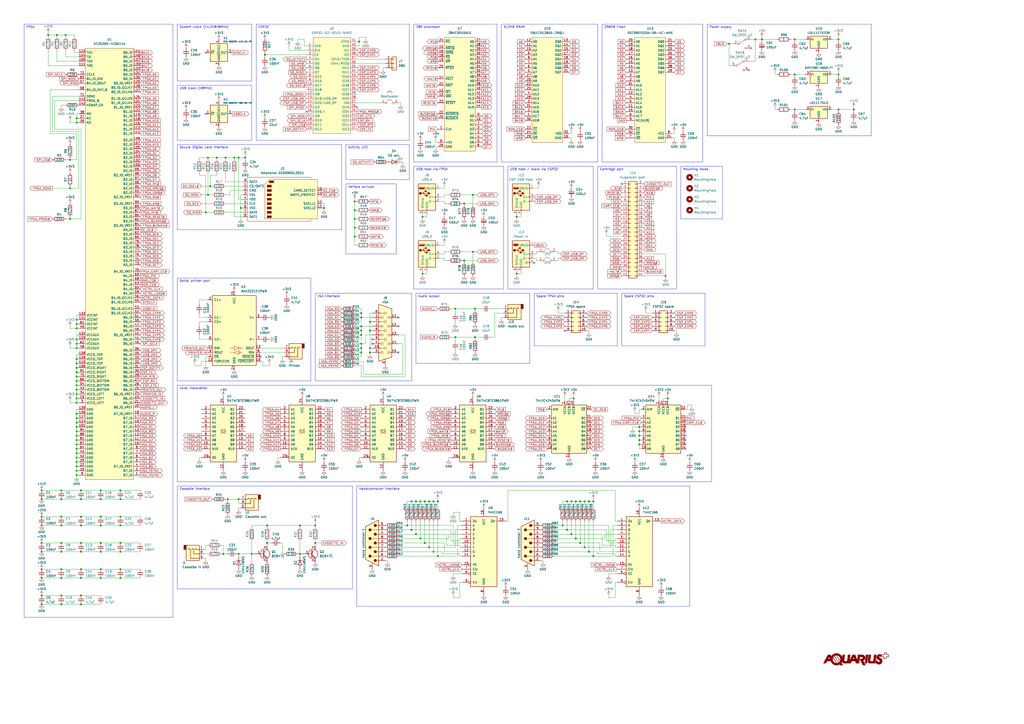
<source format=kicad_sch>
(kicad_sch (version 20211123) (generator eeschema)
  (paper "A2")
  (title_block (title "Aquarius+") (date "2022-04-21") (rev "1") (company "Designed by Frank van den Hoef"))
  (lib_symbols
    (symbol "74xx:74CBTLV3861" (pin_names (offset 1.016))
      (property "Reference" "U" (at -7.62 16.51 0))
      (property "Value" "74CBTLV3861" (at -7.62 -19.05 0))
      (symbol "74CBTLV3861_1_0"
        (pin bidirectional line (at -12.7 -7.62 0) (length 5.08) (name "A9") (number "10"))
        (pin bidirectional line (at -12.7 -10.16 0) (length 5.08) (name "A10") (number "11"))
        (pin power_in line (at 0 -22.86 90) (length 5.08) (name "GND") (number "12"))
        (pin bidirectional line (at 12.7 -10.16 180) (length 5.08) (name "B10") (number "13"))
        (pin bidirectional line (at 12.7 -7.62 180) (length 5.08) (name "B9") (number "14"))
        (pin bidirectional line (at 12.7 -5.08 180) (length 5.08) (name "B8") (number "15"))
        (pin bidirectional line (at 12.7 -2.54 180) (length 5.08) (name "B7") (number "16"))
        (pin bidirectional line (at 12.7 0 180) (length 5.08) (name "B6") (number "17"))
        (pin bidirectional line (at 12.7 2.54 180) (length 5.08) (name "B5") (number "18"))
        (pin bidirectional line (at 12.7 5.08 180) (length 5.08) (name "B4") (number "19"))
        (pin bidirectional line (at -12.7 12.7 0) (length 5.08) (name "A1") (number "2"))
        (pin bidirectional line (at 12.7 7.62 180) (length 5.08) (name "B3") (number "20"))
        (pin bidirectional line (at 12.7 10.16 180) (length 5.08) (name "B2") (number "21"))
        (pin bidirectional line (at 12.7 12.7 180) (length 5.08) (name "B1") (number "22"))
        (pin input input_low (at -12.7 -15.24 0) (length 5.08) (name "OE") (number "23"))
        (pin power_in line (at 0 20.32 270) (length 5.08) (name "VCC") (number "24"))
        (pin bidirectional line (at -12.7 10.16 0) (length 5.08) (name "A2") (number "3"))
        (pin bidirectional line (at -12.7 7.62 0) (length 5.08) (name "A3") (number "4"))
        (pin bidirectional line (at -12.7 5.08 0) (length 5.08) (name "A4") (number "5"))
        (pin bidirectional line (at -12.7 2.54 0) (length 5.08) (name "A5") (number "6"))
        (pin bidirectional line (at -12.7 0 0) (length 5.08) (name "A6") (number "7"))
        (pin bidirectional line (at -12.7 -2.54 0) (length 5.08) (name "A7") (number "8"))
        (pin bidirectional line (at -12.7 -5.08 0) (length 5.08) (name "A8") (number "9"))
      )
    )
    (symbol "74xx:74LS166" (pin_names (offset 1.016))
      (property "Reference" "U" (at -7.62 21.59 0))
      (property "Value" "74LS166" (at -7.62 -21.59 0))
      (symbol "74LS166_1_0"
        (pin input line (at -12.7 17.78 0) (length 5.08) (name "Ds") (number "1"))
        (pin input line (at -12.7 5.08 0) (length 5.08) (name "E") (number "10"))
        (pin input line (at -12.7 2.54 0) (length 5.08) (name "F") (number "11"))
        (pin input line (at -12.7 0 0) (length 5.08) (name "G") (number "12"))
        (pin output line (at 12.7 17.78 180) (length 5.08) (name "Qh") (number "13"))
        (pin input line (at -12.7 -2.54 0) (length 5.08) (name "H") (number "14"))
        (pin input inverted (at -12.7 -7.62 0) (length 5.08) (name "PE") (number "15"))
        (pin power_in line (at 0 25.4 270) (length 5.08) (name "VCC") (number "16"))
        (pin input line (at -12.7 15.24 0) (length 5.08) (name "A") (number "2"))
        (pin input line (at -12.7 12.7 0) (length 5.08) (name "B") (number "3"))
        (pin input line (at -12.7 10.16 0) (length 5.08) (name "C") (number "4"))
        (pin input line (at -12.7 7.62 0) (length 5.08) (name "D") (number "5"))
        (pin input inverted (at -12.7 -12.7 0) (length 5.08) (name "CE") (number "6"))
        (pin input line (at -12.7 -10.16 0) (length 5.08) (name "Clk") (number "7"))
        (pin power_in line (at 0 -25.4 90) (length 5.08) (name "GND") (number "8"))
        (pin input inverted (at -12.7 -17.78 0) (length 5.08) (name "Clr") (number "9"))
      )
    )
    (symbol "Connector:AudioJack3"
      (property "Reference" "J" (at 0 8.89 0))
      (property "Value" "AudioJack3" (at 0 6.35 0))
      (symbol "AudioJack3_1_1"
        (pin passive line (at 5.08 0 180) (length 2.54) (name "~") (number "R"))
        (pin passive line (at 5.08 2.54 180) (length 2.54) (name "~") (number "S"))
        (pin passive line (at 5.08 -2.54 180) (length 2.54) (name "~") (number "T"))
      )
    )
    (symbol "Connector:DB15_Female_HighDensity_MountingHoles" (pin_names (offset 1.016) hide)
      (property "Reference" "J" (at 0 21.59 0))
      (property "Value" "DB15_Female_HighDensity_MountingHoles" (at 0 19.05 0))
      (symbol "DB15_Female_HighDensity_MountingHoles_1_1"
        (pin passive line (at 0 -17.78 90) (length 3.81) (name "~") (number "0"))
        (pin passive line (at -7.62 10.16 0) (length 5.08) (name "~") (number "1"))
        (pin passive line (at -7.62 -7.62 0) (length 5.08) (name "~") (number "10"))
        (pin passive line (at 7.62 10.16 180) (length 5.08) (name "~") (number "11"))
        (pin passive line (at 7.62 5.08 180) (length 5.08) (name "~") (number "12"))
        (pin passive line (at 7.62 0 180) (length 5.08) (name "~") (number "13"))
        (pin passive line (at 7.62 -5.08 180) (length 5.08) (name "~") (number "14"))
        (pin passive line (at 7.62 -10.16 180) (length 5.08) (name "~") (number "15"))
        (pin passive line (at -7.62 5.08 0) (length 5.08) (name "~") (number "2"))
        (pin passive line (at -7.62 0 0) (length 5.08) (name "~") (number "3"))
        (pin passive line (at -7.62 -5.08 0) (length 5.08) (name "~") (number "4"))
        (pin passive line (at -7.62 -10.16 0) (length 5.08) (name "~") (number "5"))
        (pin passive line (at -7.62 12.7 0) (length 5.08) (name "~") (number "6"))
        (pin passive line (at -7.62 7.62 0) (length 5.08) (name "~") (number "7"))
        (pin passive line (at -7.62 2.54 0) (length 5.08) (name "~") (number "8"))
        (pin passive line (at -7.62 -2.54 0) (length 5.08) (name "~") (number "9"))
      )
    )
    (symbol "Connector:DB9_Male_MountingHoles" (pin_names (offset 1.016) hide)
      (property "Reference" "J" (at 0 16.51 0))
      (property "Value" "DB9_Male_MountingHoles" (at 0 14.605 0))
      (symbol "DB9_Male_MountingHoles_1_1"
        (pin passive line (at 0 -15.24 90) (length 3.81) (name "PAD") (number "0"))
        (pin passive line (at -7.62 -10.16 0) (length 3.81) (name "1") (number "1"))
        (pin passive line (at -7.62 -5.08 0) (length 3.81) (name "2") (number "2"))
        (pin passive line (at -7.62 0 0) (length 3.81) (name "3") (number "3"))
        (pin passive line (at -7.62 5.08 0) (length 3.81) (name "4") (number "4"))
        (pin passive line (at -7.62 10.16 0) (length 3.81) (name "5") (number "5"))
        (pin passive line (at -7.62 -7.62 0) (length 3.81) (name "6") (number "6"))
        (pin passive line (at -7.62 -2.54 0) (length 3.81) (name "7") (number "7"))
        (pin passive line (at -7.62 2.54 0) (length 3.81) (name "8") (number "8"))
        (pin passive line (at -7.62 7.62 0) (length 3.81) (name "9") (number "9"))
      )
    )
    (symbol "Connector:SD_Card" (pin_names (offset 1.016))
      (property "Reference" "J" (at -16.51 13.97 0))
      (property "Value" "SD_Card" (at 15.24 -13.97 0))
      (symbol "SD_Card_1_1"
        (pin input line (at -22.86 7.62 0) (length 2.54) (name "CD/DAT3") (number "1"))
        (pin input line (at 22.86 5.08 180) (length 2.54) (name "CARD_DETECT") (number "10"))
        (pin input line (at 22.86 2.54 180) (length 2.54) (name "WRITE_PROTECT") (number "11"))
        (pin input line (at 22.86 -2.54 180) (length 2.54) (name "SHELL1") (number "12"))
        (pin input line (at 22.86 -5.08 180) (length 2.54) (name "SHELL2") (number "13"))
        (pin input line (at -22.86 5.08 0) (length 2.54) (name "CMD") (number "2"))
        (pin power_in line (at -22.86 2.54 0) (length 2.54) (name "VSS") (number "3"))
        (pin power_in line (at -22.86 0 0) (length 2.54) (name "VDD") (number "4"))
        (pin input line (at -22.86 -2.54 0) (length 2.54) (name "CLK") (number "5"))
        (pin power_in line (at -22.86 -5.08 0) (length 2.54) (name "VSS") (number "6"))
        (pin input line (at -22.86 -7.62 0) (length 2.54) (name "DAT0") (number "7"))
        (pin input line (at -22.86 -10.16 0) (length 2.54) (name "DAT1") (number "8"))
        (pin input line (at -22.86 10.16 0) (length 2.54) (name "DAT2") (number "9"))
      )
    )
    (symbol "Connector:USB_A" (pin_names (offset 1.016))
      (property "Reference" "J" (at -5.08 11.43 0))
      (property "Value" "USB_A" (at -5.08 8.89 0))
      (symbol "USB_A_1_1"
        (pin power_in line (at 7.62 5.08 180) (length 2.54) (name "VBUS") (number "1"))
        (pin bidirectional line (at 7.62 -2.54 180) (length 2.54) (name "D-") (number "2"))
        (pin bidirectional line (at 7.62 0 180) (length 2.54) (name "D+") (number "3"))
        (pin power_in line (at 0 -10.16 90) (length 2.54) (name "GND") (number "4"))
        (pin passive line (at -2.54 -10.16 90) (length 2.54) (name "Shield") (number "5"))
      )
    )
    (symbol "Connector:USB_B_Micro" (pin_names (offset 1.016))
      (property "Reference" "J" (at -5.08 11.43 0))
      (property "Value" "USB_B_Micro" (at -5.08 8.89 0))
      (symbol "USB_B_Micro_1_1"
        (pin power_out line (at 7.62 5.08 180) (length 2.54) (name "VBUS") (number "1"))
        (pin bidirectional line (at 7.62 -2.54 180) (length 2.54) (name "D-") (number "2"))
        (pin bidirectional line (at 7.62 0 180) (length 2.54) (name "D+") (number "3"))
        (pin passive line (at 7.62 -5.08 180) (length 2.54) (name "ID") (number "4"))
        (pin power_out line (at 0 -10.16 90) (length 2.54) (name "GND") (number "5"))
        (pin passive line (at -2.54 -10.16 90) (length 2.54) (name "Shield") (number "6"))
      )
    )
    (symbol "Connector_Generic:Conn_01x03" (pin_names (offset 1.016) hide)
      (property "Reference" "J" (at 0 5.08 0))
      (property "Value" "Conn_01x03" (at 0 -5.08 0))
      (symbol "Conn_01x03_1_1"
        (pin passive line (at -5.08 2.54 0) (length 3.81) (name "Pin_1") (number "1"))
        (pin passive line (at -5.08 0 0) (length 3.81) (name "Pin_2") (number "2"))
        (pin passive line (at -5.08 -2.54 0) (length 3.81) (name "Pin_3") (number "3"))
      )
    )
    (symbol "Connector_Generic:Conn_02x05_Odd_Even" (pin_names (offset 1.016) hide)
      (property "Reference" "J" (at 1.27 7.62 0))
      (property "Value" "Conn_02x05_Odd_Even" (at 1.27 -7.62 0))
      (symbol "Conn_02x05_Odd_Even_1_1"
        (pin passive line (at -5.08 5.08 0) (length 3.81) (name "Pin_1") (number "1"))
        (pin passive line (at 7.62 -5.08 180) (length 3.81) (name "Pin_10") (number "10"))
        (pin passive line (at 7.62 5.08 180) (length 3.81) (name "Pin_2") (number "2"))
        (pin passive line (at -5.08 2.54 0) (length 3.81) (name "Pin_3") (number "3"))
        (pin passive line (at 7.62 2.54 180) (length 3.81) (name "Pin_4") (number "4"))
        (pin passive line (at -5.08 0 0) (length 3.81) (name "Pin_5") (number "5"))
        (pin passive line (at 7.62 0 180) (length 3.81) (name "Pin_6") (number "6"))
        (pin passive line (at -5.08 -2.54 0) (length 3.81) (name "Pin_7") (number "7"))
        (pin passive line (at 7.62 -2.54 180) (length 3.81) (name "Pin_8") (number "8"))
        (pin passive line (at -5.08 -5.08 0) (length 3.81) (name "Pin_9") (number "9"))
      )
    )
    (symbol "Connector_Generic:Conn_02x22_Odd_Even" (pin_names (offset 1.016) hide)
      (property "Reference" "J" (at 1.27 27.94 0))
      (property "Value" "Conn_02x22_Odd_Even" (at 1.27 -30.48 0))
      (symbol "Conn_02x22_Odd_Even_1_1"
        (pin passive line (at -5.08 25.4 0) (length 3.81) (name "Pin_1") (number "1"))
        (pin passive line (at 7.62 15.24 180) (length 3.81) (name "Pin_10") (number "10"))
        (pin passive line (at -5.08 12.7 0) (length 3.81) (name "Pin_11") (number "11"))
        (pin passive line (at 7.62 12.7 180) (length 3.81) (name "Pin_12") (number "12"))
        (pin passive line (at -5.08 10.16 0) (length 3.81) (name "Pin_13") (number "13"))
        (pin passive line (at 7.62 10.16 180) (length 3.81) (name "Pin_14") (number "14"))
        (pin passive line (at -5.08 7.62 0) (length 3.81) (name "Pin_15") (number "15"))
        (pin passive line (at 7.62 7.62 180) (length 3.81) (name "Pin_16") (number "16"))
        (pin passive line (at -5.08 5.08 0) (length 3.81) (name "Pin_17") (number "17"))
        (pin passive line (at 7.62 5.08 180) (length 3.81) (name "Pin_18") (number "18"))
        (pin passive line (at -5.08 2.54 0) (length 3.81) (name "Pin_19") (number "19"))
        (pin passive line (at 7.62 25.4 180) (length 3.81) (name "Pin_2") (number "2"))
        (pin passive line (at 7.62 2.54 180) (length 3.81) (name "Pin_20") (number "20"))
        (pin passive line (at -5.08 0 0) (length 3.81) (name "Pin_21") (number "21"))
        (pin passive line (at 7.62 0 180) (length 3.81) (name "Pin_22") (number "22"))
        (pin passive line (at -5.08 -2.54 0) (length 3.81) (name "Pin_23") (number "23"))
        (pin passive line (at 7.62 -2.54 180) (length 3.81) (name "Pin_24") (number "24"))
        (pin passive line (at -5.08 -5.08 0) (length 3.81) (name "Pin_25") (number "25"))
        (pin passive line (at 7.62 -5.08 180) (length 3.81) (name "Pin_26") (number "26"))
        (pin passive line (at -5.08 -7.62 0) (length 3.81) (name "Pin_27") (number "27"))
        (pin passive line (at 7.62 -7.62 180) (length 3.81) (name "Pin_28") (number "28"))
        (pin passive line (at -5.08 -10.16 0) (length 3.81) (name "Pin_29") (number "29"))
        (pin passive line (at -5.08 22.86 0) (length 3.81) (name "Pin_3") (number "3"))
        (pin passive line (at 7.62 -10.16 180) (length 3.81) (name "Pin_30") (number "30"))
        (pin passive line (at -5.08 -12.7 0) (length 3.81) (name "Pin_31") (number "31"))
        (pin passive line (at 7.62 -12.7 180) (length 3.81) (name "Pin_32") (number "32"))
        (pin passive line (at -5.08 -15.24 0) (length 3.81) (name "Pin_33") (number "33"))
        (pin passive line (at 7.62 -15.24 180) (length 3.81) (name "Pin_34") (number "34"))
        (pin passive line (at -5.08 -17.78 0) (length 3.81) (name "Pin_35") (number "35"))
        (pin passive line (at 7.62 -17.78 180) (length 3.81) (name "Pin_36") (number "36"))
        (pin passive line (at -5.08 -20.32 0) (length 3.81) (name "Pin_37") (number "37"))
        (pin passive line (at 7.62 -20.32 180) (length 3.81) (name "Pin_38") (number "38"))
        (pin passive line (at -5.08 -22.86 0) (length 3.81) (name "Pin_39") (number "39"))
        (pin passive line (at 7.62 22.86 180) (length 3.81) (name "Pin_4") (number "4"))
        (pin passive line (at 7.62 -22.86 180) (length 3.81) (name "Pin_40") (number "40"))
        (pin passive line (at -5.08 -25.4 0) (length 3.81) (name "Pin_41") (number "41"))
        (pin passive line (at 7.62 -25.4 180) (length 3.81) (name "Pin_42") (number "42"))
        (pin passive line (at -5.08 -27.94 0) (length 3.81) (name "Pin_43") (number "43"))
        (pin passive line (at 7.62 -27.94 180) (length 3.81) (name "Pin_44") (number "44"))
        (pin passive line (at -5.08 20.32 0) (length 3.81) (name "Pin_5") (number "5"))
        (pin passive line (at 7.62 20.32 180) (length 3.81) (name "Pin_6") (number "6"))
        (pin passive line (at -5.08 17.78 0) (length 3.81) (name "Pin_7") (number "7"))
        (pin passive line (at 7.62 17.78 180) (length 3.81) (name "Pin_8") (number "8"))
        (pin passive line (at -5.08 15.24 0) (length 3.81) (name "Pin_9") (number "9"))
      )
    )
    (symbol "Device:C_Polarized_Small" (pin_numbers hide) (pin_names (offset 0.254) hide)
      (property "Reference" "C" (at 0.254 1.778 0))
      (property "Value" "C_Polarized_Small" (at 0.254 -2.032 0))
      (symbol "C_Polarized_Small_1_1"
        (pin passive line (at 0 2.54 270) (length 1.8542) (name "~") (number "1"))
        (pin passive line (at 0 -2.54 90) (length 1.8542) (name "~") (number "2"))
      )
    )
    (symbol "Device:C_Small" (pin_numbers hide) (pin_names (offset 0.254) hide)
      (property "Reference" "C" (at 0.254 1.778 0))
      (property "Value" "C_Small" (at 0.254 -2.032 0))
      (symbol "C_Small_1_1"
        (pin passive line (at 0 2.54 270) (length 2.032) (name "~") (number "1"))
        (pin passive line (at 0 -2.54 90) (length 2.032) (name "~") (number "2"))
      )
    )
    (symbol "Device:LED" (pin_numbers hide) (pin_names (offset 1.016) hide)
      (property "Reference" "D" (at 0 2.54 0))
      (property "Value" "LED" (at 0 -2.54 0))
      (symbol "LED_1_1"
        (pin passive line (at -3.81 0 0) (length 2.54) (name "K") (number "1"))
        (pin passive line (at 3.81 0 180) (length 2.54) (name "A") (number "2"))
      )
    )
    (symbol "Device:R" (pin_numbers hide) (pin_names (offset 0))
      (property "Reference" "R" (at 2.032 0 90))
      (property "Value" "R" (at 0 0 90))
      (symbol "R_1_1"
        (pin passive line (at 0 3.81 270) (length 1.27) (name "~") (number "1"))
        (pin passive line (at 0 -3.81 90) (length 1.27) (name "~") (number "2"))
      )
    )
    (symbol "Diode:1N4148WS" (pin_numbers hide) (pin_names (offset 1.016) hide)
      (property "Reference" "D" (at 0 2.54 0))
      (property "Value" "1N4148WS" (at 0 -2.54 0))
      (symbol "1N4148WS_1_1"
        (pin passive line (at -3.81 0 0) (length 2.54) (name "K") (number "1"))
        (pin passive line (at 3.81 0 180) (length 2.54) (name "A") (number "2"))
      )
    )
    (symbol "Interface_UART:MAX3221" (pin_names (offset 1.016))
      (property "Reference" "U" (at -10.16 21.59 0))
      (property "Value" "MAX3221" (at 12.7 21.59 0))
      (symbol "MAX3221_1_1"
        (pin input line (at -15.24 -15.24 0) (length 2.54) (name "~{EN}") (number "1"))
        (pin output line (at 15.24 -15.24 180) (length 2.54) (name "~{INVALID}") (number "10"))
        (pin input line (at -15.24 -10.16 0) (length 2.54) (name "DIN") (number "11"))
        (pin input line (at -15.24 -17.78 0) (length 2.54) (name "FORCEON") (number "12"))
        (pin output line (at 15.24 -10.16 180) (length 2.54) (name "DOUT") (number "13"))
        (pin power_in line (at 0 -22.86 90) (length 2.54) (name "GND") (number "14"))
        (pin power_in line (at 0 22.86 270) (length 2.54) (name "VCC") (number "15"))
        (pin input line (at 15.24 -17.78 180) (length 2.54) (name "~{FORCEOFF}") (number "16"))
        (pin passive line (at -15.24 17.78 0) (length 2.54) (name "C1+") (number "2"))
        (pin power_out line (at 15.24 7.62 180) (length 2.54) (name "V+") (number "3"))
        (pin passive line (at -15.24 7.62 0) (length 2.54) (name "C1-") (number "4"))
        (pin passive line (at -15.24 5.08 0) (length 2.54) (name "C2+") (number "5"))
        (pin passive line (at -15.24 -5.08 0) (length 2.54) (name "C2-") (number "6"))
        (pin power_out line (at 15.24 -5.08 180) (length 2.54) (name "V-") (number "7"))
        (pin input line (at 15.24 -12.7 180) (length 2.54) (name "RIN") (number "8"))
        (pin output line (at -15.24 -12.7 0) (length 2.54) (name "ROUT") (number "9"))
      )
    )
    (symbol "Jumper:Jumper_2_Open" (pin_names (offset 0) hide)
      (property "Reference" "JP" (at 0 2.794 0))
      (property "Value" "Jumper_2_Open" (at 0 -2.286 0))
      (symbol "Jumper_2_Open_1_1"
        (pin passive line (at -5.08 0 0) (length 2.54) (name "A") (number "1"))
        (pin passive line (at 5.08 0 180) (length 2.54) (name "B") (number "2"))
      )
    )
    (symbol "Logic_LevelTranslator:SN74AVC8T245PW"
      (property "Reference" "U" (at -8.89 13.97 0))
      (property "Value" "SN74AVC8T245PW" (at 12.7 13.97 0))
      (symbol "SN74AVC8T245PW_1_1"
        (pin power_in line (at -2.54 15.24 270) (length 2.54) (name "VCCA") (number "1"))
        (pin bidirectional line (at -12.7 -12.7 0) (length 2.54) (name "A8") (number "10"))
        (pin power_in line (at 0 -17.78 90) (length 2.54) (name "GND") (number "11"))
        (pin passive line (at 0 -17.78 90) (length 2.54) hide (name "GND") (number "12"))
        (pin passive line (at 0 -17.78 90) (length 2.54) hide (name "GND") (number "13"))
        (pin bidirectional line (at 12.7 -12.7 180) (length 2.54) (name "B8") (number "14"))
        (pin bidirectional line (at 12.7 -10.16 180) (length 2.54) (name "B7") (number "15"))
        (pin bidirectional line (at 12.7 -7.62 180) (length 2.54) (name "B6") (number "16"))
        (pin bidirectional line (at 12.7 -5.08 180) (length 2.54) (name "B5") (number "17"))
        (pin bidirectional line (at 12.7 -2.54 180) (length 2.54) (name "B4") (number "18"))
        (pin bidirectional line (at 12.7 0 180) (length 2.54) (name "B3") (number "19"))
        (pin input line (at -12.7 10.16 0) (length 2.54) (name "DIR") (number "2"))
        (pin bidirectional line (at 12.7 2.54 180) (length 2.54) (name "B2") (number "20"))
        (pin bidirectional line (at 12.7 5.08 180) (length 2.54) (name "B1") (number "21"))
        (pin input line (at 12.7 10.16 180) (length 2.54) (name "~{OE}") (number "22"))
        (pin power_in line (at 2.54 15.24 270) (length 2.54) (name "VCCB") (number "23"))
        (pin power_in line (at 0 15.24 270) (length 2.54) (name "VCCB") (number "24"))
        (pin bidirectional line (at -12.7 5.08 0) (length 2.54) (name "A1") (number "3"))
        (pin bidirectional line (at -12.7 2.54 0) (length 2.54) (name "A2") (number "4"))
        (pin bidirectional line (at -12.7 0 0) (length 2.54) (name "A3") (number "5"))
        (pin bidirectional line (at -12.7 -2.54 0) (length 2.54) (name "A4") (number "6"))
        (pin bidirectional line (at -12.7 -5.08 0) (length 2.54) (name "A5") (number "7"))
        (pin bidirectional line (at -12.7 -7.62 0) (length 2.54) (name "A6") (number "8"))
        (pin bidirectional line (at -12.7 -10.16 0) (length 2.54) (name "A7") (number "9"))
      )
    )
    (symbol "Mechanical:MountingHole" (pin_names (offset 1.016))
      (property "Reference" "H" (at 0 5.08 0))
      (property "Value" "MountingHole" (at 0 3.175 0))
    )
    (symbol "Oscillator:SG-5032CAN" (pin_names (offset 0.254))
      (property "Reference" "X" (at -5.08 6.35 0))
      (property "Value" "SG-5032CAN" (at 1.27 -6.35 0))
      (symbol "SG-5032CAN_1_1"
        (pin input line (at -7.62 0 0) (length 2.54) (name "~{ST}") (number "1"))
        (pin power_in line (at 0 -7.62 90) (length 2.54) (name "GND") (number "2"))
        (pin output line (at 7.62 0 180) (length 2.54) (name "OUT") (number "3"))
        (pin power_in line (at 0 7.62 270) (length 2.54) (name "VCC") (number "4"))
      )
    )
    (symbol "Regulator_Linear:AP1117-33" (pin_names (offset 0.254))
      (property "Reference" "U" (at -3.81 3.175 0))
      (property "Value" "AP1117-33" (at 0 3.175 0))
      (symbol "AP1117-33_1_1"
        (pin power_in line (at 0 -7.62 90) (length 2.54) (name "GND") (number "1"))
        (pin power_out line (at 7.62 0 180) (length 2.54) (name "VO") (number "2"))
        (pin power_in line (at -7.62 0 0) (length 2.54) (name "VI") (number "3"))
      )
    )
    (symbol "Regulator_Linear:MCP1700-2502E_SOT23" (pin_names (offset 0.254))
      (property "Reference" "U" (at -3.81 3.175 0))
      (property "Value" "MCP1700-2502E_SOT23" (at 0 3.175 0))
      (symbol "MCP1700-2502E_SOT23_1_1"
        (pin power_in line (at 0 -7.62 90) (length 2.54) (name "GND") (number "1"))
        (pin power_out line (at 7.62 0 180) (length 2.54) (name "VO") (number "2"))
        (pin power_in line (at -7.62 0 0) (length 2.54) (name "VI") (number "3"))
      )
    )
    (symbol "Switch:SW_DPDT_x2" (pin_names (offset 0) hide)
      (property "Reference" "SW" (at 0 4.318 0))
      (property "Value" "SW_DPDT_x2" (at 0 -5.08 0))
      (symbol "SW_DPDT_x2_1_1"
        (pin passive line (at 5.08 2.54 180) (length 2.54) (name "A") (number "1"))
        (pin passive line (at -5.08 0 0) (length 2.54) (name "B") (number "2"))
        (pin passive line (at 5.08 -2.54 180) (length 2.54) (name "C") (number "3"))
      )
      (symbol "SW_DPDT_x2_2_1"
        (pin passive line (at 5.08 2.54 180) (length 2.54) (name "A") (number "4"))
        (pin passive line (at -5.08 0 0) (length 2.54) (name "B") (number "5"))
        (pin passive line (at 5.08 -2.54 180) (length 2.54) (name "C") (number "6"))
      )
    )
    (symbol "Transistor_BJT:BC847" (pin_names (offset 0) hide)
      (property "Reference" "Q" (at 5.08 1.905 0))
      (property "Value" "BC847" (at 5.08 0 0))
      (symbol "BC847_1_1"
        (pin input line (at -5.08 0 0) (length 5.715) (name "B") (number "1"))
        (pin passive line (at 2.54 -5.08 90) (length 2.54) (name "E") (number "2"))
        (pin passive line (at 2.54 5.08 270) (length 2.54) (name "C") (number "3"))
      )
    )
    (symbol "aquarius-plus:AQPLUS_LOGO" (pin_names (offset 1.016)))
    (symbol "aquarius-plus:ESP32-S2-SOLO-N4R2"
      (property "Reference" "U" (at 0 5.08 0))
      (property "Value" "ESP32-S2-SOLO-N4R2" (at 0 2.54 0))
      (symbol "ESP32-S2-SOLO-N4R2_1_1"
        (pin power_in line (at -13.97 -5.08 0) (length 3.81) (name "GND") (number "1"))
        (pin bidirectional line (at -13.97 -27.94 0) (length 3.81) (name "IO17") (number "10"))
        (pin bidirectional line (at -13.97 -30.48 0) (length 3.81) (name "IO18") (number "11"))
        (pin bidirectional line (at -13.97 -33.02 0) (length 3.81) (name "IO8") (number "12"))
        (pin bidirectional line (at -13.97 -35.56 0) (length 3.81) (name "IO19/USB_DM") (number "13"))
        (pin bidirectional line (at -13.97 -38.1 0) (length 3.81) (name "IO20/USB_DP") (number "14"))
        (pin bidirectional line (at -13.97 -40.64 0) (length 3.81) (name "IO3") (number "15"))
        (pin input line (at -13.97 -43.18 0) (length 3.81) (name "IO46/I") (number "16"))
        (pin bidirectional line (at -13.97 -45.72 0) (length 3.81) (name "IO9") (number "17"))
        (pin bidirectional line (at -13.97 -48.26 0) (length 3.81) (name "IO10") (number "18"))
        (pin bidirectional line (at -13.97 -50.8 0) (length 3.81) (name "IO11") (number "19"))
        (pin power_in line (at -13.97 -7.62 0) (length 3.81) (name "3V3") (number "2"))
        (pin bidirectional line (at -13.97 -53.34 0) (length 3.81) (name "IO12") (number "20"))
        (pin bidirectional line (at 15.24 -53.34 180) (length 3.81) (name "IO13") (number "21"))
        (pin bidirectional line (at 15.24 -50.8 180) (length 3.81) (name "IO14") (number "22"))
        (pin bidirectional line (at 15.24 -48.26 180) (length 3.81) (name "IO21") (number "23"))
        (pin bidirectional line (at 15.24 -45.72 180) (length 3.81) (name "IO33") (number "24"))
        (pin bidirectional line (at 15.24 -43.18 180) (length 3.81) (name "IO34") (number "25"))
        (pin bidirectional line (at 15.24 -40.64 180) (length 3.81) (name "IO45") (number "26"))
        (pin bidirectional line (at 15.24 -38.1 180) (length 3.81) (name "IO0") (number "27"))
        (pin bidirectional line (at 15.24 -35.56 180) (length 3.81) (name "IO35") (number "28"))
        (pin bidirectional line (at 15.24 -33.02 180) (length 3.81) (name "IO36") (number "29"))
        (pin input line (at -13.97 -10.16 0) (length 3.81) (name "EN") (number "3"))
        (pin bidirectional line (at 15.24 -30.48 180) (length 3.81) (name "IO37") (number "30"))
        (pin bidirectional line (at 15.24 -27.94 180) (length 3.81) (name "IO38") (number "31"))
        (pin bidirectional line (at 15.24 -25.4 180) (length 3.81) (name "IO39") (number "32"))
        (pin bidirectional line (at 15.24 -22.86 180) (length 3.81) (name "IO40") (number "33"))
        (pin bidirectional line (at 15.24 -20.32 180) (length 3.81) (name "IO41") (number "34"))
        (pin bidirectional line (at 15.24 -17.78 180) (length 3.81) (name "IO42") (number "35"))
        (pin bidirectional line (at 15.24 -15.24 180) (length 3.81) (name "IO44/RXD0") (number "36"))
        (pin bidirectional line (at 15.24 -12.7 180) (length 3.81) (name "IO43/TXD0") (number "37"))
        (pin bidirectional line (at 15.24 -10.16 180) (length 3.81) (name "IO2") (number "38"))
        (pin bidirectional line (at 15.24 -7.62 180) (length 3.81) (name "IO1") (number "39"))
        (pin bidirectional line (at -13.97 -12.7 0) (length 3.81) (name "IO4") (number "4"))
        (pin power_in line (at 15.24 -5.08 180) (length 3.81) (name "GND") (number "40"))
        (pin power_in line (at 15.24 -2.54 180) (length 3.81) (name "EPAD") (number "41"))
        (pin bidirectional line (at -13.97 -15.24 0) (length 3.81) (name "IO5") (number "5"))
        (pin bidirectional line (at -13.97 -17.78 0) (length 3.81) (name "IO6") (number "6"))
        (pin bidirectional line (at -13.97 -20.32 0) (length 3.81) (name "IO7") (number "7"))
        (pin bidirectional line (at -13.97 -22.86 0) (length 3.81) (name "IO15") (number "8"))
        (pin bidirectional line (at -13.97 -25.4 0) (length 3.81) (name "IO16") (number "9"))
      )
    )
    (symbol "aquarius-plus:IS61C5128AS-25QLI"
      (property "Reference" "U" (at 0 35.56 0))
      (property "Value" "IS61C5128AS-25QLI" (at 0 33.02 0))
      (symbol "IS61C5128AS-25QLI_1_1"
        (pin input line (at -12.7 -15.24 0) (length 3.81) (name "A17") (number "1"))
        (pin input line (at -12.7 22.86 0) (length 3.81) (name "A2") (number "10"))
        (pin input line (at -12.7 25.4 0) (length 3.81) (name "A1") (number "11"))
        (pin input line (at -12.7 27.94 0) (length 3.81) (name "A0") (number "12"))
        (pin bidirectional line (at 12.7 27.94 180) (length 3.81) (name "DQ0") (number "13"))
        (pin bidirectional line (at 12.7 25.4 180) (length 3.81) (name "DQ1") (number "14"))
        (pin bidirectional line (at 12.7 22.86 180) (length 3.81) (name "DQ2") (number "15"))
        (pin power_in line (at 12.7 -27.94 180) (length 3.81) (name "GND") (number "16"))
        (pin bidirectional line (at 12.7 20.32 180) (length 3.81) (name "DQ3") (number "17"))
        (pin bidirectional line (at 12.7 17.78 180) (length 3.81) (name "DQ4") (number "18"))
        (pin bidirectional line (at 12.7 15.24 180) (length 3.81) (name "DQ5") (number "19"))
        (pin input line (at -12.7 -12.7 0) (length 3.81) (name "A16") (number "2"))
        (pin bidirectional line (at 12.7 12.7 180) (length 3.81) (name "DQ6") (number "20"))
        (pin bidirectional line (at 12.7 10.16 180) (length 3.81) (name "DQ7") (number "21"))
        (pin input line (at -12.7 -22.86 0) (length 3.81) (name "~{CE}") (number "22"))
        (pin input line (at -12.7 2.54 0) (length 3.81) (name "A10") (number "23"))
        (pin input line (at -12.7 -25.4 0) (length 3.81) (name "~{OE}") (number "24"))
        (pin input line (at -12.7 0 0) (length 3.81) (name "A11") (number "25"))
        (pin input line (at -12.7 5.08 0) (length 3.81) (name "A9") (number "26"))
        (pin input line (at -12.7 7.62 0) (length 3.81) (name "A8") (number "27"))
        (pin input line (at -12.7 -5.08 0) (length 3.81) (name "A13") (number "28"))
        (pin input line (at -12.7 -27.94 0) (length 3.81) (name "~{WE}") (number "29"))
        (pin input line (at -12.7 -7.62 0) (length 3.81) (name "A14") (number "3"))
        (pin input line (at -12.7 -17.78 0) (length 3.81) (name "A18") (number "30"))
        (pin input line (at -12.7 -10.16 0) (length 3.81) (name "A15") (number "31"))
        (pin power_in line (at 12.7 -25.4 180) (length 3.81) (name "VDD") (number "32"))
        (pin input line (at -12.7 -2.54 0) (length 3.81) (name "A12") (number "4"))
        (pin input line (at -12.7 10.16 0) (length 3.81) (name "A7") (number "5"))
        (pin input line (at -12.7 12.7 0) (length 3.81) (name "A6") (number "6"))
        (pin input line (at -12.7 15.24 0) (length 3.81) (name "A5") (number "7"))
        (pin input line (at -12.7 17.78 0) (length 3.81) (name "A4") (number "8"))
        (pin input line (at -12.7 20.32 0) (length 3.81) (name "A3") (number "9"))
      )
    )
    (symbol "aquarius-plus:SST39SF020A-55-4C-WHE"
      (property "Reference" "U" (at 0 35.56 0))
      (property "Value" "SST39SF020A-55-4C-WHE" (at 0 33.02 0))
      (symbol "SST39SF020A-55-4C-WHE_0_0"
        (pin power_in line (at 12.7 -26.67 180) (length 3.81) (name "GND") (number "24"))
        (pin power_in line (at 12.7 -24.13 180) (length 3.81) (name "VCC") (number "8"))
      )
      (symbol "SST39SF020A-55-4C-WHE_1_1"
        (pin input line (at -13.97 1.27 0) (length 5.08) (name "A11") (number "1"))
        (pin input line (at -13.97 -11.43 0) (length 5.08) (name "A16") (number "10"))
        (pin input line (at -13.97 -8.89 0) (length 5.08) (name "A15") (number "11"))
        (pin input line (at -13.97 -1.27 0) (length 5.08) (name "A12") (number "12"))
        (pin input line (at -13.97 11.43 0) (length 5.08) (name "A7") (number "13"))
        (pin input line (at -13.97 13.97 0) (length 5.08) (name "A6") (number "14"))
        (pin input line (at -13.97 16.51 0) (length 5.08) (name "A5") (number "15"))
        (pin input line (at -13.97 19.05 0) (length 5.08) (name "A4") (number "16"))
        (pin input line (at -13.97 21.59 0) (length 5.08) (name "A3") (number "17"))
        (pin input line (at -13.97 24.13 0) (length 5.08) (name "A2") (number "18"))
        (pin input line (at -13.97 26.67 0) (length 5.08) (name "A1") (number "19"))
        (pin input line (at -13.97 6.35 0) (length 5.08) (name "A9") (number "2"))
        (pin input line (at -13.97 29.21 0) (length 5.08) (name "A0") (number "20"))
        (pin bidirectional line (at 13.97 29.21 180) (length 5.08) (name "DQ0") (number "21"))
        (pin bidirectional line (at 13.97 26.67 180) (length 5.08) (name "DQ1") (number "22"))
        (pin bidirectional line (at 13.97 24.13 180) (length 5.08) (name "DQ2") (number "23"))
        (pin bidirectional line (at 13.97 21.59 180) (length 5.08) (name "DQ3") (number "25"))
        (pin bidirectional line (at 13.97 19.05 180) (length 5.08) (name "DQ4") (number "26"))
        (pin bidirectional line (at 13.97 16.51 180) (length 5.08) (name "DQ5") (number "27"))
        (pin bidirectional line (at 13.97 13.97 180) (length 5.08) (name "DQ6") (number "28"))
        (pin bidirectional line (at 13.97 11.43 180) (length 5.08) (name "DQ7") (number "29"))
        (pin input line (at -13.97 8.89 0) (length 5.08) (name "A8") (number "3"))
        (pin input line (at -13.97 -21.59 0) (length 5.08) (name "~{CE}") (number "30"))
        (pin input line (at -13.97 3.81 0) (length 5.08) (name "A10") (number "31"))
        (pin input line (at -13.97 -24.13 0) (length 5.08) (name "~{OE}") (number "32"))
        (pin input line (at -13.97 -3.81 0) (length 5.08) (name "A13") (number "4"))
        (pin input line (at -13.97 -6.35 0) (length 5.08) (name "A14") (number "5"))
        (pin input line (at -13.97 -13.97 0) (length 5.08) (name "A17") (number "6"))
        (pin input line (at -13.97 -26.67 0) (length 5.08) (name "~{WE}") (number "7"))
        (pin input line (at -13.97 -16.51 0) (length 5.08) (name "NC(A18)") (number "9"))
      )
    )
    (symbol "aquarius-plus:XC3S200-4TQG144"
      (property "Reference" "U" (at 0 130.81 0))
      (property "Value" "XC3S200-4TQG144" (at 0 128.27 0))
      (symbol "XC3S200-4TQG144_1_1"
        (pin passive line (at 17.78 -121.92 180) (length 3.81) (name "B7_IO") (number "1"))
        (pin passive line (at 17.78 -104.14 180) (length 3.81) (name "B7_IO") (number "10"))
        (pin passive line (at 17.78 57.15 180) (length 3.81) (name "B2_IO") (number "100"))
        (pin power_in line (at -17.78 -93.98 0) (length 3.81) (name "GND") (number "101"))
        (pin passive line (at 17.78 59.69 180) (length 3.81) (name "B2_IO") (number "102"))
        (pin passive line (at 17.78 62.23 180) (length 3.81) (name "B2_IO") (number "103"))
        (pin passive line (at 17.78 64.77 180) (length 3.81) (name "B2_IO") (number "104"))
        (pin passive line (at 17.78 67.31 180) (length 3.81) (name "B2_IO") (number "105"))
        (pin power_in line (at -17.78 -59.69 0) (length 3.81) (name "VCCO_RIGHT") (number "106"))
        (pin passive line (at 17.78 69.85 180) (length 3.81) (name "B2_IO") (number "107"))
        (pin passive line (at 17.78 72.39 180) (length 3.81) (name "B2_IO") (number "108"))
        (pin output line (at -17.78 118.11 0) (length 3.81) (name "TDO") (number "109"))
        (pin passive line (at 17.78 -101.6 180) (length 3.81) (name "B7_IO") (number "11"))
        (pin input line (at -17.78 123.19 0) (length 3.81) (name "TCK") (number "110"))
        (pin input line (at -17.78 115.57 0) (length 3.81) (name "TMS") (number "111"))
        (pin passive line (at 17.78 76.2 180) (length 3.81) (name "B1_IO") (number "112"))
        (pin passive line (at 17.78 78.74 180) (length 3.81) (name "B1_IO") (number "113"))
        (pin power_in line (at -17.78 -91.44 0) (length 3.81) (name "GND") (number "114"))
        (pin power_in line (at -17.78 -57.15 0) (length 3.81) (name "VCCO_TOP") (number "115"))
        (pin passive line (at 17.78 81.28 180) (length 3.81) (name "B1_IO") (number "116"))
        (pin power_in line (at -17.78 -88.9 0) (length 3.81) (name "GND") (number "117"))
        (pin passive line (at 17.78 83.82 180) (length 3.81) (name "B1_IO") (number "118"))
        (pin passive line (at 17.78 86.36 180) (length 3.81) (name "B1_IO") (number "119"))
        (pin passive line (at 17.78 -99.06 180) (length 3.81) (name "B7_IO") (number "12"))
        (pin power_in line (at -17.78 -43.18 0) (length 3.81) (name "VCCAUX") (number "120"))
        (pin power_in line (at -17.78 -31.75 0) (length 3.81) (name "VCCINT") (number "121"))
        (pin passive line (at 17.78 88.9 180) (length 3.81) (name "B1_IO") (number "122"))
        (pin passive line (at 17.78 91.44 180) (length 3.81) (name "B1_IO_VREF") (number "123"))
        (pin passive line (at 17.78 93.98 180) (length 3.81) (name "B1_IO_GCLK4") (number "124"))
        (pin passive line (at 17.78 96.52 180) (length 3.81) (name "B1_IO_GCLK5") (number "125"))
        (pin power_in line (at -17.78 -54.61 0) (length 3.81) (name "VCCO_TOP") (number "126"))
        (pin passive line (at 17.78 100.33 180) (length 3.81) (name "B0_IO_GCLK6") (number "127"))
        (pin passive line (at 17.78 102.87 180) (length 3.81) (name "B0_IO_GCLK7") (number "128"))
        (pin passive line (at 17.78 105.41 180) (length 3.81) (name "B0_IO_VREF") (number "129"))
        (pin passive line (at 17.78 -96.52 180) (length 3.81) (name "B7_IO") (number "13"))
        (pin passive line (at 17.78 107.95 180) (length 3.81) (name "B0_IO") (number "130"))
        (pin passive line (at 17.78 110.49 180) (length 3.81) (name "B0_IO") (number "131"))
        (pin passive line (at 17.78 113.03 180) (length 3.81) (name "B0_IO") (number "132"))
        (pin power_in line (at -17.78 -29.21 0) (length 3.81) (name "VCCINT") (number "133"))
        (pin power_in line (at -17.78 -40.64 0) (length 3.81) (name "VCCAUX") (number "134"))
        (pin passive line (at 17.78 115.57 180) (length 3.81) (name "B0_IO") (number "135"))
        (pin power_in line (at -17.78 -86.36 0) (length 3.81) (name "GND") (number "136"))
        (pin passive line (at 17.78 118.11 180) (length 3.81) (name "B0_IO") (number "137"))
        (pin power_in line (at -17.78 -52.07 0) (length 3.81) (name "VCCO_TOP") (number "138"))
        (pin power_in line (at -17.78 -83.82 0) (length 3.81) (name "GND") (number "139"))
        (pin passive line (at 17.78 -93.98 180) (length 3.81) (name "B7_IO") (number "14"))
        (pin passive line (at 17.78 120.65 180) (length 3.81) (name "B0_IO") (number "140"))
        (pin passive line (at 17.78 123.19 180) (length 3.81) (name "B0_IO") (number "141"))
        (pin input line (at -17.78 92.71 0) (length 3.81) (name "HSWAP_EN") (number "142"))
        (pin input line (at -17.78 95.25 0) (length 3.81) (name "PROG_B") (number "143"))
        (pin input line (at -17.78 120.65 0) (length 3.81) (name "TDI") (number "144"))
        (pin passive line (at 17.78 -91.44 180) (length 3.81) (name "B7_IO") (number "15"))
        (pin power_in line (at -17.78 -119.38 0) (length 3.81) (name "GND") (number "16"))
        (pin passive line (at 17.78 -88.9 180) (length 3.81) (name "B7_IO") (number "17"))
        (pin passive line (at 17.78 -86.36 180) (length 3.81) (name "B7_IO_VREF") (number "18"))
        (pin power_in line (at -17.78 -77.47 0) (length 3.81) (name "VCCO_LEFT") (number "19"))
        (pin passive line (at 17.78 -119.38 180) (length 3.81) (name "B7_IO") (number "2"))
        (pin passive line (at 17.78 -82.55 180) (length 3.81) (name "B6_IO_VREF") (number "20"))
        (pin passive line (at 17.78 -80.01 180) (length 3.81) (name "B6_IO") (number "21"))
        (pin power_in line (at -17.78 -116.84 0) (length 3.81) (name "GND") (number "22"))
        (pin passive line (at 17.78 -77.47 180) (length 3.81) (name "B6_IO") (number "23"))
        (pin passive line (at 17.78 -74.93 180) (length 3.81) (name "B6_IO_VREF") (number "24"))
        (pin passive line (at 17.78 -72.39 180) (length 3.81) (name "B6_IO") (number "25"))
        (pin passive line (at 17.78 -69.85 180) (length 3.81) (name "B6_IO") (number "26"))
        (pin passive line (at 17.78 -67.31 180) (length 3.81) (name "B6_IO") (number "27"))
        (pin passive line (at 17.78 -64.77 180) (length 3.81) (name "B6_IO") (number "28"))
        (pin power_in line (at -17.78 -114.3 0) (length 3.81) (name "GND") (number "29"))
        (pin power_in line (at -17.78 -80.01 0) (length 3.81) (name "VCCO_LEFT") (number "3"))
        (pin passive line (at 17.78 -62.23 180) (length 3.81) (name "B6_IO") (number "30"))
        (pin passive line (at 17.78 -59.69 180) (length 3.81) (name "B6_IO") (number "31"))
        (pin passive line (at 17.78 -57.15 180) (length 3.81) (name "B6_IO") (number "32"))
        (pin passive line (at 17.78 -54.61 180) (length 3.81) (name "B6_IO") (number "33"))
        (pin power_in line (at -17.78 -74.93 0) (length 3.81) (name "VCCO_LEFT") (number "34"))
        (pin passive line (at 17.78 -52.07 180) (length 3.81) (name "B6_IO") (number "35"))
        (pin passive line (at 17.78 -49.53 180) (length 3.81) (name "B6_IO") (number "36"))
        (pin input line (at -17.78 85.09 0) (length 3.81) (name "M1") (number "37"))
        (pin input line (at -17.78 87.63 0) (length 3.81) (name "M0") (number "38"))
        (pin input line (at -17.78 82.55 0) (length 3.81) (name "M2") (number "39"))
        (pin passive line (at 17.78 -116.84 180) (length 3.81) (name "B7_IO_VREF") (number "4"))
        (pin passive line (at 17.78 -45.72 180) (length 3.81) (name "B5_IO") (number "40"))
        (pin passive line (at 17.78 -43.18 180) (length 3.81) (name "B5_IO") (number "41"))
        (pin power_in line (at -17.78 -111.76 0) (length 3.81) (name "GND") (number "42"))
        (pin power_in line (at -17.78 -72.39 0) (length 3.81) (name "VCCO_BOTTOM") (number "43"))
        (pin passive line (at 17.78 -40.64 180) (length 3.81) (name "B5_IO_VREF") (number "44"))
        (pin power_in line (at -17.78 -109.22 0) (length 3.81) (name "GND") (number "45"))
        (pin passive line (at 17.78 -38.1 180) (length 3.81) (name "B5_IO") (number "46"))
        (pin passive line (at 17.78 -35.56 180) (length 3.81) (name "B5_IO") (number "47"))
        (pin power_in line (at -17.78 -48.26 0) (length 3.81) (name "VCCAUX") (number "48"))
        (pin power_in line (at -17.78 -36.83 0) (length 3.81) (name "VCCINT") (number "49"))
        (pin passive line (at 17.78 -114.3 180) (length 3.81) (name "B7_IO") (number "5"))
        (pin passive line (at 17.78 -33.02 180) (length 3.81) (name "B5_IO") (number "50"))
        (pin passive line (at 17.78 -30.48 180) (length 3.81) (name "B5_IO") (number "51"))
        (pin passive line (at 17.78 -27.94 180) (length 3.81) (name "B5_IO_GCLK2") (number "52"))
        (pin passive line (at 17.78 -25.4 180) (length 3.81) (name "B5_IO_GCLK3") (number "53"))
        (pin power_in line (at -17.78 -69.85 0) (length 3.81) (name "VCCO_BOTTOM") (number "54"))
        (pin passive line (at 17.78 -21.59 180) (length 3.81) (name "B4_IO_GCLK0") (number "55"))
        (pin passive line (at 17.78 -19.05 180) (length 3.81) (name "B4_IO_GCLK1") (number "56"))
        (pin passive line (at -17.78 105.41 0) (length 3.81) (name "B4_IO_DOUT") (number "57"))
        (pin passive line (at -17.78 101.6 0) (length 3.81) (name "B4_IO_INIT_B") (number "58"))
        (pin passive line (at 17.78 -16.51 180) (length 3.81) (name "B4_IO") (number "59"))
        (pin passive line (at 17.78 -111.76 180) (length 3.81) (name "B7_IO") (number "6"))
        (pin passive line (at 17.78 -13.97 180) (length 3.81) (name "B4_IO") (number "60"))
        (pin power_in line (at -17.78 -34.29 0) (length 3.81) (name "VCCINT") (number "61"))
        (pin power_in line (at -17.78 -45.72 0) (length 3.81) (name "VCCAUX") (number "62"))
        (pin passive line (at 17.78 -11.43 180) (length 3.81) (name "B4_IO") (number "63"))
        (pin power_in line (at -17.78 -106.68 0) (length 3.81) (name "GND") (number "64"))
        (pin passive line (at -17.78 107.95 0) (length 3.81) (name "B4_IO_DIN") (number "65"))
        (pin power_in line (at -17.78 -67.31 0) (length 3.81) (name "VCCO_BOTTOM") (number "66"))
        (pin power_in line (at -17.78 -104.14 0) (length 3.81) (name "GND") (number "67"))
        (pin passive line (at 17.78 -8.89 180) (length 3.81) (name "B4_IO") (number "68"))
        (pin passive line (at 17.78 -6.35 180) (length 3.81) (name "B4_IO") (number "69"))
        (pin passive line (at 17.78 -109.22 180) (length 3.81) (name "B7_IO") (number "7"))
        (pin passive line (at 17.78 -3.81 180) (length 3.81) (name "B4_IO_VREF") (number "70"))
        (pin output line (at -17.78 97.79 0) (length 3.81) (name "DONE") (number "71"))
        (pin input line (at -17.78 110.49 0) (length 3.81) (name "CCLK") (number "72"))
        (pin passive line (at 17.78 0 180) (length 3.81) (name "B3_IO") (number "73"))
        (pin passive line (at 17.78 2.54 180) (length 3.81) (name "B3_IO") (number "74"))
        (pin power_in line (at -17.78 -64.77 0) (length 3.81) (name "VCCO_RIGHT") (number "75"))
        (pin passive line (at 17.78 5.08 180) (length 3.81) (name "B3_IO") (number "76"))
        (pin passive line (at 17.78 7.62 180) (length 3.81) (name "B3_IO") (number "77"))
        (pin passive line (at 17.78 10.16 180) (length 3.81) (name "B3_IO") (number "78"))
        (pin passive line (at 17.78 12.7 180) (length 3.81) (name "B3_IO") (number "79"))
        (pin passive line (at 17.78 -106.68 180) (length 3.81) (name "B7_IO") (number "8"))
        (pin passive line (at 17.78 15.24 180) (length 3.81) (name "B3_IO") (number "80"))
        (pin power_in line (at -17.78 -101.6 0) (length 3.81) (name "GND") (number "81"))
        (pin passive line (at 17.78 17.78 180) (length 3.81) (name "B3_IO") (number "82"))
        (pin passive line (at 17.78 20.32 180) (length 3.81) (name "B3_IO") (number "83"))
        (pin passive line (at 17.78 22.86 180) (length 3.81) (name "B3_IO_VREF") (number "84"))
        (pin passive line (at 17.78 25.4 180) (length 3.81) (name "B3_IO") (number "85"))
        (pin passive line (at 17.78 27.94 180) (length 3.81) (name "B3_IO") (number "86"))
        (pin passive line (at 17.78 30.48 180) (length 3.81) (name "B3_IO") (number "87"))
        (pin power_in line (at -17.78 -99.06 0) (length 3.81) (name "GND") (number "88"))
        (pin passive line (at 17.78 33.02 180) (length 3.81) (name "B3_IO") (number "89"))
        (pin power_in line (at -17.78 -121.92 0) (length 3.81) (name "GND") (number "9"))
        (pin passive line (at 17.78 35.56 180) (length 3.81) (name "B3_IO_VREF") (number "90"))
        (pin power_in line (at -17.78 -62.23 0) (length 3.81) (name "VCCO_RIGHT") (number "91"))
        (pin passive line (at 17.78 39.37 180) (length 3.81) (name "B2_IO_VREF") (number "92"))
        (pin passive line (at 17.78 41.91 180) (length 3.81) (name "B2_IO") (number "93"))
        (pin power_in line (at -17.78 -96.52 0) (length 3.81) (name "GND") (number "94"))
        (pin passive line (at 17.78 44.45 180) (length 3.81) (name "B2_IO") (number "95"))
        (pin passive line (at 17.78 46.99 180) (length 3.81) (name "B2_IO") (number "96"))
        (pin passive line (at 17.78 49.53 180) (length 3.81) (name "B2_IO") (number "97"))
        (pin passive line (at 17.78 52.07 180) (length 3.81) (name "B2_IO_VREF") (number "98"))
        (pin passive line (at 17.78 54.61 180) (length 3.81) (name "B2_IO") (number "99"))
      )
    )
    (symbol "aquarius-plus:Z84C0010AEG"
      (property "Reference" "U" (at 0 35.56 0))
      (property "Value" "Z84C0010AEG" (at 0 34.29 0))
      (symbol "Z84C0010AEG_1_1"
        (pin input line (at -12.7 -20.32 0) (length 3.81) (name "CLK") (number "1"))
        (pin bidirectional line (at 12.7 -15.24 180) (length 3.81) (name "D1") (number "10"))
        (pin input line (at -12.7 1.27 0) (length 3.81) (name "~{INT}") (number "12"))
        (pin input line (at -12.7 -1.27 0) (length 3.81) (name "~{NMI}") (number "13"))
        (pin output line (at -12.7 8.89 0) (length 3.81) (name "~{HALT}") (number "14"))
        (pin output line (at -12.7 26.67 0) (length 3.81) (name "~{MREQ}") (number "15"))
        (pin output line (at -12.7 24.13 0) (length 3.81) (name "~{IORQ}") (number "16"))
        (pin output line (at -12.7 21.59 0) (length 3.81) (name "~{RD}") (number "18"))
        (pin output line (at -12.7 19.05 0) (length 3.81) (name "~{WR}") (number "19"))
        (pin bidirectional line (at 12.7 -22.86 180) (length 3.81) (name "D4") (number "2"))
        (pin output line (at -12.7 -13.97 0) (length 3.81) (name "~{BUSACK}") (number "20"))
        (pin input line (at -12.7 5.08 0) (length 3.81) (name "~{WAIT}") (number "21"))
        (pin input line (at -12.7 -11.43 0) (length 3.81) (name "~{BUSREQ}") (number "22"))
        (pin input line (at -12.7 -5.08 0) (length 3.81) (name "~{RESET}") (number "23"))
        (pin output line (at -12.7 30.48 0) (length 3.81) (name "~{M1}") (number "24"))
        (pin output line (at -12.7 15.24 0) (length 3.81) (name "~{RFSH}") (number "25"))
        (pin power_in line (at -12.7 -30.48 0) (length 3.81) (name "GND") (number "26"))
        (pin output line (at 12.7 30.48 180) (length 3.81) (name "A0") (number "27"))
        (pin output line (at 12.7 27.94 180) (length 3.81) (name "A1") (number "28"))
        (pin output line (at 12.7 25.4 180) (length 3.81) (name "A2") (number "29"))
        (pin bidirectional line (at 12.7 -20.32 180) (length 3.81) (name "D3") (number "3"))
        (pin output line (at 12.7 22.86 180) (length 3.81) (name "A3") (number "30"))
        (pin output line (at 12.7 20.32 180) (length 3.81) (name "A4") (number "31"))
        (pin output line (at 12.7 17.78 180) (length 3.81) (name "A5") (number "32"))
        (pin output line (at 12.7 15.24 180) (length 3.81) (name "A6") (number "34"))
        (pin output line (at 12.7 12.7 180) (length 3.81) (name "A7") (number "35"))
        (pin output line (at 12.7 10.16 180) (length 3.81) (name "A8") (number "36"))
        (pin output line (at 12.7 7.62 180) (length 3.81) (name "A9") (number "37"))
        (pin output line (at 12.7 5.08 180) (length 3.81) (name "A10") (number "38"))
        (pin bidirectional line (at 12.7 -25.4 180) (length 3.81) (name "D5") (number "4"))
        (pin output line (at 12.7 2.54 180) (length 3.81) (name "A11") (number "40"))
        (pin output line (at 12.7 0 180) (length 3.81) (name "A12") (number "41"))
        (pin output line (at 12.7 -2.54 180) (length 3.81) (name "A13") (number "42"))
        (pin output line (at 12.7 -5.08 180) (length 3.81) (name "A14") (number "43"))
        (pin output line (at 12.7 -7.62 180) (length 3.81) (name "A15") (number "44"))
        (pin bidirectional line (at 12.7 -27.94 180) (length 3.81) (name "D6") (number "5"))
        (pin power_in line (at -12.7 -27.94 0) (length 3.81) (name "+5V") (number "6"))
        (pin bidirectional line (at 12.7 -17.78 180) (length 3.81) (name "D2") (number "7"))
        (pin bidirectional line (at 12.7 -30.48 180) (length 3.81) (name "D7") (number "8"))
        (pin bidirectional line (at 12.7 -12.7 180) (length 3.81) (name "D0") (number "9"))
      )
    )
    (symbol "power:+1V2" (power) (pin_names (offset 0))
      (property "Value" "+1V2" (at 0 3.556 0))
      (symbol "+1V2_1_1"
        (pin power_in line (at 0 0 90) (length 0) hide (name "+1V2") (number "1"))
      )
    )
    (symbol "power:+2V5" (power) (pin_names (offset 0))
      (property "Value" "+2V5" (at 0 3.556 0))
      (symbol "+2V5_1_1"
        (pin power_in line (at 0 0 90) (length 0) hide (name "+2V5") (number "1"))
      )
    )
    (symbol "power:+3.3V" (power) (pin_names (offset 0))
      (property "Value" "+3.3V" (at 0 3.556 0))
      (symbol "+3.3V_1_1"
        (pin power_in line (at 0 0 90) (length 0) hide (name "+3V3") (number "1"))
      )
    )
    (symbol "power:+3V3" (power) (pin_names (offset 0))
      (property "Value" "+3V3" (at 0 3.556 0))
      (symbol "+3V3_1_1"
        (pin power_in line (at 0 0 90) (length 0) hide (name "+3V3") (number "1"))
      )
    )
    (symbol "power:+5V" (power) (pin_names (offset 0))
      (property "Value" "+5V" (at 0 3.556 0))
      (symbol "+5V_1_1"
        (pin power_in line (at 0 0 90) (length 0) hide (name "+5V") (number "1"))
      )
    )
    (symbol "power:GND" (power) (pin_names (offset 0))
      (property "Value" "GND" (at 0 -3.81 0))
      (symbol "GND_1_1"
        (pin power_in line (at 0 0 270) (length 0) hide (name "GND") (number "1"))
      )
    )
  )
  (junction (at 214.63 201.93))
  (junction (at 422.91 25.4))
  (junction (at 370.84 252.73))
  (junction (at 121.92 107.95))
  (junction (at 138.43 91.44))
  (junction (at 44.45 265.43))
  (junction (at 138.43 289.56))
  (junction (at 69.85 304.8))
  (junction (at 58.42 320.04))
  (junction (at 35.56 289.56))
  (junction (at 209.55 181.61))
  (junction (at 209.55 201.93))
  (junction (at 44.45 187.96))
  (junction (at 243.84 312.42))
  (junction (at 44.45 240.03))
  (junction (at 58.42 299.72))
  (junction (at 274.32 113.03))
  (junction (at 264.16 195.58))
  (junction (at 187.96 120.65))
  (junction (at 236.22 304.8))
  (junction (at 387.35 231.14))
  (junction (at 119.38 123.19))
  (junction (at 44.45 208.28))
  (junction (at 209.55 191.77))
  (junction (at 69.85 284.48))
  (junction (at 69.85 320.04))
  (junction (at 299.72 158.75))
  (junction (at 44.45 185.42))
  (junction (at 44.45 270.51))
  (junction (at 130.81 91.44))
  (junction (at 44.45 273.05))
  (junction (at 214.63 186.69))
  (junction (at 120.65 91.44))
  (junction (at 35.56 345.44))
  (junction (at 58.42 289.56))
  (junction (at 69.85 335.28))
  (junction (at 44.45 218.44))
  (junction (at 208.28 24.13))
  (junction (at 46.99 330.2))
  (junction (at 341.63 320.04))
  (junction (at 331.47 290.83))
  (junction (at 58.42 284.48))
  (junction (at 344.17 322.58))
  (junction (at 182.88 314.96))
  (junction (at 336.55 314.96))
  (junction (at 248.92 290.83))
  (junction (at 331.47 309.88))
  (junction (at 46.99 314.96))
  (junction (at 138.43 321.31))
  (junction (at 254 322.58))
  (junction (at 142.24 91.44))
  (junction (at 209.55 189.23))
  (junction (at 241.3 290.83))
  (junction (at 44.45 220.98))
  (junction (at 46.99 345.44))
  (junction (at 125.73 91.44))
  (junction (at 209.55 194.31))
  (junction (at 33.02 20.32))
  (junction (at 328.93 307.34))
  (junction (at 173.99 321.31))
  (junction (at 44.45 257.81))
  (junction (at 370.84 250.19))
  (junction (at 486.41 63.5))
  (junction (at 135.89 91.44))
  (junction (at 238.76 290.83))
  (junction (at 24.13 299.72))
  (junction (at 24.13 350.52))
  (junction (at 40.64 92.71))
  (junction (at 24.13 320.04))
  (junction (at 58.42 330.2))
  (junction (at 246.38 290.83))
  (junction (at 248.92 317.5))
  (junction (at 332.74 231.14))
  (junction (at 44.45 71.12))
  (junction (at 58.42 335.28))
  (junction (at 275.59 179.07))
  (junction (at 38.1 20.32))
  (junction (at 461.01 43.18))
  (junction (at 44.45 215.9))
  (junction (at 275.59 195.58))
  (junction (at 35.56 350.52))
  (junction (at 44.45 213.36))
  (junction (at 299.72 125.73))
  (junction (at 35.56 304.8))
  (junction (at 35.56 320.04))
  (junction (at 182.88 304.8))
  (junction (at 173.99 304.8))
  (junction (at 44.45 250.19))
  (junction (at 334.01 312.42))
  (junction (at 132.08 289.56))
  (junction (at 341.63 290.83))
  (junction (at 209.55 199.39))
  (junction (at 336.55 290.83))
  (junction (at 486.41 43.18))
  (junction (at 44.45 190.5))
  (junction (at 205.74 116.84))
  (junction (at 44.45 247.65))
  (junction (at 339.09 317.5))
  (junction (at 46.99 320.04))
  (junction (at 44.45 233.68))
  (junction (at 251.46 290.83))
  (junction (at 153.67 31.75))
  (junction (at 461.01 22.86))
  (junction (at 69.85 330.2))
  (junction (at 44.45 267.97))
  (junction (at 370.84 247.65))
  (junction (at 44.45 228.6))
  (junction (at 254 290.83))
  (junction (at 44.45 223.52))
  (junction (at 35.56 314.96))
  (junction (at 205.74 127))
  (junction (at 139.7 120.65))
  (junction (at 438.15 22.86))
  (junction (at 205.74 132.08))
  (junction (at 27.94 20.32))
  (junction (at 35.56 284.48))
  (junction (at 245.11 158.75))
  (junction (at 154.94 314.96))
  (junction (at 495.3 63.5))
  (junction (at 69.85 299.72))
  (junction (at 241.3 309.88))
  (junction (at 274.32 146.05))
  (junction (at 44.45 231.14))
  (junction (at 245.11 125.73))
  (junction (at 24.13 345.44))
  (junction (at 129.54 321.31))
  (junction (at 251.46 320.04))
  (junction (at 35.56 330.2))
  (junction (at 46.99 289.56))
  (junction (at 46.99 350.52))
  (junction (at 44.45 199.39))
  (junction (at 205.74 121.92))
  (junction (at 35.56 299.72))
  (junction (at 46.99 304.8))
  (junction (at 246.38 314.96))
  (junction (at 44.45 242.57))
  (junction (at 40.64 109.22))
  (junction (at 120.65 113.03))
  (junction (at 209.55 184.15))
  (junction (at 44.45 245.11))
  (junction (at 44.45 226.06))
  (junction (at 44.45 210.82))
  (junction (at 44.45 196.85))
  (junction (at 328.93 290.83))
  (junction (at 386.08 160.02))
  (junction (at 44.45 201.93))
  (junction (at 46.99 299.72))
  (junction (at 441.96 22.86))
  (junction (at 269.24 118.11))
  (junction (at 44.45 252.73))
  (junction (at 326.39 304.8))
  (junction (at 46.99 335.28))
  (junction (at 24.13 314.96))
  (junction (at 214.63 191.77))
  (junction (at 370.84 257.81))
  (junction (at 69.85 314.96))
  (junction (at 370.84 255.27))
  (junction (at 69.85 289.56))
  (junction (at 44.45 260.35))
  (junction (at 35.56 335.28))
  (junction (at 146.05 321.31))
  (junction (at 24.13 304.8))
  (junction (at 339.09 290.83))
  (junction (at 44.45 255.27))
  (junction (at 44.45 275.59))
  (junction (at 269.24 151.13))
  (junction (at 24.13 335.28))
  (junction (at 238.76 307.34))
  (junction (at 58.42 304.8))
  (junction (at 205.74 137.16))
  (junction (at 461.01 63.5))
  (junction (at 24.13 289.56))
  (junction (at 40.64 127))
  (junction (at 44.45 262.89))
  (junction (at 209.55 204.47))
  (junction (at 486.41 22.86))
  (junction (at 264.16 179.07))
  (junction (at 46.99 284.48))
  (junction (at 334.01 290.83))
  (junction (at 24.13 284.48))
  (junction (at 44.45 68.58))
  (junction (at 24.13 330.2))
  (junction (at 344.17 290.83))
  (junction (at 243.84 290.83))
  (junction (at 58.42 314.96))
  (junction (at 154.94 304.8))
  (junction (at 214.63 204.47))
  (no_connect (at 397.51 255.27))
  (no_connect (at 397.51 247.65))
  (no_connect (at 397.51 250.19))
  (no_connect (at 397.51 252.73))
  (no_connect (at 119.38 30.48))
  (no_connect (at 435.61 27.94))
  (no_connect (at 434.34 40.64))
  (no_connect (at 207.01 62.23))
  (no_connect (at 309.88 152.4))
  (no_connect (at 397.51 257.81))
  (no_connect (at 397.51 260.35))
  (no_connect (at 360.68 106.68))
  (no_connect (at 151.13 207.01))
  (no_connect (at 119.38 66.04))
  (no_connect (at 177.8 64.77))
  (no_connect (at 231.14 204.47))
  (no_connect (at 231.14 184.15))
  (no_connect (at 231.14 189.23))
  (no_connect (at 215.9 196.85))
  (no_connect (at 215.9 199.39))
  (no_connect (at 327.66 191.77))
  (wire (pts (xy 209.55 186.69) (xy 205.74 186.69)))
  (wire (pts (xy 261.62 195.58) (xy 264.16 195.58)))
  (wire (pts (xy 294.64 302.26) (xy 293.37 302.26)))
  (polyline (pts (xy 290.83 93.98) (xy 346.71 93.98)) (stroke (width 0) (type solid)))
  (polyline (pts (xy 102.87 341.63) (xy 204.47 341.63)) (stroke (width 0) (type solid)))
  (wire (pts (xy 214.63 201.93) (xy 215.9 201.93)))
  (wire (pts (xy 46.99 330.2) (xy 58.42 330.2)))
  (wire (pts (xy 45.72 38.1) (xy 27.94 38.1)))
  (polyline (pts (xy 102.87 281.94) (xy 102.87 341.63)) (stroke (width 0) (type solid)))
  (wire (pts (xy 247.65 157.48) (xy 247.65 158.75)))
  (wire (pts (xy 330.2 77.47) (xy 331.47 77.47)))
  (wire (pts (xy 356.87 322.58) (xy 358.14 322.58)))
  (wire (pts (xy 207.01 59.69) (xy 220.98 59.69)))
  (wire (pts (xy 205.74 127) (xy 205.74 132.08)))
  (wire (pts (xy 45.72 76.2) (xy 45.72 109.22)))
  (wire (pts (xy 368.3 238.76) (xy 368.3 240.03)))
  (wire (pts (xy 30.48 109.22) (xy 40.64 109.22)))
  (polyline (pts (xy 360.68 200.66) (xy 408.94 200.66)) (stroke (width 0) (type solid)))
  (wire (pts (xy 128.27 321.31) (xy 129.54 321.31)))
  (wire (pts (xy 205.74 204.47) (xy 209.55 204.47)))
  (wire (pts (xy 334.01 302.26) (xy 334.01 312.42)))
  (wire (pts (xy 212.09 21.59) (xy 212.09 22.86)))
  (wire (pts (xy 274.32 113.03) (xy 274.32 119.38)))
  (wire (pts (xy 35.56 335.28) (xy 46.99 335.28)))
  (wire (pts (xy 125.73 91.44) (xy 125.73 92.71)))
  (polyline (pts (xy 102.87 49.53) (xy 102.87 81.28)) (stroke (width 0) (type solid)))
  (polyline (pts (xy 102.87 220.98) (xy 180.34 220.98)) (stroke (width 0) (type solid)))
  (wire (pts (xy 215.9 181.61) (xy 214.63 181.61)))
  (wire (pts (xy 257.81 107.95) (xy 257.81 109.22)))
  (wire (pts (xy 339.09 290.83) (xy 341.63 290.83)))
  (wire (pts (xy 44.45 237.49) (xy 44.45 240.03)))
  (wire (pts (xy 340.36 191.77) (xy 341.63 191.77)))
  (wire (pts (xy 116.84 123.19) (xy 119.38 123.19)))
  (wire (pts (xy 262.89 314.96) (xy 267.97 314.96)))
  (wire (pts (xy 486.41 43.18) (xy 486.41 44.45)))
  (wire (pts (xy 266.7 337.82) (xy 266.7 346.71)))
  (wire (pts (xy 353.06 314.96) (xy 358.14 314.96)))
  (wire (pts (xy 187.96 118.11) (xy 187.96 120.65)))
  (wire (pts (xy 386.08 147.32) (xy 386.08 160.02)))
  (wire (pts (xy 267.97 151.13) (xy 269.24 151.13)))
  (wire (pts (xy 44.45 255.27) (xy 44.45 257.81)))
  (wire (pts (xy 44.45 185.42) (xy 45.72 185.42)))
  (wire (pts (xy 351.79 307.34) (xy 351.79 313.69)))
  (wire (pts (xy 46.99 335.28) (xy 58.42 335.28)))
  (wire (pts (xy 69.85 299.72) (xy 81.28 299.72)))
  (wire (pts (xy 290.83 185.42) (xy 290.83 184.15)))
  (polyline (pts (xy 198.12 83.82) (xy 198.12 133.35)) (stroke (width 0) (type solid)))
  (wire (pts (xy 44.45 71.12) (xy 40.64 71.12)))
  (polyline (pts (xy 410.21 78.74) (xy 505.46 78.74)) (stroke (width 0) (type solid)))
  (wire (pts (xy 120.65 207.01) (xy 119.38 207.01)))
  (wire (pts (xy 461.01 22.86) (xy 461.01 24.13)))
  (wire (pts (xy 238.76 307.34) (xy 261.62 307.34)))
  (wire (pts (xy 44.45 68.58) (xy 44.45 66.04)))
  (wire (pts (xy 123.19 107.95) (xy 121.92 107.95)))
  (polyline (pts (xy 148.59 81.28) (xy 237.49 81.28)) (stroke (width 0) (type solid)))
  (wire (pts (xy 44.45 68.58) (xy 45.72 68.58)))
  (wire (pts (xy 205.74 116.84) (xy 207.01 116.84)))
  (wire (pts (xy 45.72 215.9) (xy 44.45 215.9)))
  (wire (pts (xy 332.74 231.14) (xy 332.74 232.41)))
  (wire (pts (xy 299.72 157.48) (xy 299.72 158.75)))
  (wire (pts (xy 233.68 95.25) (xy 233.68 93.98)))
  (wire (pts (xy 44.45 242.57) (xy 45.72 242.57)))
  (wire (pts (xy 40.64 232.41) (xy 40.64 233.68)))
  (wire (pts (xy 40.64 92.71) (xy 44.45 92.71)))
  (wire (pts (xy 251.46 290.83) (xy 251.46 294.64)))
  (polyline (pts (xy 102.87 49.53) (xy 146.05 49.53)) (stroke (width 0) (type solid)))
  (wire (pts (xy 138.43 91.44) (xy 142.24 91.44)))
  (wire (pts (xy 349.25 316.23) (xy 356.87 316.23)))
  (wire (pts (xy 236.22 304.8) (xy 262.89 304.8)))
  (wire (pts (xy 482.6 22.86) (xy 486.41 22.86)))
  (wire (pts (xy 299.72 125.73) (xy 299.72 127)))
  (wire (pts (xy 45.72 252.73) (xy 44.45 252.73)))
  (wire (pts (xy 120.65 184.15) (xy 115.57 184.15)))
  (polyline (pts (xy 241.3 170.18) (xy 241.3 210.82)) (stroke (width 0) (type solid)))
  (wire (pts (xy 133.35 110.49) (xy 133.35 113.03)))
  (polyline (pts (xy 13.97 358.14) (xy 100.33 358.14)) (stroke (width 0) (type solid)))
  (wire (pts (xy 44.45 215.9) (xy 44.45 218.44)))
  (wire (pts (xy 33.02 20.32) (xy 27.94 20.32)))
  (wire (pts (xy 255.27 116.84) (xy 257.81 116.84)))
  (polyline (pts (xy 200.66 104.14) (xy 237.49 104.14)) (stroke (width 0) (type solid)))
  (wire (pts (xy 224.79 325.12) (xy 224.79 326.39)))
  (wire (pts (xy 176.53 22.86) (xy 176.53 26.67)))
  (wire (pts (xy 264.16 204.47) (xy 264.16 203.2)))
  (wire (pts (xy 44.45 231.14) (xy 44.45 233.68)))
  (wire (pts (xy 241.3 302.26) (xy 241.3 309.88)))
  (wire (pts (xy 182.88 314.96) (xy 186.69 314.96)))
  (wire (pts (xy 266.7 321.31) (xy 266.7 322.58)))
  (wire (pts (xy 370.84 250.19) (xy 370.84 252.73)))
  (wire (pts (xy 130.81 289.56) (xy 132.08 289.56)))
  (wire (pts (xy 43.18 29.21) (xy 43.18 30.48)))
  (wire (pts (xy 461.01 63.5) (xy 467.36 63.5)))
  (wire (pts (xy 44.45 201.93) (xy 40.64 201.93)))
  (wire (pts (xy 255.27 149.86) (xy 257.81 149.86)))
  (wire (pts (xy 323.85 181.61) (xy 327.66 181.61)))
  (wire (pts (xy 257.81 118.11) (xy 257.81 116.84)))
  (wire (pts (xy 486.41 63.5) (xy 486.41 64.77)))
  (wire (pts (xy 458.47 63.5) (xy 461.01 63.5)))
  (wire (pts (xy 44.45 190.5) (xy 44.45 187.96)))
  (polyline (pts (xy 358.14 170.18) (xy 358.14 200.66)) (stroke (width 0) (type solid)))
  (polyline (pts (xy 102.87 83.82) (xy 198.12 83.82)) (stroke (width 0) (type solid)))
  (wire (pts (xy 275.59 179.07) (xy 279.4 179.07)))
  (wire (pts (xy 231.14 194.31) (xy 234.95 194.31)))
  (wire (pts (xy 356.87 337.82) (xy 356.87 346.71)))
  (wire (pts (xy 266.7 322.58) (xy 267.97 322.58)))
  (wire (pts (xy 172.72 22.86) (xy 176.53 22.86)))
  (wire (pts (xy 182.88 314.96) (xy 182.88 316.23)))
  (wire (pts (xy 322.58 146.05) (xy 323.85 146.05)))
  (wire (pts (xy 120.65 100.33) (xy 120.65 113.03)))
  (wire (pts (xy 44.45 257.81) (xy 44.45 260.35)))
  (wire (pts (xy 46.99 314.96) (xy 58.42 314.96)))
  (wire (pts (xy 209.55 199.39) (xy 209.55 201.93)))
  (wire (pts (xy 259.08 309.88) (xy 259.08 316.23)))
  (wire (pts (xy 29.21 52.07) (xy 29.21 77.47)))
  (polyline (pts (xy 182.88 170.18) (xy 238.76 170.18)) (stroke (width 0) (type solid)))
  (wire (pts (xy 231.14 199.39) (xy 233.68 199.39)))
  (wire (pts (xy 264.16 179.07) (xy 275.59 179.07)))
  (wire (pts (xy 35.56 304.8) (xy 46.99 304.8)))
  (polyline (pts (xy 102.87 13.97) (xy 102.87 46.99)) (stroke (width 0) (type solid)))
  (wire (pts (xy 116.84 209.55) (xy 120.65 209.55)))
  (wire (pts (xy 115.57 101.6) (xy 115.57 100.33)))
  (wire (pts (xy 209.55 196.85) (xy 205.74 196.85)))
  (wire (pts (xy 370.84 255.27) (xy 372.11 255.27)))
  (wire (pts (xy 351.79 313.69) (xy 356.87 313.69)))
  (wire (pts (xy 119.38 316.23) (xy 120.65 316.23)))
  (wire (pts (xy 233.68 217.17) (xy 210.82 217.17)))
  (wire (pts (xy 255.27 114.3) (xy 257.81 114.3)))
  (polyline (pts (xy 238.76 170.18) (xy 238.76 220.98)) (stroke (width 0) (type solid)))
  (wire (pts (xy 341.63 290.83) (xy 341.63 294.64)))
  (wire (pts (xy 339.09 317.5) (xy 354.33 317.5)))
  (wire (pts (xy 284.48 179.07) (xy 292.1 179.07)))
  (wire (pts (xy 153.67 30.48) (xy 153.67 31.75)))
  (wire (pts (xy 163.83 321.31) (xy 163.83 314.96)))
  (wire (pts (xy 146.05 313.69) (xy 146.05 321.31)))
  (wire (pts (xy 370.84 240.03) (xy 368.3 240.03)))
  (wire (pts (xy 243.84 290.83) (xy 246.38 290.83)))
  (wire (pts (xy 45.72 237.49) (xy 44.45 237.49)))
  (wire (pts (xy 257.81 151.13) (xy 257.81 149.86)))
  (wire (pts (xy 138.43 289.56) (xy 138.43 292.1)))
  (wire (pts (xy 353.06 332.74) (xy 358.14 332.74)))
  (wire (pts (xy 24.13 314.96) (xy 35.56 314.96)))
  (polyline (pts (xy 102.87 13.97) (xy 146.05 13.97)) (stroke (width 0) (type solid)))
  (wire (pts (xy 173.99 321.31) (xy 173.99 322.58)))
  (wire (pts (xy 24.13 320.04) (xy 35.56 320.04)))
  (wire (pts (xy 130.81 105.41) (xy 130.81 100.33)))
  (wire (pts (xy 336.55 314.96) (xy 347.98 314.96)))
  (wire (pts (xy 458.47 43.18) (xy 461.01 43.18)))
  (wire (pts (xy 355.6 304.8) (xy 358.14 304.8)))
  (wire (pts (xy 344.17 289.56) (xy 344.17 290.83)))
  (wire (pts (xy 24.13 330.2) (xy 35.56 330.2)))
  (wire (pts (xy 387.35 231.14) (xy 387.35 232.41)))
  (polyline (pts (xy 102.87 161.29) (xy 180.34 161.29)) (stroke (width 0) (type solid)))
  (wire (pts (xy 44.45 218.44) (xy 45.72 218.44)))
  (wire (pts (xy 153.67 31.75) (xy 177.8 31.75)))
  (wire (pts (xy 260.35 265.43) (xy 260.35 266.7)))
  (wire (pts (xy 35.56 284.48) (xy 46.99 284.48)))
  (wire (pts (xy 121.92 101.6) (xy 125.73 101.6)))
  (wire (pts (xy 264.16 307.34) (xy 267.97 307.34)))
  (wire (pts (xy 243.84 302.26) (xy 243.84 312.42)))
  (wire (pts (xy 247.65 124.46) (xy 247.65 125.73)))
  (wire (pts (xy 269.24 151.13) (xy 269.24 152.4)))
  (wire (pts (xy 254 85.09) (xy 252.73 85.09)))
  (wire (pts (xy 207.01 24.13) (xy 208.28 24.13)))
  (wire (pts (xy 44.45 187.96) (xy 44.45 185.42)))
  (wire (pts (xy 438.15 22.86) (xy 438.15 35.56)))
  (wire (pts (xy 44.45 270.51) (xy 44.45 273.05)))
  (wire (pts (xy 486.41 63.5) (xy 495.3 63.5)))
  (wire (pts (xy 69.85 320.04) (xy 81.28 320.04)))
  (wire (pts (xy 266.7 316.23) (xy 266.7 317.5)))
  (wire (pts (xy 495.3 63.5) (xy 495.3 64.77)))
  (wire (pts (xy 356.87 302.26) (xy 358.14 302.26)))
  (wire (pts (xy 373.38 147.32) (xy 386.08 147.32)))
  (wire (pts (xy 208.28 21.59) (xy 212.09 21.59)))
  (polyline (pts (xy 240.03 13.97) (xy 288.29 13.97)) (stroke (width 0) (type solid)))
  (wire (pts (xy 24.13 304.8) (xy 35.56 304.8)))
  (wire (pts (xy 24.13 350.52) (xy 35.56 350.52)))
  (wire (pts (xy 384.81 231.14) (xy 387.35 231.14)))
  (wire (pts (xy 207.01 142.24) (xy 205.74 142.24)))
  (wire (pts (xy 231.14 320.04) (xy 251.46 320.04)))
  (wire (pts (xy 294.64 284.48) (xy 294.64 302.26)))
  (polyline (pts (xy 294.64 96.52) (xy 344.17 96.52)) (stroke (width 0) (type solid)))
  (polyline (pts (xy 307.34 170.18) (xy 307.34 210.82)) (stroke (width 0) (type solid)))
  (wire (pts (xy 262.89 332.74) (xy 262.89 334.01)))
  (wire (pts (xy 260.35 312.42) (xy 260.35 309.88)))
  (wire (pts (xy 248.92 317.5) (xy 264.16 317.5)))
  (polyline (pts (xy 13.97 13.97) (xy 13.97 358.14)) (stroke (width 0) (type solid)))
  (wire (pts (xy 321.31 304.8) (xy 326.39 304.8)))
  (wire (pts (xy 245.11 125.73) (xy 247.65 125.73)))
  (wire (pts (xy 140.97 105.41) (xy 130.81 105.41)))
  (wire (pts (xy 44.45 275.59) (xy 45.72 275.59)))
  (wire (pts (xy 24.13 345.44) (xy 35.56 345.44)))
  (polyline (pts (xy 290.83 13.97) (xy 290.83 93.98)) (stroke (width 0) (type solid)))
  (wire (pts (xy 231.14 304.8) (xy 236.22 304.8)))
  (wire (pts (xy 44.45 226.06) (xy 45.72 226.06)))
  (wire (pts (xy 44.45 220.98) (xy 44.45 223.52)))
  (wire (pts (xy 116.84 113.03) (xy 120.65 113.03)))
  (wire (pts (xy 121.92 107.95) (xy 121.92 101.6)))
  (polyline (pts (xy 394.97 96.52) (xy 419.1 96.52)) (stroke (width 0) (type solid)))
  (wire (pts (xy 43.18 30.48) (xy 45.72 30.48)))
  (polyline (pts (xy 204.47 281.94) (xy 204.47 341.63)) (stroke (width 0) (type solid)))
  (wire (pts (xy 209.55 189.23) (xy 215.9 189.23)))
  (wire (pts (xy 391.16 76.2) (xy 391.16 77.47)))
  (wire (pts (xy 152.4 212.09) (xy 156.21 212.09)))
  (wire (pts (xy 173.99 304.8) (xy 182.88 304.8)))
  (wire (pts (xy 256.54 320.04) (xy 256.54 321.31)))
  (polyline (pts (xy 360.68 170.18) (xy 408.94 170.18)) (stroke (width 0) (type solid)))
  (wire (pts (xy 441.96 22.86) (xy 450.85 22.86)))
  (wire (pts (xy 267.97 146.05) (xy 274.32 146.05)))
  (wire (pts (xy 255.27 109.22) (xy 257.81 109.22)))
  (wire (pts (xy 254 290.83) (xy 254 294.64)))
  (wire (pts (xy 69.85 284.48) (xy 81.28 284.48)))
  (wire (pts (xy 287.02 195.58) (xy 287.02 181.61)))
  (wire (pts (xy 45.72 210.82) (xy 44.45 210.82)))
  (wire (pts (xy 137.16 321.31) (xy 138.43 321.31)))
  (wire (pts (xy 58.42 289.56) (xy 69.85 289.56)))
  (wire (pts (xy 209.55 179.07) (xy 209.55 181.61)))
  (wire (pts (xy 262.89 304.8) (xy 262.89 314.96)))
  (wire (pts (xy 209.55 265.43) (xy 208.28 265.43)))
  (wire (pts (xy 153.67 31.75) (xy 153.67 33.02)))
  (wire (pts (xy 140.97 113.03) (xy 139.7 113.03)))
  (wire (pts (xy 309.88 147.32) (xy 311.15 147.32)))
  (wire (pts (xy 223.52 39.37) (xy 222.25 39.37)))
  (wire (pts (xy 142.24 91.44) (xy 142.24 92.71)))
  (wire (pts (xy 133.35 113.03) (xy 130.81 113.03)))
  (wire (pts (xy 58.42 320.04) (xy 69.85 320.04)))
  (polyline (pts (xy 102.87 281.94) (xy 204.47 281.94)) (stroke (width 0) (type solid)))
  (wire (pts (xy 355.6 322.58) (xy 355.6 304.8)))
  (wire (pts (xy 38.1 92.71) (xy 40.64 92.71)))
  (wire (pts (xy 135.89 125.73) (xy 140.97 125.73)))
  (wire (pts (xy 146.05 306.07) (xy 146.05 304.8)))
  (polyline (pts (xy 102.87 223.52) (xy 412.75 223.52)) (stroke (width 0) (type solid)))
  (wire (pts (xy 260.35 118.11) (xy 257.81 118.11)))
  (wire (pts (xy 44.45 267.97) (xy 45.72 267.97)))
  (wire (pts (xy 241.3 290.83) (xy 243.84 290.83)))
  (wire (pts (xy 223.52 325.12) (xy 224.79 325.12)))
  (wire (pts (xy 234.95 218.44) (xy 209.55 218.44)))
  (polyline (pts (xy 102.87 223.52) (xy 102.87 279.4)) (stroke (width 0) (type solid)))
  (wire (pts (xy 40.64 127) (xy 40.64 125.73)))
  (wire (pts (xy 205.74 132.08) (xy 205.74 137.16)))
  (wire (pts (xy 313.69 325.12) (xy 314.96 325.12)))
  (wire (pts (xy 252.73 85.09) (xy 252.73 86.36)))
  (wire (pts (xy 486.41 22.86) (xy 486.41 24.13)))
  (wire (pts (xy 44.45 223.52) (xy 44.45 226.06)))
  (polyline (pts (xy 200.66 106.68) (xy 200.66 147.32)) (stroke (width 0) (type solid)))
  (wire (pts (xy 115.57 186.69) (xy 120.65 186.69)))
  (wire (pts (xy 209.55 181.61) (xy 209.55 184.15)))
  (wire (pts (xy 302.26 124.46) (xy 302.26 125.73)))
  (wire (pts (xy 461.01 22.86) (xy 467.36 22.86)))
  (wire (pts (xy 139.7 113.03) (xy 139.7 120.65)))
  (wire (pts (xy 44.45 187.96) (xy 45.72 187.96)))
  (wire (pts (xy 142.24 90.17) (xy 142.24 91.44)))
  (wire (pts (xy 323.85 180.34) (xy 323.85 181.61)))
  (wire (pts (xy 31.75 58.42) (xy 31.75 74.93)))
  (wire (pts (xy 130.81 91.44) (xy 135.89 91.44)))
  (wire (pts (xy 154.94 314.96) (xy 157.48 314.96)))
  (wire (pts (xy 241.3 309.88) (xy 259.08 309.88)))
  (wire (pts (xy 46.99 284.48) (xy 58.42 284.48)))
  (wire (pts (xy 119.38 207.01) (xy 119.38 212.09)))
  (polyline (pts (xy 346.71 13.97) (xy 346.71 93.98)) (stroke (width 0) (type solid)))
  (wire (pts (xy 45.72 71.12) (xy 44.45 71.12)))
  (wire (pts (xy 118.11 318.77) (xy 119.38 318.77)))
  (wire (pts (xy 262.89 297.18) (xy 262.89 298.45)))
  (wire (pts (xy 44.45 260.35) (xy 45.72 260.35)))
  (wire (pts (xy 299.72 125.73) (xy 302.26 125.73)))
  (wire (pts (xy 120.65 91.44) (xy 120.65 92.71)))
  (wire (pts (xy 140.97 110.49) (xy 133.35 110.49)))
  (wire (pts (xy 209.55 184.15) (xy 209.55 186.69)))
  (wire (pts (xy 370.84 247.65) (xy 370.84 250.19)))
  (polyline (pts (xy 412.75 223.52) (xy 412.75 279.4)) (stroke (width 0) (type solid)))
  (wire (pts (xy 254 302.26) (xy 254 322.58)))
  (wire (pts (xy 269.24 151.13) (xy 276.86 151.13)))
  (wire (pts (xy 161.29 265.43) (xy 161.29 266.7)))
  (wire (pts (xy 421.64 25.4) (xy 422.91 25.4)))
  (wire (pts (xy 254 322.58) (xy 265.43 322.58)))
  (polyline (pts (xy 394.97 96.52) (xy 394.97 127)) (stroke (width 0) (type solid)))
  (wire (pts (xy 209.55 204.47) (xy 209.55 207.01)))
  (wire (pts (xy 299.72 158.75) (xy 299.72 160.02)))
  (wire (pts (xy 212.09 199.39) (xy 209.55 199.39)))
  (wire (pts (xy 231.14 312.42) (xy 243.84 312.42)))
  (wire (pts (xy 347.98 320.04) (xy 358.14 320.04)))
  (wire (pts (xy 209.55 212.09) (xy 205.74 212.09)))
  (polyline (pts (xy 13.97 13.97) (xy 100.33 13.97)) (stroke (width 0) (type solid)))
  (polyline (pts (xy 349.25 13.97) (xy 407.67 13.97)) (stroke (width 0) (type solid)))
  (wire (pts (xy 266.7 317.5) (xy 267.97 317.5)))
  (wire (pts (xy 314.96 325.12) (xy 314.96 326.39)))
  (wire (pts (xy 323.85 147.32) (xy 325.12 147.32)))
  (polyline (pts (xy 237.49 13.97) (xy 237.49 81.28)) (stroke (width 0) (type solid)))
  (wire (pts (xy 374.65 181.61) (xy 378.46 181.61)))
  (wire (pts (xy 118.11 323.85) (xy 119.38 323.85)))
  (wire (pts (xy 302.26 157.48) (xy 302.26 158.75)))
  (wire (pts (xy 27.94 19.05) (xy 27.94 20.32)))
  (wire (pts (xy 328.93 290.83) (xy 328.93 294.64)))
  (wire (pts (xy 353.06 345.44) (xy 353.06 346.71)))
  (polyline (pts (xy 346.71 96.52) (xy 346.71 167.64)) (stroke (width 0) (type solid)))
  (wire (pts (xy 334.01 290.83) (xy 334.01 294.64)))
  (wire (pts (xy 205.74 201.93) (xy 209.55 201.93)))
  (wire (pts (xy 387.35 229.87) (xy 387.35 231.14)))
  (wire (pts (xy 370.84 255.27) (xy 370.84 257.81)))
  (wire (pts (xy 35.56 289.56) (xy 46.99 289.56)))
  (wire (pts (xy 331.47 309.88) (xy 349.25 309.88)))
  (wire (pts (xy 449.58 41.91) (xy 449.58 43.18)))
  (wire (pts (xy 182.88 304.8) (xy 182.88 306.07)))
  (polyline (pts (xy 410.21 13.97) (xy 410.21 78.74)) (stroke (width 0) (type solid)))
  (wire (pts (xy 29.21 77.47) (xy 44.45 77.47)))
  (wire (pts (xy 245.11 125.73) (xy 245.11 127)))
  (wire (pts (xy 187.96 120.65) (xy 187.96 121.92)))
  (wire (pts (xy 243.84 312.42) (xy 260.35 312.42)))
  (wire (pts (xy 299.72 158.75) (xy 302.26 158.75)))
  (wire (pts (xy 46.99 345.44) (xy 58.42 345.44)))
  (wire (pts (xy 44.45 265.43) (xy 44.45 267.97)))
  (wire (pts (xy 214.63 201.93) (xy 214.63 204.47)))
  (wire (pts (xy 44.45 267.97) (xy 44.45 270.51)))
  (wire (pts (xy 287.02 181.61) (xy 292.1 181.61)))
  (wire (pts (xy 186.69 118.11) (xy 187.96 118.11)))
  (wire (pts (xy 30.48 76.2) (xy 45.72 76.2)))
  (wire (pts (xy 156.21 210.82) (xy 156.21 212.09)))
  (wire (pts (xy 350.52 312.42) (xy 350.52 309.88)))
  (wire (pts (xy 165.1 321.31) (xy 163.83 321.31)))
  (wire (pts (xy 43.18 20.32) (xy 38.1 20.32)))
  (wire (pts (xy 257.81 146.05) (xy 260.35 146.05)))
  (wire (pts (xy 30.48 55.88) (xy 30.48 76.2)))
  (polyline (pts (xy 146.05 49.53) (xy 146.05 81.28)) (stroke (width 0) (type solid)))
  (wire (pts (xy 321.31 312.42) (xy 334.01 312.42)))
  (wire (pts (xy 461.01 43.18) (xy 467.36 43.18)))
  (polyline (pts (xy 146.05 13.97) (xy 146.05 46.99)) (stroke (width 0) (type solid)))
  (polyline (pts (xy 505.46 13.97) (xy 505.46 78.74)) (stroke (width 0) (type solid)))
  (polyline (pts (xy 102.87 279.4) (xy 412.75 279.4)) (stroke (width 0) (type solid)))
  (wire (pts (xy 44.45 182.88) (xy 45.72 182.88)))
  (wire (pts (xy 35.56 330.2) (xy 46.99 330.2)))
  (wire (pts (xy 331.47 302.26) (xy 331.47 309.88)))
  (wire (pts (xy 214.63 186.69) (xy 214.63 191.77)))
  (wire (pts (xy 482.6 43.18) (xy 486.41 43.18)))
  (wire (pts (xy 24.13 284.48) (xy 35.56 284.48)))
  (wire (pts (xy 154.94 304.8) (xy 154.94 306.07)))
  (wire (pts (xy 311.15 146.05) (xy 312.42 146.05)))
  (wire (pts (xy 182.88 303.53) (xy 182.88 304.8)))
  (wire (pts (xy 344.17 302.26) (xy 344.17 322.58)))
  (wire (pts (xy 154.94 304.8) (xy 173.99 304.8)))
  (wire (pts (xy 222.25 39.37) (xy 222.25 40.64)))
  (wire (pts (xy 139.7 294.64) (xy 138.43 294.64)))
  (polyline (pts (xy 200.66 83.82) (xy 237.49 83.82)) (stroke (width 0) (type solid)))
  (wire (pts (xy 205.74 191.77) (xy 209.55 191.77)))
  (wire (pts (xy 162.56 314.96) (xy 163.83 314.96)))
  (wire (pts (xy 328.93 307.34) (xy 351.79 307.34)))
  (wire (pts (xy 205.74 199.39) (xy 209.55 199.39)))
  (wire (pts (xy 209.55 194.31) (xy 209.55 196.85)))
  (wire (pts (xy 246.38 290.83) (xy 248.92 290.83)))
  (wire (pts (xy 45.72 205.74) (xy 44.45 205.74)))
  (wire (pts (xy 129.54 316.23) (xy 129.54 321.31)))
  (polyline (pts (xy 200.66 147.32) (xy 229.87 147.32)) (stroke (width 0) (type solid)))
  (wire (pts (xy 257.81 314.96) (xy 257.81 320.04)))
  (wire (pts (xy 46.99 74.93) (xy 46.99 127)))
  (wire (pts (xy 336.55 290.83) (xy 336.55 294.64)))
  (polyline (pts (xy 294.64 167.64) (xy 344.17 167.64)) (stroke (width 0) (type solid)))
  (wire (pts (xy 349.25 309.88) (xy 349.25 316.23)))
  (wire (pts (xy 261.62 313.69) (xy 266.7 313.69)))
  (wire (pts (xy 45.72 208.28) (xy 44.45 208.28)))
  (wire (pts (xy 44.45 185.42) (xy 44.45 182.88)))
  (wire (pts (xy 346.71 321.31) (xy 356.87 321.31)))
  (wire (pts (xy 299.72 124.46) (xy 299.72 125.73)))
  (polyline (pts (xy 292.1 167.64) (xy 292.1 96.52)) (stroke (width 0) (type solid)))
  (wire (pts (xy 44.45 270.51) (xy 45.72 270.51)))
  (wire (pts (xy 344.17 322.58) (xy 355.6 322.58)))
  (wire (pts (xy 241.3 290.83) (xy 241.3 294.64)))
  (wire (pts (xy 257.81 113.03) (xy 260.35 113.03)))
  (wire (pts (xy 205.74 115.57) (xy 205.74 116.84)))
  (wire (pts (xy 116.84 118.11) (xy 123.19 118.11)))
  (wire (pts (xy 370.84 252.73) (xy 372.11 252.73)))
  (wire (pts (xy 31.75 74.93) (xy 46.99 74.93)))
  (wire (pts (xy 231.14 322.58) (xy 254 322.58)))
  (wire (pts (xy 246.38 314.96) (xy 257.81 314.96)))
  (polyline (pts (xy 240.03 93.98) (xy 288.29 93.98)) (stroke (width 0) (type solid)))
  (wire (pts (xy 45.72 33.02) (xy 38.1 33.02)))
  (wire (pts (xy 40.64 189.23) (xy 40.64 190.5)))
  (wire (pts (xy 146.05 321.31) (xy 147.32 321.31)))
  (wire (pts (xy 45.72 190.5) (xy 44.45 190.5)))
  (wire (pts (xy 374.65 180.34) (xy 374.65 181.61)))
  (wire (pts (xy 236.22 290.83) (xy 238.76 290.83)))
  (wire (pts (xy 243.84 290.83) (xy 243.84 294.64)))
  (wire (pts (xy 69.85 304.8) (xy 81.28 304.8)))
  (polyline (pts (xy 344.17 96.52) (xy 344.17 167.64)) (stroke (width 0) (type solid)))
  (wire (pts (xy 353.06 304.8) (xy 353.06 314.96)))
  (wire (pts (xy 40.64 109.22) (xy 40.64 107.95)))
  (wire (pts (xy 120.65 196.85) (xy 115.57 196.85)))
  (wire (pts (xy 44.45 257.81) (xy 45.72 257.81)))
  (wire (pts (xy 356.87 337.82) (xy 358.14 337.82)))
  (wire (pts (xy 252.73 82.55) (xy 254 82.55)))
  (wire (pts (xy 130.81 91.44) (xy 130.81 92.71)))
  (wire (pts (xy 330.2 231.14) (xy 330.2 232.41)))
  (polyline (pts (xy 102.87 161.29) (xy 102.87 220.98)) (stroke (width 0) (type solid)))
  (wire (pts (xy 311.15 149.86) (xy 311.15 151.13)))
  (wire (pts (xy 214.63 191.77) (xy 214.63 201.93)))
  (wire (pts (xy 245.11 158.75) (xy 245.11 160.02)))
  (wire (pts (xy 356.87 313.69) (xy 356.87 312.42)))
  (wire (pts (xy 370.84 257.81) (xy 370.84 260.35)))
  (wire (pts (xy 269.24 118.11) (xy 269.24 119.38)))
  (wire (pts (xy 321.31 307.34) (xy 328.93 307.34)))
  (wire (pts (xy 138.43 294.64) (xy 138.43 295.91)))
  (wire (pts (xy 58.42 304.8) (xy 69.85 304.8)))
  (polyline (pts (xy 288.29 13.97) (xy 288.29 93.98)) (stroke (width 0) (type solid)))
  (wire (pts (xy 151.13 204.47) (xy 165.1 204.47)))
  (wire (pts (xy 269.24 118.11) (xy 276.86 118.11)))
  (wire (pts (xy 44.45 199.39) (xy 45.72 199.39)))
  (wire (pts (xy 44.45 190.5) (xy 40.64 190.5)))
  (wire (pts (xy 210.82 217.17) (xy 210.82 209.55)))
  (wire (pts (xy 246.38 290.83) (xy 246.38 294.64)))
  (wire (pts (xy 45.72 213.36) (xy 44.45 213.36)))
  (wire (pts (xy 326.39 294.64) (xy 326.39 290.83)))
  (wire (pts (xy 44.45 265.43) (xy 45.72 265.43)))
  (wire (pts (xy 35.56 350.52) (xy 46.99 350.52)))
  (wire (pts (xy 58.42 330.2) (xy 69.85 330.2)))
  (wire (pts (xy 354.33 317.5) (xy 354.33 307.34)))
  (wire (pts (xy 177.8 29.21) (xy 167.64 29.21)))
  (wire (pts (xy 398.78 237.49) (xy 398.78 234.95)))
  (wire (pts (xy 115.57 91.44) (xy 120.65 91.44)))
  (wire (pts (xy 44.45 77.47) (xy 44.45 92.71)))
  (wire (pts (xy 341.63 320.04) (xy 346.71 320.04)))
  (wire (pts (xy 251.46 302.26) (xy 251.46 320.04)))
  (wire (pts (xy 44.45 201.93) (xy 45.72 201.93)))
  (wire (pts (xy 58.42 335.28) (xy 69.85 335.28)))
  (wire (pts (xy 44.45 240.03) (xy 45.72 240.03)))
  (wire (pts (xy 274.32 113.03) (xy 276.86 113.03)))
  (wire (pts (xy 44.45 252.73) (xy 44.45 255.27)))
  (wire (pts (xy 44.45 196.85) (xy 44.45 199.39)))
  (wire (pts (xy 46.99 304.8) (xy 58.42 304.8)))
  (wire (pts (xy 339.09 302.26) (xy 339.09 317.5)))
  (wire (pts (xy 266.7 312.42) (xy 267.97 312.42)))
  (wire (pts (xy 45.72 35.56) (xy 33.02 35.56)))
  (wire (pts (xy 33.02 35.56) (xy 33.02 29.21)))
  (wire (pts (xy 231.14 307.34) (xy 238.76 307.34)))
  (wire (pts (xy 323.85 151.13) (xy 323.85 149.86)))
  (wire (pts (xy 238.76 290.83) (xy 238.76 294.64)))
  (wire (pts (xy 438.15 22.86) (xy 441.96 22.86)))
  (wire (pts (xy 231.14 314.96) (xy 246.38 314.96)))
  (wire (pts (xy 214.63 204.47) (xy 214.63 205.74)))
  (wire (pts (xy 401.32 234.95) (xy 401.32 236.22)))
  (wire (pts (xy 24.13 289.56) (xy 35.56 289.56)))
  (polyline (pts (xy 148.59 13.97) (xy 237.49 13.97)) (stroke (width 0) (type solid)))
  (wire (pts (xy 44.45 242.57) (xy 44.45 245.11)))
  (wire (pts (xy 207.01 137.16) (xy 205.74 137.16)))
  (wire (pts (xy 44.45 228.6) (xy 45.72 228.6)))
  (wire (pts (xy 425.45 25.4) (xy 422.91 25.4)))
  (wire (pts (xy 256.54 321.31) (xy 266.7 321.31)))
  (wire (pts (xy 43.18 21.59) (xy 43.18 20.32)))
  (wire (pts (xy 356.87 346.71) (xy 353.06 346.71)))
  (wire (pts (xy 46.99 320.04) (xy 58.42 320.04)))
  (wire (pts (xy 116.84 265.43) (xy 115.57 265.43)))
  (wire (pts (xy 115.57 173.99) (xy 120.65 173.99)))
  (wire (pts (xy 257.81 320.04) (xy 267.97 320.04)))
  (polyline (pts (xy 200.66 83.82) (xy 200.66 104.14)) (stroke (width 0) (type solid)))
  (wire (pts (xy 209.55 218.44) (xy 209.55 212.09)))
  (wire (pts (xy 119.38 101.6) (xy 115.57 101.6)))
  (wire (pts (xy 260.35 151.13) (xy 257.81 151.13)))
  (polyline (pts (xy 309.88 170.18) (xy 309.88 200.66)) (stroke (width 0) (type solid)))
  (polyline (pts (xy 309.88 200.66) (xy 358.14 200.66)) (stroke (width 0) (type solid)))
  (wire (pts (xy 328.93 302.26) (xy 328.93 307.34)))
  (wire (pts (xy 139.7 292.1) (xy 138.43 292.1)))
  (wire (pts (xy 332.74 229.87) (xy 332.74 231.14)))
  (wire (pts (xy 435.61 22.86) (xy 438.15 22.86)))
  (wire (pts (xy 35.56 60.96) (xy 35.56 62.23)))
  (polyline (pts (xy 408.94 170.18) (xy 408.94 200.66)) (stroke (width 0) (type solid)))
  (wire (pts (xy 370.84 252.73) (xy 370.84 255.27)))
  (wire (pts (xy 344.17 290.83) (xy 344.17 294.64)))
  (wire (pts (xy 236.22 302.26) (xy 236.22 304.8)))
  (wire (pts (xy 331.47 80.01) (xy 331.47 81.28)))
  (wire (pts (xy 119.38 323.85) (xy 119.38 325.12)))
  (wire (pts (xy 44.45 245.11) (xy 45.72 245.11)))
  (wire (pts (xy 330.2 80.01) (xy 331.47 80.01)))
  (wire (pts (xy 257.81 140.97) (xy 257.81 142.24)))
  (wire (pts (xy 130.81 107.95) (xy 140.97 107.95)))
  (wire (pts (xy 44.45 220.98) (xy 45.72 220.98)))
  (wire (pts (xy 356.87 312.42) (xy 358.14 312.42)))
  (wire (pts (xy 353.06 332.74) (xy 353.06 334.01)))
  (wire (pts (xy 35.56 60.96) (xy 38.1 60.96)))
  (polyline (pts (xy 410.21 13.97) (xy 505.46 13.97)) (stroke (width 0) (type solid)))
  (wire (pts (xy 392.43 191.77) (xy 392.43 193.04)))
  (wire (pts (xy 266.7 302.26) (xy 266.7 297.18)))
  (wire (pts (xy 209.55 189.23) (xy 209.55 191.77)))
  (wire (pts (xy 176.53 26.67) (xy 177.8 26.67)))
  (wire (pts (xy 370.84 247.65) (xy 367.03 247.65)))
  (wire (pts (xy 139.7 120.65) (xy 140.97 120.65)))
  (wire (pts (xy 146.05 321.31) (xy 146.05 326.39)))
  (wire (pts (xy 312.42 107.95) (xy 312.42 109.22)))
  (wire (pts (xy 35.56 314.96) (xy 46.99 314.96)))
  (wire (pts (xy 267.97 113.03) (xy 274.32 113.03)))
  (wire (pts (xy 24.13 335.28) (xy 35.56 335.28)))
  (wire (pts (xy 231.14 317.5) (xy 248.92 317.5)))
  (wire (pts (xy 33.02 20.32) (xy 33.02 21.59)))
  (wire (pts (xy 116.84 212.09) (xy 116.84 209.55)))
  (polyline (pts (xy 240.03 13.97) (xy 240.03 93.98)) (stroke (width 0) (type solid)))
  (polyline (pts (xy 394.97 127) (xy 419.1 127)) (stroke (width 0) (type solid)))
  (wire (pts (xy 44.45 260.35) (xy 44.45 262.89)))
  (wire (pts (xy 322.58 151.13) (xy 323.85 151.13)))
  (wire (pts (xy 246.38 302.26) (xy 246.38 314.96)))
  (wire (pts (xy 326.39 304.8) (xy 353.06 304.8)))
  (wire (pts (xy 351.79 137.16) (xy 360.68 137.16)))
  (wire (pts (xy 113.03 210.82) (xy 113.03 212.09)))
  (wire (pts (xy 24.13 299.72) (xy 35.56 299.72)))
  (wire (pts (xy 260.35 309.88) (xy 267.97 309.88)))
  (wire (pts (xy 346.71 320.04) (xy 346.71 321.31)))
  (wire (pts (xy 35.56 299.72) (xy 46.99 299.72)))
  (wire (pts (xy 482.6 63.5) (xy 486.41 63.5)))
  (wire (pts (xy 40.64 200.66) (xy 40.64 201.93)))
  (wire (pts (xy 309.88 109.22) (xy 312.42 109.22)))
  (polyline (pts (xy 148.59 13.97) (xy 148.59 81.28)) (stroke (width 0) (type solid)))
  (wire (pts (xy 275.59 195.58) (xy 279.4 195.58)))
  (wire (pts (xy 113.03 212.09) (xy 116.84 212.09)))
  (wire (pts (xy 265.43 322.58) (xy 265.43 304.8)))
  (wire (pts (xy 331.47 76.2) (xy 331.47 77.47)))
  (wire (pts (xy 321.31 317.5) (xy 339.09 317.5)))
  (polyline (pts (xy 407.67 13.97) (xy 407.67 93.98)) (stroke (width 0) (type solid)))
  (wire (pts (xy 245.11 124.46) (xy 245.11 125.73)))
  (wire (pts (xy 135.89 91.44) (xy 138.43 91.44)))
  (wire (pts (xy 389.89 80.01) (xy 391.16 80.01)))
  (polyline (pts (xy 102.87 83.82) (xy 102.87 133.35)) (stroke (width 0) (type solid)))
  (wire (pts (xy 138.43 289.56) (xy 139.7 289.56)))
  (wire (pts (xy 45.72 52.07) (xy 29.21 52.07)))
  (polyline (pts (xy 309.88 170.18) (xy 358.14 170.18)) (stroke (width 0) (type solid)))
  (wire (pts (xy 449.58 62.23) (xy 449.58 63.5)))
  (wire (pts (xy 391.16 80.01) (xy 391.16 81.28)))
  (wire (pts (xy 45.72 194.31) (xy 44.45 194.31)))
  (wire (pts (xy 208.28 24.13) (xy 208.28 21.59)))
  (wire (pts (xy 123.19 113.03) (xy 120.65 113.03)))
  (polyline (pts (xy 241.3 210.82) (xy 307.34 210.82)) (stroke (width 0) (type solid)))
  (wire (pts (xy 45.72 55.88) (xy 30.48 55.88)))
  (wire (pts (xy 205.74 189.23) (xy 209.55 189.23)))
  (wire (pts (xy 261.62 265.43) (xy 260.35 265.43)))
  (wire (pts (xy 46.99 350.52) (xy 58.42 350.52)))
  (polyline (pts (xy 207.01 281.94) (xy 207.01 351.79)) (stroke (width 0) (type solid)))
  (wire (pts (xy 207.01 26.67) (xy 208.28 26.67)))
  (wire (pts (xy 486.41 21.59) (xy 486.41 22.86)))
  (wire (pts (xy 44.45 255.27) (xy 45.72 255.27)))
  (polyline (pts (xy 349.25 93.98) (xy 407.67 93.98)) (stroke (width 0) (type solid)))
  (wire (pts (xy 398.78 234.95) (xy 401.32 234.95)))
  (wire (pts (xy 461.01 63.5) (xy 461.01 64.77)))
  (wire (pts (xy 327.66 229.87) (xy 327.66 232.41)))
  (wire (pts (xy 69.85 335.28) (xy 81.28 335.28)))
  (wire (pts (xy 146.05 321.31) (xy 138.43 321.31)))
  (wire (pts (xy 262.89 345.44) (xy 262.89 346.71)))
  (wire (pts (xy 44.45 240.03) (xy 44.45 242.57)))
  (polyline (pts (xy 182.88 170.18) (xy 182.88 220.98)) (stroke (width 0) (type solid)))
  (wire (pts (xy 323.85 146.05) (xy 323.85 147.32)))
  (wire (pts (xy 356.87 317.5) (xy 358.14 317.5)))
  (wire (pts (xy 257.81 114.3) (xy 257.81 113.03)))
  (wire (pts (xy 167.64 26.67) (xy 167.64 29.21)))
  (wire (pts (xy 321.31 322.58) (xy 344.17 322.58)))
  (wire (pts (xy 119.38 123.19) (xy 119.38 101.6)))
  (wire (pts (xy 172.72 321.31) (xy 173.99 321.31)))
  (wire (pts (xy 245.11 157.48) (xy 245.11 158.75)))
  (wire (pts (xy 212.09 194.31) (xy 212.09 199.39)))
  (wire (pts (xy 233.68 199.39) (xy 233.68 217.17)))
  (wire (pts (xy 248.92 290.83) (xy 248.92 294.64)))
  (wire (pts (xy 129.54 321.31) (xy 132.08 321.31)))
  (wire (pts (xy 267.97 118.11) (xy 269.24 118.11)))
  (wire (pts (xy 132.08 289.56) (xy 132.08 290.83)))
  (wire (pts (xy 372.11 247.65) (xy 370.84 247.65)))
  (wire (pts (xy 115.57 189.23) (xy 115.57 186.69)))
  (wire (pts (xy 356.87 302.26) (xy 356.87 284.48)))
  (wire (pts (xy 44.45 262.89) (xy 45.72 262.89)))
  (wire (pts (xy 261.62 307.34) (xy 261.62 313.69)))
  (wire (pts (xy 266.7 297.18) (xy 262.89 297.18)))
  (polyline (pts (xy 180.34 161.29) (xy 180.34 220.98)) (stroke (width 0) (type solid)))
  (wire (pts (xy 234.95 194.31) (xy 234.95 218.44)))
  (wire (pts (xy 311.15 147.32) (xy 311.15 146.05)))
  (wire (pts (xy 182.88 313.69) (xy 182.88 314.96)))
  (wire (pts (xy 231.14 309.88) (xy 241.3 309.88)))
  (wire (pts (xy 38.1 20.32) (xy 38.1 21.59)))
  (wire (pts (xy 449.58 43.18) (xy 450.85 43.18)))
  (wire (pts (xy 209.55 207.01) (xy 205.74 207.01)))
  (wire (pts (xy 351.79 135.89) (xy 351.79 137.16)))
  (wire (pts (xy 274.32 146.05) (xy 274.32 152.4)))
  (wire (pts (xy 330.2 231.14) (xy 332.74 231.14)))
  (wire (pts (xy 116.84 107.95) (xy 121.92 107.95)))
  (wire (pts (xy 334.01 312.42) (xy 350.52 312.42)))
  (wire (pts (xy 323.85 149.86) (xy 325.12 149.86)))
  (wire (pts (xy 449.58 63.5) (xy 450.85 63.5)))
  (wire (pts (xy 461.01 43.18) (xy 461.01 44.45)))
  (wire (pts (xy 44.45 233.68) (xy 45.72 233.68)))
  (wire (pts (xy 154.94 313.69) (xy 154.94 314.96)))
  (wire (pts (xy 140.97 115.57) (xy 138.43 115.57)))
  (wire (pts (xy 69.85 330.2) (xy 81.28 330.2)))
  (wire (pts (xy 132.08 289.56) (xy 138.43 289.56)))
  (wire (pts (xy 40.64 69.85) (xy 40.64 71.12)))
  (wire (pts (xy 266.7 346.71) (xy 262.89 346.71)))
  (polyline (pts (xy 290.83 13.97) (xy 346.71 13.97)) (stroke (width 0) (type solid)))
  (wire (pts (xy 151.13 209.55) (xy 152.4 209.55)))
  (wire (pts (xy 326.39 290.83) (xy 328.93 290.83)))
  (wire (pts (xy 336.55 290.83) (xy 339.09 290.83)))
  (wire (pts (xy 356.87 321.31) (xy 356.87 322.58)))
  (wire (pts (xy 120.65 91.44) (xy 125.73 91.44)))
  (wire (pts (xy 146.05 304.8) (xy 154.94 304.8)))
  (wire (pts (xy 135.89 100.33) (xy 135.89 125.73)))
  (wire (pts (xy 38.1 127) (xy 40.64 127)))
  (wire (pts (xy 173.99 313.69) (xy 173.99 321.31)))
  (wire (pts (xy 115.57 92.71) (xy 115.57 91.44)))
  (wire (pts (xy 209.55 201.93) (xy 209.55 204.47)))
  (wire (pts (xy 341.63 290.83) (xy 344.17 290.83)))
  (wire (pts (xy 115.57 194.31) (xy 115.57 196.85)))
  (wire (pts (xy 264.16 187.96) (xy 264.16 186.69)))
  (wire (pts (xy 40.64 109.22) (xy 45.72 109.22)))
  (wire (pts (xy 46.99 299.72) (xy 58.42 299.72)))
  (wire (pts (xy 386.08 160.02) (xy 386.08 161.29)))
  (wire (pts (xy 341.63 191.77) (xy 341.63 193.04)))
  (wire (pts (xy 245.11 158.75) (xy 247.65 158.75)))
  (polyline (pts (xy 229.87 106.68) (xy 229.87 147.32)) (stroke (width 0) (type solid)))
  (wire (pts (xy 321.31 320.04) (xy 341.63 320.04)))
  (wire (pts (xy 44.45 199.39) (xy 44.45 201.93)))
  (polyline (pts (xy 360.68 170.18) (xy 360.68 200.66)) (stroke (width 0) (type solid)))
  (wire (pts (xy 486.41 41.91) (xy 486.41 43.18)))
  (wire (pts (xy 267.97 302.26) (xy 266.7 302.26)))
  (wire (pts (xy 214.63 186.69) (xy 215.9 186.69)))
  (wire (pts (xy 27.94 20.32) (xy 27.94 21.59)))
  (wire (pts (xy 309.88 149.86) (xy 311.15 149.86)))
  (wire (pts (xy 115.57 265.43) (xy 115.57 266.7)))
  (polyline (pts (xy 240.03 96.52) (xy 292.1 96.52)) (stroke (width 0) (type solid)))
  (wire (pts (xy 207.01 132.08) (xy 205.74 132.08)))
  (wire (pts (xy 264.16 181.61) (xy 264.16 179.07)))
  (wire (pts (xy 130.81 123.19) (xy 140.97 123.19)))
  (polyline (pts (xy 346.71 96.52) (xy 392.43 96.52)) (stroke (width 0) (type solid)))
  (wire (pts (xy 208.28 265.43) (xy 208.28 266.7)))
  (wire (pts (xy 339.09 290.83) (xy 339.09 294.64)))
  (wire (pts (xy 44.45 275.59) (xy 44.45 276.86)))
  (wire (pts (xy 154.94 314.96) (xy 154.94 316.23)))
  (wire (pts (xy 311.15 151.13) (xy 312.42 151.13)))
  (polyline (pts (xy 349.25 13.97) (xy 349.25 93.98)) (stroke (width 0) (type solid)))
  (wire (pts (xy 336.55 302.26) (xy 336.55 314.96)))
  (polyline (pts (xy 102.87 133.35) (xy 198.12 133.35)) (stroke (width 0) (type solid)))
  (wire (pts (xy 205.74 194.31) (xy 209.55 194.31)))
  (polyline (pts (xy 102.87 81.28) (xy 146.05 81.28)) (stroke (width 0) (type solid)))
  (wire (pts (xy 205.74 209.55) (xy 210.82 209.55)))
  (wire (pts (xy 495.3 62.23) (xy 495.3 63.5)))
  (wire (pts (xy 125.73 91.44) (xy 130.81 91.44)))
  (wire (pts (xy 44.45 194.31) (xy 44.45 196.85)))
  (wire (pts (xy 44.45 205.74) (xy 44.45 208.28)))
  (wire (pts (xy 254 289.56) (xy 254 290.83)))
  (polyline (pts (xy 241.3 170.18) (xy 307.34 170.18)) (stroke (width 0) (type solid)))
  (wire (pts (xy 115.57 181.61) (xy 115.57 184.15)))
  (wire (pts (xy 275.59 179.07) (xy 275.59 180.34)))
  (wire (pts (xy 38.1 33.02) (xy 38.1 29.21)))
  (wire (pts (xy 434.34 35.56) (xy 438.15 35.56)))
  (wire (pts (xy 236.22 294.64) (xy 236.22 290.83)))
  (wire (pts (xy 370.84 257.81) (xy 372.11 257.81)))
  (wire (pts (xy 38.1 20.32) (xy 33.02 20.32)))
  (wire (pts (xy 130.81 118.11) (xy 140.97 118.11)))
  (wire (pts (xy 356.87 284.48) (xy 294.64 284.48)))
  (wire (pts (xy 422.91 25.4) (xy 422.91 38.1)))
  (wire (pts (xy 44.45 196.85) (xy 45.72 196.85)))
  (wire (pts (xy 207.01 34.29) (xy 223.52 34.29)))
  (wire (pts (xy 44.45 218.44) (xy 44.45 220.98)))
  (wire (pts (xy 46.99 289.56) (xy 58.42 289.56)))
  (wire (pts (xy 356.87 316.23) (xy 356.87 317.5)))
  (wire (pts (xy 35.56 345.44) (xy 46.99 345.44)))
  (wire (pts (xy 367.03 247.65) (xy 367.03 248.92)))
  (wire (pts (xy 186.69 120.65) (xy 187.96 120.65)))
  (wire (pts (xy 331.47 290.83) (xy 334.01 290.83)))
  (wire (pts (xy 257.81 147.32) (xy 257.81 146.05)))
  (wire (pts (xy 284.48 195.58) (xy 287.02 195.58)))
  (wire (pts (xy 44.45 247.65) (xy 44.45 250.19)))
  (wire (pts (xy 44.45 223.52) (xy 45.72 223.52)))
  (wire (pts (xy 215.9 194.31) (xy 212.09 194.31)))
  (wire (pts (xy 264.16 317.5) (xy 264.16 307.34)))
  (wire (pts (xy 266.7 337.82) (xy 267.97 337.82)))
  (polyline (pts (xy 400.05 281.94) (xy 400.05 351.79)) (stroke (width 0) (type solid)))
  (wire (pts (xy 209.55 184.15) (xy 215.9 184.15)))
  (wire (pts (xy 44.45 66.04) (xy 45.72 66.04)))
  (wire (pts (xy 214.63 191.77) (xy 215.9 191.77)))
  (wire (pts (xy 40.64 92.71) (xy 40.64 91.44)))
  (wire (pts (xy 251.46 320.04) (xy 256.54 320.04)))
  (wire (pts (xy 238.76 302.26) (xy 238.76 307.34)))
  (polyline (pts (xy 240.03 96.52) (xy 240.03 167.64)) (stroke (width 0) (type solid)))
  (wire (pts (xy 389.89 77.47) (xy 391.16 77.47)))
  (wire (pts (xy 44.45 273.05) (xy 44.45 275.59)))
  (wire (pts (xy 441.96 21.59) (xy 441.96 22.86)))
  (wire (pts (xy 162.56 265.43) (xy 161.29 265.43)))
  (wire (pts (xy 138.43 321.31) (xy 138.43 322.58)))
  (wire (pts (xy 44.45 233.68) (xy 40.64 233.68)))
  (wire (pts (xy 44.45 208.28) (xy 44.45 210.82)))
  (wire (pts (xy 214.63 204.47) (xy 215.9 204.47)))
  (wire (pts (xy 35.56 320.04) (xy 46.99 320.04)))
  (wire (pts (xy 328.93 290.83) (xy 331.47 290.83)))
  (wire (pts (xy 384.81 231.14) (xy 384.81 232.41)))
  (polyline (pts (xy 294.64 96.52) (xy 294.64 167.64)) (stroke (width 0) (type solid)))
  (wire (pts (xy 152.4 209.55) (xy 152.4 212.09)))
  (wire (pts (xy 58.42 284.48) (xy 69.85 284.48)))
  (wire (pts (xy 207.01 127) (xy 205.74 127)))
  (wire (pts (xy 165.1 207.01) (xy 163.83 207.01)))
  (wire (pts (xy 135.89 91.44) (xy 135.89 92.71)))
  (wire (pts (xy 334.01 290.83) (xy 336.55 290.83)))
  (wire (pts (xy 458.47 22.86) (xy 461.01 22.86)))
  (wire (pts (xy 251.46 290.83) (xy 254 290.83)))
  (wire (pts (xy 44.45 250.19) (xy 45.72 250.19)))
  (wire (pts (xy 274.32 146.05) (xy 276.86 146.05)))
  (wire (pts (xy 373.38 160.02) (xy 386.08 160.02)))
  (wire (pts (xy 391.16 191.77) (xy 392.43 191.77)))
  (wire (pts (xy 290.83 184.15) (xy 292.1 184.15)))
  (wire (pts (xy 265.43 304.8) (xy 267.97 304.8)))
  (wire (pts (xy 232.41 60.96) (xy 232.41 59.69)))
  (wire (pts (xy 248.92 290.83) (xy 251.46 290.83)))
  (polyline (pts (xy 207.01 281.94) (xy 400.05 281.94)) (stroke (width 0) (type solid)))
  (wire (pts (xy 326.39 302.26) (xy 326.39 304.8)))
  (wire (pts (xy 163.83 207.01) (xy 163.83 208.28)))
  (wire (pts (xy 119.38 318.77) (xy 119.38 316.23)))
  (wire (pts (xy 205.74 179.07) (xy 209.55 179.07)))
  (wire (pts (xy 44.45 226.06) (xy 44.45 228.6)))
  (wire (pts (xy 214.63 181.61) (xy 214.63 186.69)))
  (wire (pts (xy 205.74 137.16) (xy 205.74 142.24)))
  (wire (pts (xy 44.45 247.65) (xy 45.72 247.65)))
  (wire (pts (xy 370.84 237.49) (xy 370.84 240.03)))
  (wire (pts (xy 125.73 101.6) (xy 125.73 100.33)))
  (wire (pts (xy 262.89 332.74) (xy 267.97 332.74)))
  (polyline (pts (xy 100.33 13.97) (xy 100.33 358.14)) (stroke (width 0) (type solid)))
  (wire (pts (xy 422.91 38.1) (xy 424.18 38.1)))
  (wire (pts (xy 173.99 306.07) (xy 173.99 304.8)))
  (wire (pts (xy 232.41 93.98) (xy 233.68 93.98)))
  (wire (pts (xy 321.31 309.88) (xy 331.47 309.88)))
  (wire (pts (xy 205.74 181.61) (xy 209.55 181.61)))
  (wire (pts (xy 118.11 321.31) (xy 120.65 321.31)))
  (wire (pts (xy 205.74 116.84) (xy 205.74 121.92)))
  (wire (pts (xy 205.74 184.15) (xy 209.55 184.15)))
  (wire (pts (xy 205.74 121.92) (xy 205.74 127)))
  (wire (pts (xy 207.01 36.83) (xy 223.52 36.83)))
  (polyline (pts (xy 237.49 83.82) (xy 237.49 104.14)) (stroke (width 0) (type solid)))
  (wire (pts (xy 138.43 91.44) (xy 138.43 115.57)))
  (wire (pts (xy 44.45 250.19) (xy 44.45 252.73)))
  (wire (pts (xy 58.42 314.96) (xy 69.85 314.96)))
  (wire (pts (xy 172.72 24.13) (xy 172.72 22.86)))
  (wire (pts (xy 209.55 191.77) (xy 209.55 194.31)))
  (wire (pts (xy 252.73 81.28) (xy 252.73 82.55)))
  (wire (pts (xy 370.84 250.19) (xy 372.11 250.19)))
  (wire (pts (xy 123.19 123.19) (xy 119.38 123.19)))
  (polyline (pts (xy 240.03 167.64) (xy 292.1 167.64)) (stroke (width 0) (type solid)))
  (wire (pts (xy 382.27 229.87) (xy 382.27 232.41)))
  (wire (pts (xy 261.62 179.07) (xy 264.16 179.07)))
  (wire (pts (xy 231.14 59.69) (xy 232.41 59.69)))
  (wire (pts (xy 69.85 289.56) (xy 81.28 289.56)))
  (polyline (pts (xy 419.1 96.52) (xy 419.1 127)) (stroke (width 0) (type solid)))
  (wire (pts (xy 372.11 237.49) (xy 370.84 237.49)))
  (wire (pts (xy 151.13 201.93) (xy 165.1 201.93)))
  (polyline (pts (xy 392.43 96.52) (xy 392.43 167.64)) (stroke (width 0) (type solid)))
  (wire (pts (xy 44.45 231.14) (xy 45.72 231.14)))
  (wire (pts (xy 139.7 120.65) (xy 139.7 127)))
  (wire (pts (xy 128.27 316.23) (xy 129.54 316.23)))
  (wire (pts (xy 58.42 299.72) (xy 69.85 299.72)))
  (wire (pts (xy 44.45 262.89) (xy 44.45 265.43)))
  (polyline (pts (xy 200.66 106.68) (xy 229.87 106.68)) (stroke (width 0) (type solid)))
  (wire (pts (xy 31.75 58.42) (xy 45.72 58.42)))
  (wire (pts (xy 44.45 228.6) (xy 44.45 231.14)))
  (wire (pts (xy 207.01 121.92) (xy 205.74 121.92)))
  (wire (pts (xy 40.64 127) (xy 46.99 127)))
  (polyline (pts (xy 346.71 167.64) (xy 392.43 167.64)) (stroke (width 0) (type solid)))
  (wire (pts (xy 266.7 313.69) (xy 266.7 312.42)))
  (wire (pts (xy 255.27 147.32) (xy 257.81 147.32)))
  (wire (pts (xy 397.51 237.49) (xy 398.78 237.49)))
  (wire (pts (xy 44.45 71.12) (xy 44.45 68.58)))
  (wire (pts (xy 44.45 245.11) (xy 44.45 247.65)))
  (wire (pts (xy 275.59 195.58) (xy 275.59 196.85)))
  (wire (pts (xy 370.84 260.35) (xy 372.11 260.35)))
  (polyline (pts (xy 182.88 220.98) (xy 238.76 220.98)) (stroke (width 0) (type solid)))
  (wire (pts (xy 347.98 314.96) (xy 347.98 320.04)))
  (wire (pts (xy 350.52 309.88) (xy 358.14 309.88)))
  (wire (pts (xy 44.45 273.05) (xy 45.72 273.05)))
  (wire (pts (xy 331.47 290.83) (xy 331.47 294.64)))
  (polyline (pts (xy 207.01 351.79) (xy 400.05 351.79)) (stroke (width 0) (type solid)))
  (wire (pts (xy 255.27 142.24) (xy 257.81 142.24)))
  (wire (pts (xy 27.94 38.1) (xy 27.94 29.21)))
  (wire (pts (xy 115.57 176.53) (xy 115.57 173.99)))
  (wire (pts (xy 354.33 307.34) (xy 358.14 307.34)))
  (wire (pts (xy 248.92 302.26) (xy 248.92 317.5)))
  (wire (pts (xy 264.16 198.12) (xy 264.16 195.58)))
  (wire (pts (xy 173.99 321.31) (xy 175.26 321.31)))
  (wire (pts (xy 44.45 210.82) (xy 44.45 213.36)))
  (wire (pts (xy 44.45 213.36) (xy 44.45 215.9)))
  (wire (pts (xy 264.16 195.58) (xy 275.59 195.58)))
  (wire (pts (xy 441.96 22.86) (xy 441.96 24.13)))
  (wire (pts (xy 341.63 302.26) (xy 341.63 320.04)))
  (wire (pts (xy 208.28 26.67) (xy 208.28 24.13)))
  (wire (pts (xy 69.85 314.96) (xy 81.28 314.96)))
  (polyline (pts (xy 102.87 46.99) (xy 146.05 46.99)) (stroke (width 0) (type solid)))
  (wire (pts (xy 259.08 316.23) (xy 266.7 316.23)))
  (wire (pts (xy 238.76 290.83) (xy 241.3 290.83)))
  (wire (pts (xy 321.31 314.96) (xy 336.55 314.96)))
  (text "Level translation" (at 104.14 226.06 0) (effects (font (size 1.27 1.27)) (justify left bottom)))
  (text "System clock (14.31818MHz)" (at 104.14 16.51 0) (effects (font (size 1.27 1.27)) (justify left bottom)))
  (text "USB host / slave via ESP32" (at 295.91 99.06 0) (effects (font (size 1.27 1.27)) (justify left bottom)))
  (text "USB clock (48MHz)" (at 104.14 52.07 0) (effects (font (size 1.27 1.27)) (justify left bottom)))
  (text "Various pullups" (at 201.93 109.22 0) (effects (font (size 1.27 1.27)) (justify left bottom)))
  (text "Audio output" (at 242.57 172.72 0) (effects (font (size 1.27 1.27)) (justify left bottom)))
  (text "Activity LED" (at 201.93 86.36 0) (effects (font (size 1.27 1.27)) (justify left bottom)))
  (text "Cartridge port" (at 347.98 99.06 0) (effects (font (size 1.27 1.27)) (justify left bottom)))
  (text "Serial printer port" (at 104.14 163.83 0) (effects (font (size 1.27 1.27)) (justify left bottom)))
  (text "Power supply" (at 411.48 16.51 0) (effects (font (size 1.27 1.27)) (justify left bottom)))
  (text "Spare FPGA pins" (at 311.15 172.72 0) (effects (font (size 1.27 1.27)) (justify left bottom)))
  (text "Cassette interface" (at 104.14 284.48 0) (effects (font (size 1.27 1.27)) (justify left bottom)))
  (text "ESP32" (at 149.86 16.51 0) (effects (font (size 1.27 1.27)) (justify left bottom)))
  (text "256KB Flash" (at 350.52 16.51 0) (effects (font (size 1.27 1.27)) (justify left bottom)))
  (text "512KB SRAM" (at 292.1 16.51 0) (effects (font (size 1.27 1.27)) (justify left bottom)))
  (text "Z80 processor" (at 241.3 16.51 0) (effects (font (size 1.27 1.27)) (justify left bottom)))
  (text "FPGA" (at 15.24 16.51 0) (effects (font (size 1.27 1.27)) (justify left bottom)))
  (text "Spare ESP32 pins" (at 361.95 172.72 0) (effects (font (size 1.27 1.27)) (justify left bottom)))
  (text "VGA interface" (at 184.15 172.72 0) (effects (font (size 1.27 1.27)) (justify left bottom)))
  (text "Mounting holes" (at 396.24 99.06 0) (effects (font (size 1.27 1.27)) (justify left bottom)))
  (text "Secure Digital card interface" (at 104.14 86.36 0) (effects (font (size 1.27 1.27)) (justify left bottom)))
  (text "USB host via FPGA" (at 241.3 99.06 0) (effects (font (size 1.27 1.27)) (justify left bottom)))
  (text "Handcontroller interface" (at 208.28 284.48 0) (effects (font (size 1.27 1.27)) (justify left bottom)))
  (global_label "FPGA_DE0" (shape bidirectional) (at 317.5 242.57 180) (property "Intersheet References" "${INTERSHEET_REFS}" (effects hide)))
  (global_label "AUDIO_R" (shape input) (at 254 195.58 180) (property "Intersheet References" "${INTERSHEET_REFS}" (effects hide)))
  (global_label "FPGA_DE3" (shape bidirectional) (at 81.28 143.51 0) (property "Intersheet References" "${INTERSHEET_REFS}" (effects hide)))
  (global_label "FPGA_INT#" (shape output) (at 81.28 123.19 0) (property "Intersheet References" "${INTERSHEET_REFS}" (effects hide)))
  (global_label "INT#" (shape output) (at 360.68 109.22 180) (property "Intersheet References" "${INTERSHEET_REFS}" (effects hide)))
  (global_label "SD_MOSI" (shape input) (at 116.84 113.03 180) (property "Intersheet References" "${INTERSHEET_REFS}" (effects hide)))
  (global_label "ESP_RTS" (shape output) (at 81.28 218.44 0) (property "Intersheet References" "${INTERSHEET_REFS}" (effects hide)))
  (global_label "PHI" (shape input) (at 254 74.93 180) (property "Intersheet References" "${INTERSHEET_REFS}" (effects hide)))
  (global_label "BUSACK#" (shape input) (at 287.02 260.35 0) (property "Intersheet References" "${INTERSHEET_REFS}" (effects hide)))
  (global_label "SPI_SCLK" (shape input) (at 81.28 199.39 0) (property "Intersheet References" "${INTERSHEET_REFS}" (effects hide)))
  (global_label "WR#" (shape input) (at 363.22 80.01 180) (property "Intersheet References" "${INTERSHEET_REFS}" (effects hide)))
  (global_label "HCTRL_LOAD#" (shape input) (at 358.14 327.66 180) (property "Intersheet References" "${INTERSHEET_REFS}" (effects hide)))
  (global_label "SD_WP#" (shape output) (at 186.69 113.03 0) (property "Intersheet References" "${INTERSHEET_REFS}" (effects hide)))
  (global_label "DE4" (shape bidirectional) (at 373.38 142.24 0) (property "Intersheet References" "${INTERSHEET_REFS}" (effects hide)))
  (global_label "FPGA_A11" (shape input) (at 81.28 72.39 0) (property "Intersheet References" "${INTERSHEET_REFS}" (effects hide)))
  (global_label "D5" (shape bidirectional) (at 330.2 36.83 0) (property "Intersheet References" "${INTERSHEET_REFS}" (effects hide)))
  (global_label "BA17" (shape output) (at 81.28 38.1 0) (property "Intersheet References" "${INTERSHEET_REFS}" (effects hide)))
  (global_label "A5" (shape input) (at 187.96 240.03 0) (property "Intersheet References" "${INTERSHEET_REFS}" (effects hide)))
  (global_label "D3" (shape bidirectional) (at 279.4 74.93 0) (property "Intersheet References" "${INTERSHEET_REFS}" (effects hide)))
  (global_label "FPGA_A6" (shape output) (at 162.56 242.57 180) (property "Intersheet References" "${INTERSHEET_REFS}" (effects hide)))
  (global_label "FPGA_D5" (shape bidirectional) (at 81.28 99.06 0) (property "Intersheet References" "${INTERSHEET_REFS}" (effects hide)))
  (global_label "D7" (shape bidirectional) (at 391.16 41.91 0) (property "Intersheet References" "${INTERSHEET_REFS}" (effects hide)))
  (global_label "WAIT#" (shape output) (at 287.02 250.19 0) (property "Intersheet References" "${INTERSHEET_REFS}" (effects hide)))
  (global_label "FPGA_BUSREQ#" (shape output) (at 81.28 128.27 0) (property "Intersheet References" "${INTERSHEET_REFS}" (effects hide)))
  (global_label "FPGA_A2" (shape output) (at 116.84 257.81 180) (property "Intersheet References" "${INTERSHEET_REFS}" (effects hide)))
  (global_label "FPGA_EXP1" (shape bidirectional) (at 81.28 184.15 0) (property "Intersheet References" "${INTERSHEET_REFS}" (effects hide)))
  (global_label "A3" (shape input) (at 363.22 31.75 180) (property "Intersheet References" "${INTERSHEET_REFS}" (effects hide)))
  (global_label "FPGA_A13" (shape output) (at 162.56 260.35 180) (property "Intersheet References" "${INTERSHEET_REFS}" (effects hide)))
  (global_label "A3" (shape output) (at 279.4 31.75 0) (property "Intersheet References" "${INTERSHEET_REFS}" (effects hide)))
  (global_label "VGA_B1" (shape output) (at 81.28 267.97 0) (property "Intersheet References" "${INTERSHEET_REFS}" (effects hide)))
  (global_label "AUDIO_L" (shape output) (at 81.28 236.22 0) (property "Intersheet References" "${INTERSHEET_REFS}" (effects hide)))
  (global_label "DE2" (shape bidirectional) (at 342.9 247.65 0) (property "Intersheet References" "${INTERSHEET_REFS}" (effects hide)))
  (global_label "A2" (shape input) (at 142.24 257.81 0) (property "Intersheet References" "${INTERSHEET_REFS}" (effects hide)))
  (global_label "A1" (shape input) (at 363.22 26.67 180) (property "Intersheet References" "${INTERSHEET_REFS}" (effects hide)))
  (global_label "FPGA_A13" (shape input) (at 81.28 77.47 0) (property "Intersheet References" "${INTERSHEET_REFS}" (effects hide)))
  (global_label "VGA_R3" (shape input) (at 198.12 179.07 180) (property "Intersheet References" "${INTERSHEET_REFS}" (effects hide)))
  (global_label "A15" (shape output) (at 279.4 62.23 0) (property "Intersheet References" "${INTERSHEET_REFS}" (effects hide)))
  (global_label "FPGA_DE6" (shape bidirectional) (at 81.28 151.13 0) (property "Intersheet References" "${INTERSHEET_REFS}" (effects hide)))
  (global_label "USB_DP1" (shape bidirectional) (at 81.28 203.2 0) (property "Intersheet References" "${INTERSHEET_REFS}" (effects hide)))
  (global_label "FPGA_PROG#" (shape input) (at 30.48 127 180) (property "Intersheet References" "${INTERSHEET_REFS}" (effects hide)))
  (global_label "ESP_EXP7" (shape bidirectional) (at 378.46 191.77 180) (property "Intersheet References" "${INTERSHEET_REFS}" (effects hide)))
  (global_label "VGA_G0" (shape input) (at 198.12 196.85 180) (property "Intersheet References" "${INTERSHEET_REFS}" (effects hide)))
  (global_label "NMI#" (shape output) (at 214.63 121.92 0) (property "Intersheet References" "${INTERSHEET_REFS}" (effects hide)))
  (global_label "ESP_EXP0" (shape bidirectional) (at 207.01 29.21 0) (property "Intersheet References" "${INTERSHEET_REFS}" (effects hide)))
  (global_label "SD_ACTIVITY" (shape input) (at 217.17 93.98 180) (property "Intersheet References" "${INTERSHEET_REFS}" (effects hide)))
  (global_label "ESP_RX" (shape input) (at 81.28 220.98 0) (property "Intersheet References" "${INTERSHEET_REFS}" (effects hide)))
  (global_label "DE5" (shape bidirectional) (at 342.9 255.27 0) (property "Intersheet References" "${INTERSHEET_REFS}" (effects hide)))
  (global_label "RESET#" (shape output) (at 214.63 142.24 0) (property "Intersheet References" "${INTERSHEET_REFS}" (effects hide)))
  (global_label "VGA_R3" (shape output) (at 81.28 242.57 0) (property "Intersheet References" "${INTERSHEET_REFS}" (effects hide)))
  (global_label "D2" (shape bidirectional) (at 234.95 247.65 0) (property "Intersheet References" "${INTERSHEET_REFS}" (effects hide)))
  (global_label "VGA_VSYNC" (shape input) (at 198.12 209.55 180) (property "Intersheet References" "${INTERSHEET_REFS}" (effects hide)))
  (global_label "D4" (shape bidirectional) (at 391.16 34.29 0) (property "Intersheet References" "${INTERSHEET_REFS}" (effects hide)))
  (global_label "USBCLK" (shape output) (at 134.62 66.04 0) (property "Intersheet References" "${INTERSHEET_REFS}" (effects hide)))
  (global_label "ESP_EXP1" (shape bidirectional) (at 378.46 184.15 180) (property "Intersheet References" "${INTERSHEET_REFS}" (effects hide)))
  (global_label "CASSETTE_IN" (shape output) (at 186.69 314.96 0) (property "Intersheet References" "${INTERSHEET_REFS}" (effects hide)))
  (global_label "CASSETTE_OUT" (shape input) (at 373.38 106.68 0) (property "Intersheet References" "${INTERSHEET_REFS}" (effects hide)))
  (global_label "AUDIO_L" (shape input) (at 254 179.07 180) (property "Intersheet References" "${INTERSHEET_REFS}" (effects hide)))
  (global_label "A7" (shape output) (at 279.4 41.91 0) (property "Intersheet References" "${INTERSHEET_REFS}" (effects hide)))
  (global_label "D0" (shape bidirectional) (at 330.2 24.13 0) (property "Intersheet References" "${INTERSHEET_REFS}" (effects hide)))
  (global_label "FPGA_A7" (shape output) (at 162.56 245.11 180) (property "Intersheet References" "${INTERSHEET_REFS}" (effects hide)))
  (global_label "FPGA_A8" (shape input) (at 81.28 64.77 0) (property "Intersheet References" "${INTERSHEET_REFS}" (effects hide)))
  (global_label "ESP_CTS" (shape output) (at 207.01 67.31 0) (property "Intersheet References" "${INTERSHEET_REFS}" (effects hide)))
  (global_label "A0" (shape output) (at 279.4 24.13 0) (property "Intersheet References" "${INTERSHEET_REFS}" (effects hide)))
  (global_label "A1" (shape input) (at 304.8 26.67 180) (property "Intersheet References" "${INTERSHEET_REFS}" (effects hide)))
  (global_label "IORQ#" (shape input) (at 360.68 160.02 180) (property "Intersheet References" "${INTERSHEET_REFS}" (effects hide)))
  (global_label "FPGA_DE2" (shape bidirectional) (at 317.5 247.65 180) (property "Intersheet References" "${INTERSHEET_REFS}" (effects hide)))
  (global_label "FPGA_PHI" (shape input) (at 372.11 242.57 180) (property "Intersheet References" "${INTERSHEET_REFS}" (effects hide)))
  (global_label "IORQ#" (shape input) (at 287.02 242.57 0) (property "Intersheet References" "${INTERSHEET_REFS}" (effects hide)))
  (global_label "A9" (shape input) (at 363.22 46.99 180) (property "Intersheet References" "${INTERSHEET_REFS}" (effects hide)))
  (global_label "A9" (shape input) (at 187.96 250.19 0) (property "Intersheet References" "${INTERSHEET_REFS}" (effects hide)))
  (global_label "FPGA_INT#" (shape input) (at 261.62 252.73 180) (property "Intersheet References" "${INTERSHEET_REFS}" (effects hide)))
  (global_label "VGA_B2" (shape output) (at 81.28 265.43 0) (property "Intersheet References" "${INTERSHEET_REFS}" (effects hide)))
  (global_label "A14" (shape input) (at 234.95 237.49 0) (property "Intersheet References" "${INTERSHEET_REFS}" (effects hide)))
  (global_label "A5" (shape output) (at 279.4 36.83 0) (property "Intersheet References" "${INTERSHEET_REFS}" (effects hide)))
  (global_label "FPGA_A10" (shape input) (at 81.28 69.85 0) (property "Intersheet References" "${INTERSHEET_REFS}" (effects hide)))
  (global_label "FPGA_D3" (shape bidirectional) (at 81.28 93.98 0) (property "Intersheet References" "${INTERSHEET_REFS}" (effects hide)))
  (global_label "FPGA_EXP5" (shape bidirectional) (at 327.66 189.23 180) (property "Intersheet References" "${INTERSHEET_REFS}" (effects hide)))
  (global_label "CASSETTE_IN" (shape input) (at 81.28 231.14 0) (property "Intersheet References" "${INTERSHEET_REFS}" (effects hide)))
  (global_label "D7" (shape bidirectional) (at 234.95 260.35 0) (property "Intersheet References" "${INTERSHEET_REFS}" (effects hide)))
  (global_label "VGA_G1" (shape input) (at 198.12 194.31 180) (property "Intersheet References" "${INTERSHEET_REFS}" (effects hide)))
  (global_label "FPGA_DE7" (shape bidirectional) (at 81.28 153.67 0) (property "Intersheet References" "${INTERSHEET_REFS}" (effects hide)))
  (global_label "A6" (shape output) (at 279.4 39.37 0) (property "Intersheet References" "${INTERSHEET_REFS}" (effects hide)))
  (global_label "M1#" (shape input) (at 287.02 237.49 0) (property "Intersheet References" "${INTERSHEET_REFS}" (effects hide)))
  (global_label "WR#" (shape output) (at 254 35.56 180) (property "Intersheet References" "${INTERSHEET_REFS}" (effects hide)))
  (global_label "A3" (shape input) (at 360.68 127 180) (property "Intersheet References" "${INTERSHEET_REFS}" (effects hide)))
  (global_label "RAM_CE#" (shape output) (at 81.28 162.56 0) (property "Intersheet References" "${INTERSHEET_REFS}" (effects hide)))
  (global_label "A7" (shape input) (at 373.38 121.92 0) (property "Intersheet References" "${INTERSHEET_REFS}" (effects hide)))
  (global_label "RD#" (shape input) (at 360.68 149.86 180) (property "Intersheet References" "${INTERSHEET_REFS}" (effects hide)))
  (global_label "ROM_CE#" (shape input) (at 363.22 74.93 180) (property "Intersheet References" "${INTERSHEET_REFS}" (effects hide)))
  (global_label "D4" (shape bidirectional) (at 234.95 252.73 0) (property "Intersheet References" "${INTERSHEET_REFS}" (effects hide)))
  (global_label "A15" (shape input) (at 234.95 240.03 0) (property "Intersheet References" "${INTERSHEET_REFS}" (effects hide)))
  (global_label "VGA_G0" (shape output) (at 81.28 260.35 0) (property "Intersheet References" "${INTERSHEET_REFS}" (effects hide)))
  (global_label "D3" (shape bidirectional) (at 234.95 250.19 0) (property "Intersheet References" "${INTERSHEET_REFS}" (effects hide)))
  (global_label "FPGA_D2" (shape bidirectional) (at 209.55 247.65 180) (property "Intersheet References" "${INTERSHEET_REFS}" (effects hide)))
  (global_label "A10" (shape output) (at 279.4 49.53 0) (property "Intersheet References" "${INTERSHEET_REFS}" (effects hide)))
  (global_label "A2" (shape input) (at 304.8 29.21 180) (property "Intersheet References" "${INTERSHEET_REFS}" (effects hide)))
  (global_label "ESP_RX" (shape output) (at 207.01 69.85 0) (property "Intersheet References" "${INTERSHEET_REFS}" (effects hide)))
  (global_label "A6" (shape input) (at 363.22 39.37 180) (property "Intersheet References" "${INTERSHEET_REFS}" (effects hide)))
  (global_label "VGA_R1" (shape input) (at 198.12 184.15 180) (property "Intersheet References" "${INTERSHEET_REFS}" (effects hide)))
  (global_label "FPGA_PHI" (shape output) (at 81.28 160.02 0) (property "Intersheet References" "${INTERSHEET_REFS}" (effects hide)))
  (global_label "SPI_MOSI" (shape output) (at 177.8 67.31 180) (property "Intersheet References" "${INTERSHEET_REFS}" (effects hide)))
  (global_label "A4" (shape input) (at 187.96 237.49 0) (property "Intersheet References" "${INTERSHEET_REFS}" (effects hide)))
  (global_label "BA15" (shape input) (at 363.22 62.23 180) (property "Intersheet References" "${INTERSHEET_REFS}" (effects hide)))
  (global_label "SPI_CS#" (shape input) (at 30.48 92.71 180) (property "Intersheet References" "${INTERSHEET_REFS}" (effects hide)))
  (global_label "VGA_VSYNC" (shape output) (at 81.28 273.05 0) (property "Intersheet References" "${INTERSHEET_REFS}" (effects hide)))
  (global_label "A5" (shape input) (at 360.68 121.92 180) (property "Intersheet References" "${INTERSHEET_REFS}" (effects hide)))
  (global_label "HCTRL_DATA" (shape output) (at 383.54 302.26 0) (property "Intersheet References" "${INTERSHEET_REFS}" (effects hide)))
  (global_label "A15" (shape input) (at 360.68 116.84 180) (property "Intersheet References" "${INTERSHEET_REFS}" (effects hide)))
  (global_label "DE3" (shape bidirectional) (at 342.9 250.19 0) (property "Intersheet References" "${INTERSHEET_REFS}" (effects hide)))
  (global_label "BUSACK#" (shape output) (at 214.63 132.08 0) (property "Intersheet References" "${INTERSHEET_REFS}" (effects hide)))
  (global_label "VGA_R0" (shape input) (at 198.12 186.69 180) (property "Intersheet References" "${INTERSHEET_REFS}" (effects hide)))
  (global_label "VGA_B0" (shape input) (at 198.12 207.01 180) (property "Intersheet References" "${INTERSHEET_REFS}" (effects hide)))
  (global_label "A13" (shape input) (at 187.96 260.35 0) (property "Intersheet References" "${INTERSHEET_REFS}" (effects hide)))
  (global_label "WR#" (shape input) (at 287.02 247.65 0) (property "Intersheet References" "${INTERSHEET_REFS}" (effects hide)))
  (global_label "FPGA_D6" (shape bidirectional) (at 81.28 101.6 0) (property "Intersheet References" "${INTERSHEET_REFS}" (effects hide)))
  (global_label "D7" (shape bidirectional) (at 330.2 41.91 0) (property "Intersheet References" "${INTERSHEET_REFS}" (effects hide)))
  (global_label "A11" (shape input) (at 363.22 52.07 180) (property "Intersheet References" "${INTERSHEET_REFS}" (effects hide)))
  (global_label "A10" (shape input) (at 363.22 49.53 180) (property "Intersheet References" "${INTERSHEET_REFS}" (effects hide)))
  (global_label "VBUS" (shape output) (at 309.88 142.24 0) (property "Intersheet References" "${INTERSHEET_REFS}" (effects hide)))
  (global_label "A3" (shape input) (at 142.24 260.35 0) (property "Intersheet References" "${INTERSHEET_REFS}" (effects hide)))
  (global_label "FPGA_RD#" (shape output) (at 261.62 245.11 180) (property "Intersheet References" "${INTERSHEET_REFS}" (effects hide)))
  (global_label "A13" (shape input) (at 304.8 57.15 180) (property "Intersheet References" "${INTERSHEET_REFS}" (effects hide)))
  (global_label "M1#" (shape output) (at 254 24.13 180) (property "Intersheet References" "${INTERSHEET_REFS}" (effects hide)))
  (global_label "BA14" (shape output) (at 81.28 30.48 0) (property "Intersheet References" "${INTERSHEET_REFS}" (effects hide)))
  (global_label "CASSETTE_OUT" (shape output) (at 81.28 233.68 0) (property "Intersheet References" "${INTERSHEET_REFS}" (effects hide)))
  (global_label "FPGA_A2" (shape input) (at 81.28 48.26 0) (property "Intersheet References" "${INTERSHEET_REFS}" (effects hide)))
  (global_label "RESET#" (shape input) (at 254 59.69 180) (property "Intersheet References" "${INTERSHEET_REFS}" (effects hide)))
  (global_label "SD_SCK" (shape output) (at 177.8 44.45 180) (property "Intersheet References" "${INTERSHEET_REFS}" (effects hide)))
  (global_label "FPGA_D0" (shape bidirectional) (at 81.28 86.36 0) (property "Intersheet References" "${INTERSHEET_REFS}" (effects hide)))
  (global_label "FPGA_EXP3" (shape bidirectional) (at 327.66 186.69 180) (property "Intersheet References" "${INTERSHEET_REFS}" (effects hide)))
  (global_label "FPGA_DONE" (shape output) (at 30.48 109.22 180) (property "Intersheet References" "${INTERSHEET_REFS}" (effects hide)))
  (global_label "INT#" (shape input) (at 254 53.34 180) (property "Intersheet References" "${INTERSHEET_REFS}" (effects hide)))
  (global_label "M1#" (shape input) (at 373.38 111.76 0) (property "Intersheet References" "${INTERSHEET_REFS}" (effects hide)))
  (global_label "A5" (shape input) (at 304.8 36.83 180) (property "Intersheet References" "${INTERSHEET_REFS}" (effects hide)))
  (global_label "FPGA_A15" (shape input) (at 81.28 83.82 0) (property "Intersheet References" "${INTERSHEET_REFS}" (effects hide)))
  (global_label "A12" (shape input) (at 304.8 54.61 180) (property "Intersheet References" "${INTERSHEET_REFS}" (effects hide)))
  (global_label "FPGA_EXP2" (shape bidirectional) (at 340.36 184.15 0) (property "Intersheet References" "${INTERSHEET_REFS}" (effects hide)))
  (global_label "A8" (shape input) (at 304.8 44.45 180) (property "Intersheet References" "${INTERSHEET_REFS}" (effects hide)))
  (global_label "D0" (shape bidirectional) (at 279.4 67.31 0) (property "Intersheet References" "${INTERSHEET_REFS}" (effects hide)))
  (global_label "DE1" (shape bidirectional) (at 342.9 245.11 0) (property "Intersheet References" "${INTERSHEET_REFS}" (effects hide)))
  (global_label "WAIT#" (shape input) (at 254 49.53 180) (property "Intersheet References" "${INTERSHEET_REFS}" (effects hide)))
  (global_label "A14" (shape output) (at 279.4 59.69 0) (property "Intersheet References" "${INTERSHEET_REFS}" (effects hide)))
  (global_label "D6" (shape bidirectional) (at 391.16 39.37 0) (property "Intersheet References" "${INTERSHEET_REFS}" (effects hide)))
  (global_label "SPI_SCLK" (shape input) (at 38.1 43.18 180) (property "Intersheet References" "${INTERSHEET_REFS}" (effects hide)))
  (global_label "FPGA_D7" (shape bidirectional) (at 209.55 260.35 180) (property "Intersheet References" "${INTERSHEET_REFS}" (effects hide)))
  (global_label "D2" (shape bidirectional) (at 279.4 72.39 0) (property "Intersheet References" "${INTERSHEET_REFS}" (effects hide)))
  (global_label "BA18" (shape input) (at 304.8 69.85 180) (property "Intersheet References" "${INTERSHEET_REFS}" (effects hide)))
  (global_label "A13" (shape input) (at 363.22 57.15 180) (property "Intersheet References" "${INTERSHEET_REFS}" (effects hide)))
  (global_label "FPGA_DE4" (shape bidirectional) (at 317.5 252.73 180) (property "Intersheet References" "${INTERSHEET_REFS}" (effects hide)))
  (global_label "HCTRL_CLK" (shape input) (at 267.97 330.2 180) (property "Intersheet References" "${INTERSHEET_REFS}" (effects hide)))
  (global_label "HCTRL_LOAD#" (shape input) (at 267.97 327.66 180) (property "Intersheet References" "${INTERSHEET_REFS}" (effects hide)))
  (global_label "FPGA_M1#" (shape output) (at 261.62 237.49 180) (property "Intersheet References" "${INTERSHEET_REFS}" (effects hide)))
  (global_label "FPGA_A12" (shape output) (at 162.56 257.81 180) (property "Intersheet References" "${INTERSHEET_REFS}" (effects hide)))
  (global_label "FPGA_PROG#" (shape output) (at 207.01 64.77 0) (property "Intersheet References" "${INTERSHEET_REFS}" (effects hide)))
  (global_label "D5" (shape bidirectional) (at 234.95 255.27 0) (property "Intersheet References" "${INTERSHEET_REFS}" (effects hide)))
  (global_label "NMI#" (shape output) (at 360.68 154.94 180) (property "Intersheet References" "${INTERSHEET_REFS}" (effects hide)))
  (global_label "FPGA_A1" (shape input) (at 81.28 45.72 0) (property "Intersheet References" "${INTERSHEET_REFS}" (effects hide)))
  (global_label "RD#" (shape input) (at 363.22 77.47 180) (property "Intersheet References" "${INTERSHEET_REFS}" (effects hide)))
  (global_label "FPGA_D7" (shape bidirectional) (at 81.28 104.14 0) (property "Intersheet References" "${INTERSHEET_REFS}" (effects hide)))
  (global_label "FPGA_A1" (shape output) (at 116.84 255.27 180) (property "Intersheet References" "${INTERSHEET_REFS}" (effects hide)))
  (global_label "A10" (shape input) (at 373.38 129.54 0) (property "Intersheet References" "${INTERSHEET_REFS}" (effects hide)))
  (global_label "FPGA_A12" (shape input) (at 81.28 74.93 0) (property "Intersheet References" "${INTERSHEET_REFS}" (effects hide)))
  (global_label "A9" (shape output) (at 279.4 46.99 0) (property "Intersheet References" "${INTERSHEET_REFS}" (effects hide)))
  (global_label "A14" (shape input) (at 373.38 116.84 0) (property "Intersheet References" "${INTERSHEET_REFS}" (effects hide)))
  (global_label "D5" (shape bidirectional) (at 279.4 80.01 0) (property "Intersheet References" "${INTERSHEET_REFS}" (effects hide)))
  (global_label "PHI" (shape input) (at 373.38 114.3 0) (property "Intersheet References" "${INTERSHEET_REFS}" (effects hide)))
  (global_label "FPGA_WAIT#" (shape input) (at 261.62 250.19 180) (property "Intersheet References" "${INTERSHEET_REFS}" (effects hide)))
  (global_label "VGA_B2" (shape input) (at 198.12 201.93 180) (property "Intersheet References" "${INTERSHEET_REFS}" (effects hide)))
  (global_label "PRINTER_OUT" (shape output) (at 81.28 226.06 0) (property "Intersheet References" "${INTERSHEET_REFS}" (effects hide)))
  (global_label "A4" (shape input) (at 360.68 124.46 180) (property "Intersheet References" "${INTERSHEET_REFS}" (effects hide)))
  (global_label "VGA_B0" (shape output) (at 81.28 270.51 0) (property "Intersheet References" "${INTERSHEET_REFS}" (effects hide)))
  (global_label "RD#" (shape input) (at 317.5 237.49 180) (property "Intersheet References" "${INTERSHEET_REFS}" (effects hide)))
  (global_label "USBCLK" (shape input) (at 81.28 179.07 0) (property "Intersheet References" "${INTERSHEET_REFS}" (effects hide)))
  (global_label "VGA_R2" (shape output) (at 81.28 245.11 0) (property "Intersheet References" "${INTERSHEET_REFS}" (effects hide)))
  (global_label "D0" (shape bidirectional) (at 391.16 24.13 0) (property "Intersheet References" "${INTERSHEET_REFS}" (effects hide)))
  (global_label "DE6" (shape bidirectional) (at 373.38 144.78 0) (property "Intersheet References" "${INTERSHEET_REFS}" (effects hide)))
  (global_label "D1" (shape bidirectional) (at 391.16 26.67 0) (property "Intersheet References" "${INTERSHEET_REFS}" (effects hide)))
  (global_label "VGA_B3" (shape output) (at 81.28 262.89 0) (property "Intersheet References" "${INTERSHEET_REFS}" (effects hide)))
  (global_label "FPGA_RESET#" (shape input) (at 81.28 125.73 0) (property "Intersheet References" "${INTERSHEET_REFS}" (effects hide)))
  (global_label "A12" (shape input) (at 373.38 134.62 0) (property "Intersheet References" "${INTERSHEET_REFS}" (effects hide)))
  (global_label "SD_WP#" (shape input) (at 177.8 36.83 180) (property "Intersheet References" "${INTERSHEET_REFS}" (effects hide)))
  (global_label "DE6" (shape bidirectional) (at 342.9 257.81 0) (property "Intersheet References" "${INTERSHEET_REFS}" (effects hide)))
  (global_label "DE3" (shape bidirectional) (at 360.68 142.24 180) (property "Intersheet References" "${INTERSHEET_REFS}" (effects hide)))
  (global_label "FPGA_EXP0" (shape bidirectional) (at 81.28 181.61 0) (property "Intersheet References" "${INTERSHEET_REFS}" (effects hide)))
  (global_label "FPGA_DE7" (shape bidirectional) (at 317.5 260.35 180) (property "Intersheet References" "${INTERSHEET_REFS}" (effects hide)))
  (global_label "VGA_G3" (shape output) (at 81.28 252.73 0) (property "Intersheet References" "${INTERSHEET_REFS}" (effects hide)))
  (global_label "DE2" (shape bidirectional) (at 373.38 139.7 0) (property "Intersheet References" "${INTERSHEET_REFS}" (effects hide)))
  (global_label "D1" (shape bidirectional) (at 279.4 69.85 0) (property "Intersheet References" "${INTERSHEET_REFS}" (effects hide)))
  (global_label "SPI_SCLK" (shape output) (at 177.8 69.85 180) (property "Intersheet References" "${INTERSHEET_REFS}" (effects hide)))
  (global_label "AUDIO_R" (shape output) (at 81.28 240.03 0) (property "Intersheet References" "${INTERSHEET_REFS}" (effects hide)))
  (global_label "ESP_EXP2" (shape bidirectional) (at 391.16 184.15 0) (property "Intersheet References" "${INTERSHEET_REFS}" (effects hide)))
  (global_label "RFSH#" (shape input) (at 360.68 114.3 180) (property "Intersheet References" "${INTERSHEET_REFS}" (effects hide)))
  (global_label "ESP_USB_DP" (shape bidirectional) (at 177.8 59.69 180) (property "Intersheet References" "${INTERSHEET_REFS}" (effects hide)))
  (global_label "ESP_NOTIFY" (shape output) (at 81.28 213.36 0) (property "Intersheet References" "${INTERSHEET_REFS}" (effects hide)))
  (global_label "A1" (shape input) (at 142.24 255.27 0) (property "Intersheet References" "${INTERSHEET_REFS}" (effects hide)))
  (global_label "FPGA_A4" (shape output) (at 162.56 237.49 180) (property "Intersheet References" "${INTERSHEET_REFS}" (effects hide)))
  (global_label "A12" (shape output) (at 279.4 54.61 0) (property "Intersheet References" "${INTERSHEET_REFS}" (effects hide)))
  (global_label "A7" (shape input) (at 363.22 41.91 180) (property "Intersheet References" "${INTERSHEET_REFS}" (effects hide)))
  (global_label "D6" (shape bidirectional) (at 279.4 82.55 0) (property "Intersheet References" "${INTERSHEET_REFS}" (effects hide)))
  (global_label "DE_OE#" (shape input) (at 342.9 237.49 0) (property "Intersheet References" "${INTERSHEET_REFS}" (effects hide)))
  (global_label "BA14" (shape input) (at 304.8 59.69 180) (property "Intersheet References" "${INTERSHEET_REFS}" (effects hide)))
  (global_label "RAM_CE#" (shape input) (at 304.8 74.93 180) (property "Intersheet References" "${INTERSHEET_REFS}" (effects hide)))
  (global_label "VGA_G3" (shape input) (at 198.12 189.23 180) (property "Intersheet References" "${INTERSHEET_REFS}" (effects hide)))
  (global_label "FPGA_EXP1" (shape bidirectional) (at 327.66 184.15 180) (property "Intersheet References" "${INTERSHEET_REFS}" (effects hide)))
  (global_label "FPGA_DE0" (shape bidirectional) (at 81.28 135.89 0) (property "Intersheet References" "${INTERSHEET_REFS}" (effects hide)))
  (global_label "ESP_USB_DM" (shape bidirectional) (at 309.88 116.84 0) (property "Intersheet References" "${INTERSHEET_REFS}" (effects hide)))
  (global_label "FPGA_RD#" (shape input) (at 81.28 114.3 0) (property "Intersheet References" "${INTERSHEET_REFS}" (effects hide)))
  (global_label "BUSREQ#" (shape input) (at 254 66.04 180) (property "Intersheet References" "${INTERSHEET_REFS}" (effects hide)))
  (global_label "A11" (shape input) (at 187.96 255.27 0) (property "Intersheet References" "${INTERSHEET_REFS}" (effects hide)))
  (global_label "FPGA_DE5" (shape bidirectional) (at 81.28 148.59 0) (property "Intersheet References" "${INTERSHEET_REFS}" (effects hide)))
  (global_label "FPGA_A3" (shape input) (at 81.28 50.8 0) (property "Intersheet References" "${INTERSHEET_REFS}" (effects hide)))
  (global_label "RESET#" (shape input) (at 360.68 111.76 180) (property "Intersheet References" "${INTERSHEET_REFS}" (effects hide)))
  (global_label "FPGA_IORQ#" (shape output) (at 261.62 242.57 180) (property "Intersheet References" "${INTERSHEET_REFS}" (effects hide)))
  (global_label "FPGA_D2" (shape bidirectional) (at 81.28 91.44 0) (property "Intersheet References" "${INTERSHEET_REFS}" (effects hide)))
  (global_label "CART_CE#" (shape output) (at 397.51 245.11 0) (property "Intersheet References" "${INTERSHEET_REFS}" (effects hide)))
  (global_label "CASSETTE_OUT" (shape input) (at 123.19 289.56 180) (property "Intersheet References" "${INTERSHEET_REFS}" (effects hide)))
  (global_label "FPGA_BUSREQ#" (shape input) (at 261.62 257.81 180) (property "Intersheet References" "${INTERSHEET_REFS}" (effects hide)))
  (global_label "D0" (shape bidirectional) (at 234.95 242.57 0) (property "Intersheet References" "${INTERSHEET_REFS}" (effects hide)))
  (global_label "BUSREQ#" (shape output) (at 287.02 257.81 0) (property "Intersheet References" "${INTERSHEET_REFS}" (effects hide)))
  (global_label "FPGA_DE4" (shape bidirectional) (at 81.28 146.05 0) (property "Intersheet References" "${INTERSHEET_REFS}" (effects hide)))
  (global_label "RD#" (shape input) (at 287.02 245.11 0) (property "Intersheet References" "${INTERSHEET_REFS}" (effects hide)))
  (global_label "FPGA_A15" (shape output) (at 209.55 240.03 180) (property "Intersheet References" "${INTERSHEET_REFS}" (effects hide)))
  (global_label "ESP_USB_DM" (shape bidirectional) (at 325.12 149.86 0) (property "Intersheet References" "${INTERSHEET_REFS}" (effects hide)))
  (global_label "A4" (shape output) (at 279.4 34.29 0) (property "Intersheet References" "${INTERSHEET_REFS}" (effects hide)))
  (global_label "D6" (shape bidirectional) (at 234.95 257.81 0) (property "Intersheet References" "${INTERSHEET_REFS}" (effects hide)))
  (global_label "A7" (shape input) (at 304.8 41.91 180) (property "Intersheet References" "${INTERSHEET_REFS}" (effects hide)))
  (global_label "FPGA_DE1" (shape bidirectional) (at 317.5 245.11 180) (property "Intersheet References" "${INTERSHEET_REFS}" (effects hide)))
  (global_label "ESP_RTS" (shape input) (at 207.01 72.39 0) (property "Intersheet References" "${INTERSHEET_REFS}" (effects hide)))
  (global_label "A9" (shape input) (at 373.38 127 0) (property "Intersheet References" "${INTERSHEET_REFS}" (effects hide)))
  (global_label "D4" (shape bidirectional) (at 330.2 34.29 0) (property "Intersheet References" "${INTERSHEET_REFS}" (effects hide)))
  (global_label "VGA_HSYNC" (shape input) (at 198.12 212.09 180) (property "Intersheet References" "${INTERSHEET_REFS}" (effects hide)))
  (global_label "USB_DM1" (shape bidirectional) (at 276.86 118.11 0) (property "Intersheet References" "${INTERSHEET_REFS}" (effects hide)))
  (global_label "A6" (shape input) (at 304.8 39.37 180) (property "Intersheet References" "${INTERSHEET_REFS}" (effects hide)))
  (global_label "BA14" (shape input) (at 363.22 59.69 180) (property "Intersheet References" "${INTERSHEET_REFS}" (effects hide)))
  (global_label "BUSACK#" (shape input) (at 373.38 157.48 0) (property "Intersheet References" "${INTERSHEET_REFS}" (effects hide)))
  (global_label "VGA_G2" (shape output) (at 81.28 255.27 0) (property "Intersheet References" "${INTERSHEET_REFS}" (effects hide)))
  (global_label "DE0" (shape bidirectional) (at 373.38 137.16 0) (property "Intersheet References" "${INTERSHEET_REFS}" (effects hide)))
  (global_label "VGA_HSYNC" (shape output) (at 81.28 275.59 0) (property "Intersheet References" "${INTERSHEET_REFS}" (effects hide)))
  (global_label "SD_MISO" (shape output) (at 116.84 123.19 180) (property "Intersheet References" "${INTERSHEET_REFS}" (effects hide)))
  (global_label "SD_ACTIVITY" (shape output) (at 177.8 34.29 180) (property "Intersheet References" "${INTERSHEET_REFS}" (effects hide)))
  (global_label "FPGA_DE6" (shape bidirectional) (at 317.5 257.81 180) (property "Intersheet References" "${INTERSHEET_REFS}" (effects hide)))
  (global_label "A11" (shape output) (at 279.4 52.07 0) (property "Intersheet References" "${INTERSHEET_REFS}" (effects hide)))
  (global_label "BUSREQ#" (shape output) (at 373.38 109.22 0) (property "Intersheet References" "${INTERSHEET_REFS}" (effects hide)))
  (global_label "BA17" (shape input) (at 304.8 67.31 180) (property "Intersheet References" "${INTERSHEET_REFS}" (effects hide)))
  (global_label "ESP_EXP2" (shape bidirectional) (at 207.01 39.37 0) (property "Intersheet References" "${INTERSHEET_REFS}" (effects hide)))
  (global_label "D2" (shape bidirectional) (at 391.16 29.21 0) (property "Intersheet References" "${INTERSHEET_REFS}" (effects hide)))
  (global_label "ESP_EXP3" (shape bidirectional) (at 207.01 41.91 0) (property "Intersheet References" "${INTERSHEET_REFS}" (effects hide)))
  (global_label "BUSACK#" (shape output) (at 254 68.58 180) (property "Intersheet References" "${INTERSHEET_REFS}" (effects hide)))
  (global_label "FPGA_A8" (shape output) (at 162.56 247.65 180) (property "Intersheet References" "${INTERSHEET_REFS}" (effects hide)))
  (global_label "A7" (shape input) (at 187.96 245.11 0) (property "Intersheet References" "${INTERSHEET_REFS}" (effects hide)))
  (global_label "ESP_EXP4" (shape bidirectional) (at 207.01 44.45 0) (property "Intersheet References" "${INTERSHEET_REFS}" (effects hide)))
  (global_label "HCTRL_DATA" (shape output) (at 81.28 172.72 0) (property "Intersheet References" "${INTERSHEET_REFS}" (effects hide)))
  (global_label "SPI_MOSI" (shape input) (at 45.72 45.72 180) (property "Intersheet References" "${INTERSHEET_REFS}" (effects hide)))
  (global_label "VGA_R2" (shape input) (at 198.12 181.61 180) (property "Intersheet References" "${INTERSHEET_REFS}" (effects hide)))
  (global_label "FPGA_DE1" (shape bidirectional) (at 81.28 138.43 0) (property "Intersheet References" "${INTERSHEET_REFS}" (effects hide)))
  (global_label "FPGA_EXP4" (shape bidirectional) (at 340.36 186.69 0) (property "Intersheet References" "${INTERSHEET_REFS}" (effects hide)))
  (global_label "FPGA_WR#" (shape output) (at 261.62 247.65 180) (property "Intersheet References" "${INTERSHEET_REFS}" (effects hide)))
  (global_label "USB_DM2" (shape bidirectional) (at 81.28 210.82 0) (property "Intersheet References" "${INTERSHEET_REFS}" (effects hide)))
  (global_label "FPGA_A5" (shape input) (at 81.28 57.15 0) (property "Intersheet References" "${INTERSHEET_REFS}" (effects hide)))
  (global_label "VGA_B1" (shape input) (at 198.12 204.47 180) (property "Intersheet References" "${INTERSHEET_REFS}" (effects hide)))
  (global_label "D3" (shape bidirectional) (at 330.2 31.75 0) (property "Intersheet References" "${INTERSHEET_REFS}" (effects hide)))
  (global_label "WR#" (shape input) (at 304.8 80.01 180) (property "Intersheet References" "${INTERSHEET_REFS}" (effects hide)))
  (global_label "SD_SSEL#" (shape output) (at 177.8 49.53 180) (property "Intersheet References" "${INTERSHEET_REFS}" (effects hide)))
  (global_label "FPGA_EXP6" (shape bidirectional) (at 81.28 196.85 0) (property "Intersheet References" "${INTERSHEET_REFS}" (effects hide)))
  (global_label "FPGA_A0" (shape input) (at 81.28 43.18 0) (property "Intersheet References" "${INTERSHEET_REFS}" (effects hide)))
  (global_label "A0" (shape input) (at 304.8 24.13 180) (property "Intersheet References" "${INTERSHEET_REFS}" (effects hide)))
  (global_label "FPGA_BUSACK#" (shape output) (at 261.62 260.35 180) (property "Intersheet References" "${INTERSHEET_REFS}" (effects hide)))
  (global_label "FPGA_D4" (shape bidirectional) (at 209.55 252.73 180) (property "Intersheet References" "${INTERSHEET_REFS}" (effects hide)))
  (global_label "FPGA_M1#" (shape input) (at 81.28 106.68 0) (property "Intersheet References" "${INTERSHEET_REFS}" (effects hide)))
  (global_label "A12" (shape input) (at 187.96 257.81 0) (property "Intersheet References" "${INTERSHEET_REFS}" (effects hide)))
  (global_label "A8" (shape input) (at 187.96 247.65 0) (property "Intersheet References" "${INTERSHEET_REFS}" (effects hide)))
  (global_label "NMI#" (shape input) (at 254 55.88 180) (property "Intersheet References" "${INTERSHEET_REFS}" (effects hide)))
  (global_label "VGA_R0" (shape output) (at 81.28 250.19 0) (property "Intersheet References" "${INTERSHEET_REFS}" (effects hide)))
  (global_label "FPGA_A11" (shape output) (at 162.56 255.27 180) (property "Intersheet References" "${INTERSHEET_REFS}" (effects hide)))
  (global_label "A11" (shape input) (at 373.38 132.08 0) (property "Intersheet References" "${INTERSHEET_REFS}" (effects hide)))
  (global_label "D6" (shape bidirectional) (at 330.2 39.37 0) (property "Intersheet References" "${INTERSHEET_REFS}" (effects hide)))
  (global_label "ESP_EXP6" (shape bidirectional) (at 391.16 189.23 0) (property "Intersheet References" "${INTERSHEET_REFS}" (effects hide)))
  (global_label "BA15" (shape input) (at 304.8 62.23 180) (property "Intersheet References" "${INTERSHEET_REFS}" (effects hide)))
  (global_label "ESP_EXP5" (shape bidirectional) (at 207.01 46.99 0) (property "Intersheet References" "${INTERSHEET_REFS}" (effects hide)))
  (global_label "PRINTER_IN" (shape output) (at 120.65 204.47 180) (property "Intersheet References" "${INTERSHEET_REFS}" (effects hide)))
  (global_label "BA16" (shape input) (at 304.8 64.77 180) (property "Intersheet References" "${INTERSHEET_REFS}" (effects hide)))
  (global_label "A3" (shape input) (at 304.8 31.75 180) (property "Intersheet References" "${INTERSHEET_REFS}" (effects hide)))
  (global_label "FPGA_CART_CE#" (shape output) (at 81.28 157.48 0) (property "Intersheet References" "${INTERSHEET_REFS}" (effects hide)))
  (global_label "FPGA_A0" (shape output) (at 116.84 252.73 180) (property "Intersheet References" "${INTERSHEET_REFS}" (effects hide)))
  (global_label "A11" (shape input) (at 304.8 52.07 180) (property "Intersheet References" "${INTERSHEET_REFS}" (effects hide)))
  (global_label "WAIT#" (shape output) (at 214.63 137.16 0) (property "Intersheet References" "${INTERSHEET_REFS}" (effects hide)))
  (global_label "ESP_EXP7" (shape bidirectional) (at 207.01 52.07 0) (property "Intersheet References" "${INTERSHEET_REFS}" (effects hide)))
  (global_label "DE4" (shape bidirectional) (at 342.9 252.73 0) (property "Intersheet References" "${INTERSHEET_REFS}" (effects hide)))
  (global_label "A0" (shape input) (at 142.24 252.73 0) (property "Intersheet References" "${INTERSHEET_REFS}" (effects hide)))
  (global_label "DE7" (shape bidirectional) (at 342.9 260.35 0) (property "Intersheet References" "${INTERSHEET_REFS}" (effects hide)))
  (global_label "RD#" (shape input) (at 304.8 77.47 180) (property "Intersheet References" "${INTERSHEET_REFS}" (effects hide)))
  (global_label "DE5" (shape bidirectional) (at 360.68 144.78 180) (property "Intersheet References" "${INTERSHEET_REFS}" (effects hide)))
  (global_label "HCTRL_LOAD#" (shape input) (at 81.28 170.18 0) (property "Intersheet References" "${INTERSHEET_REFS}" (effects hide)))
  (global_label "ESP_EXP0" (shape bidirectional) (at 391.16 181.61 0) (property "Intersheet References" "${INTERSHEET_REFS}" (effects hide)))
  (global_label "A8" (shape output) (at 279.4 44.45 0) (property "Intersheet References" "${INTERSHEET_REFS}" (effects hide)))
  (global_label "FPGA_D5" (shape bidirectional) (at 209.55 255.27 180) (property "Intersheet References" "${INTERSHEET_REFS}" (effects hide)))
  (global_label "FPGA_A14" (shape input) (at 81.28 81.28 0) (property "Intersheet References" "${INTERSHEET_REFS}" (effects hide)))
  (global_label "FPGA_D6" (shape bidirectional) (at 209.55 257.81 180) (property "Intersheet References" "${INTERSHEET_REFS}" (effects hide)))
  (global_label "FPGA_A7" (shape input) (at 81.28 62.23 0) (property "Intersheet References" "${INTERSHEET_REFS}" (effects hide)))
  (global_label "ESP_CTS" (shape input) (at 81.28 223.52 0) (property "Intersheet References" "${INTERSHEET_REFS}" (effects hide)))
  (global_label "FPGA_EXP0" (shape bidirectional) (at 340.36 181.61 0) (property "Intersheet References" "${INTERSHEET_REFS}" (effects hide)))
  (global_label "A6" (shape input) (at 187.96 242.57 0) (property "Intersheet References" "${INTERSHEET_REFS}" (effects hide)))
  (global_label "VBUS" (shape input) (at 421.64 25.4 180) (property "Intersheet References" "${INTERSHEET_REFS}" (effects hide)))
  (global_label "FPGA_IORQ#" (shape input) (at 81.28 111.76 0) (property "Intersheet References" "${INTERSHEET_REFS}" (effects hide)))
  (global_label "DE1" (shape bidirectional) (at 360.68 139.7 180) (property "Intersheet References" "${INTERSHEET_REFS}" (effects hide)))
  (global_label "A13" (shape input) (at 373.38 149.86 0) (property "Intersheet References" "${INTERSHEET_REFS}" (effects hide)))
  (global_label "A2" (shape output) (at 279.4 29.21 0) (property "Intersheet References" "${INTERSHEET_REFS}" (effects hide)))
  (global_label "D3" (shape bidirectional) (at 391.16 31.75 0) (property "Intersheet References" "${INTERSHEET_REFS}" (effects hide)))
  (global_label "VGA_G2" (shape input) (at 198.12 191.77 180) (property "Intersheet References" "${INTERSHEET_REFS}" (effects hide)))
  (global_label "ESP_EXP5" (shape bidirectional) (at 378.46 189.23 180) (property "Intersheet References" "${INTERSHEET_REFS}" (effects hide)))
  (global_label "CART_CE#" (shape input) (at 360.68 119.38 180) (property "Intersheet References" "${INTERSHEET_REFS}" (effects hide)))
  (global_label "FPGA_A10" (shape output) (at 162.56 252.73 180) (property "Intersheet References" "${INTERSHEET_REFS}" (effects hide)))
  (global_label "USB_DP2" (shape bidirectional) (at 276.86 146.05 0) (property "Intersheet References" "${INTERSHEET_REFS}" (effects hide)))
  (global_label "FPGA_RESET#" (shape output) (at 261.62 255.27 180) (property "Intersheet References" "${INTERSHEET_REFS}" (effects hide)))
  (global_label "D5" (shape bidirectional) (at 391.16 36.83 0) (property "Intersheet References" "${INTERSHEET_REFS}" (effects hide)))
  (global_label "INT#" (shape output) (at 214.63 116.84 0) (property "Intersheet References" "${INTERSHEET_REFS}" (effects hide)))
  (global_label "HALT#" (shape input) (at 360.68 157.48 180) (property "Intersheet References" "${INTERSHEET_REFS}" (effects hide)))
  (global_label "SD_SSEL#" (shape input) (at 116.84 107.95 180) (property "Intersheet References" "${INTERSHEET_REFS}" (effects hide)))
  (global_label "INT#" (shape output) (at 287.02 252.73 0) (property "Intersheet References" "${INTERSHEET_REFS}" (effects hide)))
  (global_label "USB_DP1" (shape bidirectional) (at 276.86 113.03 0) (property "Intersheet References" "${INTERSHEET_REFS}" (effects hide)))
  (global_label "BA17" (shape input) (at 363.22 67.31 180) (property "Intersheet References" "${INTERSHEET_REFS}" (effects hide)))
  (global_label "SD_CD#" (shape output) (at 186.69 110.49 0) (property "Intersheet References" "${INTERSHEET_REFS}" (effects hide)))
  (global_label "FPGA_DONE" (shape input) (at 177.8 54.61 180) (property "Intersheet References" "${INTERSHEET_REFS}" (effects hide)))
  (global_label "USB_DP2" (shape bidirectional) (at 81.28 208.28 0) (property "Intersheet References" "${INTERSHEET_REFS}" (effects hide)))
  (global_label "USB_DM1" (shape bidirectional) (at 81.28 205.74 0) (property "Intersheet References" "${INTERSHEET_REFS}" (effects hide)))
  (global_label "FPGA_DE2" (shape bidirectional) (at 81.28 140.97 0) (property "Intersheet References" "${INTERSHEET_REFS}" (effects hide)))
  (global_label "FPGA_EXP5" (shape bidirectional) (at 81.28 194.31 0) (property "Intersheet References" "${INTERSHEET_REFS}" (effects hide)))
  (global_label "IORQ#" (shape output) (at 254 30.48 180) (property "Intersheet References" "${INTERSHEET_REFS}" (effects hide)))
  (global_label "FPGA_MREQ#" (shape output) (at 261.62 240.03 180) (property "Intersheet References" "${INTERSHEET_REFS}" (effects hide)))
  (global_label "VGA_G1" (shape output) (at 81.28 257.81 0) (property "Intersheet References" "${INTERSHEET_REFS}" (effects hide)))
  (global_label "A1" (shape output) (at 279.4 26.67 0) (property "Intersheet References" "${INTERSHEET_REFS}" (effects hide)))
  (global_label "FPGA_D1" (shape bidirectional) (at 81.28 88.9 0) (property "Intersheet References" "${INTERSHEET_REFS}" (effects hide)))
  (global_label "A10" (shape input) (at 304.8 49.53 180) (property "Intersheet References" "${INTERSHEET_REFS}" (effects hide)))
  (global_label "WAIT#" (shape output) (at 373.38 154.94 0) (property "Intersheet References" "${INTERSHEET_REFS}" (effects hide)))
  (global_label "FPGA_D3" (shape bidirectional) (at 209.55 250.19 180) (property "Intersheet References" "${INTERSHEET_REFS}" (effects hide)))
  (global_label "SPI_MISO" (shape input) (at 177.8 62.23 180) (property "Intersheet References" "${INTERSHEET_REFS}" (effects hide)))
  (global_label "ESP_USB_DP" (shape bidirectional) (at 325.12 147.32 0) (property "Intersheet References" "${INTERSHEET_REFS}" (effects hide)))
  (global_label "D2" (shape bidirectional) (at 330.2 29.21 0) (property "Intersheet References" "${INTERSHEET_REFS}" (effects hide)))
  (global_label "FPGA_CART_CE#" (shape input) (at 372.11 245.11 180) (property "Intersheet References" "${INTERSHEET_REFS}" (effects hide)))
  (global_label "BA16" (shape output) (at 81.28 35.56 0) (property "Intersheet References" "${INTERSHEET_REFS}" (effects hide)))
  (global_label "FPGA_A14" (shape output) (at 209.55 237.49 180) (property "Intersheet References" "${INTERSHEET_REFS}" (effects hide)))
  (global_label "SYSCLK" (shape output) (at 134.62 30.48 0) (property "Intersheet References" "${INTERSHEET_REFS}" (effects hide)))
  (global_label "D1" (shape bidirectional) (at 234.95 245.11 0) (property "Intersheet References" "${INTERSHEET_REFS}" (effects hide)))
  (global_label "SD_SCK" (shape input) (at 116.84 118.11 180) (property "Intersheet References" "${INTERSHEET_REFS}" (effects hide)))
  (global_label "RD#" (shape output) (at 254 33.02 180) (property "Intersheet References" "${INTERSHEET_REFS}" (effects hide)))
  (global_label "FPGA_MREQ#" (shape input) (at 81.28 109.22 0) (property "Intersheet References" "${INTERSHEET_REFS}" (effects hide)))
  (global_label "FPGA_A4" (shape input) (at 81.28 53.34 0) (property "Intersheet References" "${INTERSHEET_REFS}" (effects hide)))
  (global_label "FPGA_A9" (shape input) (at 81.28 67.31 0) (property "Intersheet References" "${INTERSHEET_REFS}" (effects hide)))
  (global_label "ESP_EXP3" (shape bidirectional) (at 378.46 186.69 180) (property "Intersheet References" "${INTERSHEET_REFS}" (effects hide)))
  (global_label "HALT#" (shape output) (at 254 45.72 180) (property "Intersheet References" "${INTERSHEET_REFS}" (effects hide)))
  (global_label "ESP_TX" (shape output) (at 81.28 215.9 0) (property "Intersheet References" "${INTERSHEET_REFS}" (effects hide)))
  (global_label "A9" (shape input) (at 304.8 46.99 180) (property "Intersheet References" "${INTERSHEET_REFS}" (effects hide)))
  (global_label "ROM_CE#" (shape output) (at 81.28 165.1 0) (property "Intersheet References" "${INTERSHEET_REFS}" (effects hide)))
  (global_label "WR#" (shape input) (at 360.68 152.4 180) (property "Intersheet References" "${INTERSHEET_REFS}" (effects hide)))
  (global_label "FPGA_A9" (shape output) (at 162.56 250.19 180) (property "Intersheet References" "${INTERSHEET_REFS}" (effects hide)))
  (global_label "A0" (shape input) (at 360.68 134.62 180) (property "Intersheet References" "${INTERSHEET_REFS}" (effects hide)))
  (global_label "HCTRL_CLK" (shape input) (at 81.28 167.64 0) (property "Intersheet References" "${INTERSHEET_REFS}" (effects hide)))
  (global_label "FPGA_WAIT#" (shape output) (at 81.28 120.65 0) (property "Intersheet References" "${INTERSHEET_REFS}" (effects hide)))
  (global_label "FPGA_DE3" (shape bidirectional) (at 317.5 250.19 180) (property "Intersheet References" "${INTERSHEET_REFS}" (effects hide)))
  (global_label "VGA_R1" (shape output) (at 81.28 247.65 0) (property "Intersheet References" "${INTERSHEET_REFS}" (effects hide)))
  (global_label "VGA_B3" (shape input) (at 198.12 199.39 180) (property "Intersheet References" "${INTERSHEET_REFS}" (effects hide)))
  (global_label "SPI_MISO" (shape output) (at 45.72 48.26 180) (property "Intersheet References" "${INTERSHEET_REFS}" (effects hide)))
  (global_label "PRINTER_IN" (shape input) (at 81.28 228.6 0) (property "Intersheet References" "${INTERSHEET_REFS}" (effects hide)))
  (global_label "SD_CD#" (shape input) (at 177.8 39.37 180) (property "Intersheet References" "${INTERSHEET_REFS}" (effects hide)))
  (global_label "FPGA_EXP4" (shape bidirectional) (at 81.28 191.77 0) (property "Intersheet References" "${INTERSHEET_REFS}" (effects hide)))
  (global_label "A5" (shape input) (at 363.22 36.83 180) (property "Intersheet References" "${INTERSHEET_REFS}" (effects hide)))
  (global_label "FPGA_D1" (shape bidirectional) (at 209.55 245.11 180) (property "Intersheet References" "${INTERSHEET_REFS}" (effects hide)))
  (global_label "ESP_EXP4" (shape bidirectional) (at 391.16 186.69 0) (property "Intersheet References" "${INTERSHEET_REFS}" (effects hide)))
  (global_label "PRINTER_OUT" (shape input) (at 120.65 201.93 180) (property "Intersheet References" "${INTERSHEET_REFS}" (effects hide)))
  (global_label "ESP_NOTIFY" (shape input) (at 177.8 74.93 180) (property "Intersheet References" "${INTERSHEET_REFS}" (effects hide)))
  (global_label "A4" (shape input) (at 304.8 34.29 180) (property "Intersheet References" "${INTERSHEET_REFS}" (effects hide)))
  (global_label "FPGA_DE5" (shape bidirectional) (at 317.5 255.27 180) (property "Intersheet References" "${INTERSHEET_REFS}" (effects hide)))
  (global_label "SD_MOSI" (shape output) (at 177.8 46.99 180) (property "Intersheet References" "${INTERSHEET_REFS}" (effects hide)))
  (global_label "A2" (shape input) (at 360.68 129.54 180) (property "Intersheet References" "${INTERSHEET_REFS}" (effects hide)))
  (global_label "USB_DM2" (shape bidirectional) (at 276.86 151.13 0) (property "Intersheet References" "${INTERSHEET_REFS}" (effects hide)))
  (global_label "A0" (shape input) (at 363.22 24.13 180) (property "Intersheet References" "${INTERSHEET_REFS}" (effects hide)))
  (global_label "FPGA_BUSACK#" (shape input) (at 81.28 130.81 0) (property "Intersheet References" "${INTERSHEET_REFS}" (effects hide)))
  (global_label "GND" (shape passive) (at 363.22 69.85 180) (property "Intersheet References" "${INTERSHEET_REFS}" (effects hide)))
  (global_label "A4" (shape input) (at 363.22 34.29 180) (property "Intersheet References" "${INTERSHEET_REFS}" (effects hide)))
  (global_label "ESP_EXP6" (shape bidirectional) (at 207.01 49.53 0) (property "Intersheet References" "${INTERSHEET_REFS}" (effects hide)))
  (global_label "MREQ#" (shape input) (at 373.38 152.4 0) (property "Intersheet References" "${INTERSHEET_REFS}" (effects hide)))
  (global_label "A1" (shape input) (at 360.68 132.08 180) (property "Intersheet References" "${INTERSHEET_REFS}" (effects hide)))
  (global_label "ESP_USB_DM" (shape bidirectional) (at 177.8 57.15 180) (property "Intersheet References" "${INTERSHEET_REFS}" (effects hide)))
  (global_label "FPGA_A3" (shape output) (at 116.84 260.35 180) (property "Intersheet References" "${INTERSHEET_REFS}" (effects hide)))
  (global_label "FPGA_WR#" (shape input) (at 81.28 118.11 0) (property "Intersheet References" "${INTERSHEET_REFS}" (effects hide)))
  (global_label "SD_MISO" (shape input) (at 177.8 41.91 180) (property "Intersheet References" "${INTERSHEET_REFS}" (effects hide)))
  (global_label "A2" (shape input) (at 363.22 29.21 180) (property "Intersheet References" "${INTERSHEET_REFS}" (effects hide)))
  (global_label "A10" (shape input) (at 187.96 252.73 0) (property "Intersheet References" "${INTERSHEET_REFS}" (effects hide)))
  (global_label "BA15" (shape output) (at 81.28 33.02 0) (property "Intersheet References" "${INTERSHEET_REFS}" (effects hide)))
  (global_label "A12" (shape input) (at 363.22 54.61 180) (property "Intersheet References" "${INTERSHEET_REFS}" (effects hide)))
  (global_label "FPGA_EXP2" (shape bidirectional) (at 81.28 186.69 0) (property "Intersheet References" "${INTERSHEET_REFS}" (effects hide)))
  (global_label "A13" (shape output) (at 279.4 57.15 0) (property "Intersheet References" "${INTERSHEET_REFS}" (effects hide)))
  (global_label "DE7" (shape bidirectional) (at 360.68 147.32 180) (property "Intersheet References" "${INTERSHEET_REFS}" (effects hide)))
  (global_label "FPGA_A6" (shape input) (at 81.28 59.69 0) (property "Intersheet References" "${INTERSHEET_REFS}" (effects hide)))
  (global_label "RESET#" (shape input) (at 287.02 255.27 0) (property "Intersheet References" "${INTERSHEET_REFS}" (effects hide)))
  (global_label "SYSCLK" (shape input) (at 81.28 175.26 0) (property "Intersheet References" "${INTERSHEET_REFS}" (effects hide)))
  (global_label "A8" (shape input) (at 363.22 44.45 180) (property "Intersheet References" "${INTERSHEET_REFS}" (effects hide)))
  (global_label "D7" (shape bidirectional) (at 279.4 85.09 0) (property "Intersheet References" "${INTERSHEET_REFS}" (effects hide)))
  (global_label "A6" (shape input) (at 373.38 119.38 0) (property "Intersheet References" "${INTERSHEET_REFS}" (effects hide)))
  (global_label "FPGA_D4" (shape bidirectional) (at 81.28 96.52 0) (property "Intersheet References" "${INTERSHEET_REFS}" (effects hide)))
  (global_label "FPGA_EXP6" (shape bidirectional) (at 340.36 189.23 0) (property "Intersheet References" "${INTERSHEET_REFS}" (effects hide)))
  (global_label "FPGA_D0" (shape bidirectional) (at 209.55 242.57 180) (property "Intersheet References" "${INTERSHEET_REFS}" (effects hide)))
  (global_label "HCTRL_CLK" (shape input) (at 358.14 330.2 180) (property "Intersheet References" "${INTERSHEET_REFS}" (effects hide)))
  (global_label "D1" (shape bidirectional) (at 330.2 26.67 0) (property "Intersheet References" "${INTERSHEET_REFS}" (effects hide)))
  (global_label "ESP_EXP1" (shape bidirectional) (at 207.01 31.75 0) (property "Intersheet References" "${INTERSHEET_REFS}" (effects hide)))
  (global_label "BUSREQ#" (shape output) (at 214.63 127 0) (property "Intersheet References" "${INTERSHEET_REFS}" (effects hide)))
  (global_label "PHI" (shape output) (at 397.51 242.57 0) (property "Intersheet References" "${INTERSHEET_REFS}" (effects hide)))
  (global_label "RFSH#" (shape output) (at 254 39.37 180) (property "Intersheet References" "${INTERSHEET_REFS}" (effects hide)))
  (global_label "BA16" (shape input) (at 363.22 64.77 180) (property "Intersheet References" "${INTERSHEET_REFS}" (effects hide)))
  (global_label "DE0" (shape bidirectional) (at 342.9 242.57 0) (property "Intersheet References" "${INTERSHEET_REFS}" (effects hide)))
  (global_label "FPGA_A5" (shape output) (at 162.56 240.03 180) (property "Intersheet References" "${INTERSHEET_REFS}" (effects hide)))
  (global_label "BA18" (shape output) (at 81.28 40.64 0) (property "Intersheet References" "${INTERSHEET_REFS}" (effects hide)))
  (global_label "SPI_CS#" (shape output) (at 177.8 72.39 180) (property "Intersheet References" "${INTERSHEET_REFS}" (effects hide)))
  (global_label "MREQ#" (shape output) (at 254 27.94 180) (property "Intersheet References" "${INTERSHEET_REFS}" (effects hide)))
  (global_label "MREQ#" (shape input) (at 287.02 240.03 0) (property "Intersheet References" "${INTERSHEET_REFS}" (effects hide)))
  (global_label "FPGA_EXP3" (shape bidirectional) (at 81.28 189.23 0) (property "Intersheet References" "${INTERSHEET_REFS}" (effects hide)))
  (global_label "ESP_USB_DP" (shape bidirectional) (at 309.88 114.3 0) (property "Intersheet References" "${INTERSHEET_REFS}" (effects hide)))
  (global_label "DE_OE#" (shape output) (at 81.28 133.35 0) (property "Intersheet References" "${INTERSHEET_REFS}" (effects hide)))
  (global_label "D4" (shape bidirectional) (at 279.4 77.47 0) (property "Intersheet References" "${INTERSHEET_REFS}" (effects hide)))
  (global_label "A8" (shape input) (at 373.38 124.46 0) (property "Intersheet References" "${INTERSHEET_REFS}" (effects hide)))
  (global_label "ESP_TX" (shape input) (at 207.01 74.93 0) (property "Intersheet References" "${INTERSHEET_REFS}" (effects hide)))
  (symbol (lib_id "power:GND") (at 461.01 29.21 0) (unit 1)
    (property "Reference" "#PWR0166" (effects hide))
    (property "Value" "GND" (at 461.01 33.02 0))
  )
  (symbol (lib_id "power:+5V") (at 336.55 76.2 0) (unit 1)
    (property "Reference" "#PWR0133" (effects hide))
    (property "Value" "+5V" (at 336.55 72.39 0))
  )
  (symbol (lib_id "Device:C_Small") (at 293.37 342.9 0) (unit 1)
    (property "Reference" "C51" (at 295.91 341.6362 0) (effects (justify left)))
    (property "Value" "100nF" (at 295.91 344.1762 0) (effects (justify left)))
    (property "Footprint" "Capacitor_SMD:C_0603_1608Metric" (effects hide))
  )
  (symbol (lib_id "Connector:AudioJack3") (at 170.18 204.47 180) (unit 1)
    (property "Reference" "J4" (at 167.64 209.55 0) (effects (justify right)))
    (property "Value" "Printer" (at 167.64 212.09 0) (effects (justify right)))
    (property "Footprint" "Connector_Audio:Jack_3.5mm_CUI_SJ-3523-SMT_Horizontal" (effects hide))
  )
  (symbol (lib_id "Mechanical:MountingHole") (at 400.05 115.57 0) (unit 1)
    (property "Reference" "H3" (at 402.59 114.2999 0) (effects (justify left)))
    (property "Value" "MountingHole" (at 402.59 116.8399 0) (effects (justify left)))
    (property "Footprint" "MountingHole:MountingHole_3.2mm_M3" (effects hide))
  )
  (symbol (lib_id "power:GND") (at 331.47 81.28 0) (unit 1)
    (property "Reference" "#PWR0129" (effects hide))
    (property "Value" "GND" (at 331.47 85.09 0))
  )
  (symbol (lib_id "power:+3V3") (at 135.89 168.91 0) (unit 1)
    (property "Reference" "#PWR036" (effects hide))
    (property "Value" "+3V3" (at 135.89 165.1 0))
  )
  (symbol (lib_id "Device:C_Small") (at 35.56 287.02 0) (unit 1)
    (property "Reference" "C6" (at 38.1 285.7562 0) (effects (justify left)))
    (property "Value" "100nF" (at 38.1 288.2962 0) (effects (justify left)))
    (property "Footprint" "Capacitor_SMD:C_0603_1608Metric" (effects hide))
  )
  (symbol (lib_id "power:GND") (at 233.68 95.25 0) (unit 1)
    (property "Reference" "#PWR081" (effects hide))
    (property "Value" "GND" (at 233.68 99.06 0))
  )
  (symbol (lib_id "power:+3V3") (at 40.64 232.41 0) (unit 1)
    (property "Reference" "#PWR019" (effects hide))
    (property "Value" "+3V3" (at 40.64 228.6 0))
  )
  (symbol (lib_id "power:GND") (at 331.47 114.3 0) (unit 1)
    (property "Reference" "#PWR0131" (effects hide))
    (property "Value" "GND" (at 331.47 118.11 0))
  )
  (symbol (lib_id "Device:R") (at 210.82 142.24 90) (unit 1)
    (property "Reference" "R52" (at 210.82 139.7 90))
    (property "Value" "1k" (at 210.82 142.24 90))
    (property "Footprint" "Resistor_SMD:R_0603_1608Metric" (effects hide))
  )
  (symbol (lib_id "Transistor_BJT:BC847") (at 180.34 321.31 0) (unit 1)
    (property "Reference" "Q2" (at 185.42 320.0399 0) (effects (justify left)))
    (property "Value" "BC847C" (at 185.42 322.5799 0) (effects (justify left)))
    (property "Footprint" "Package_TO_SOT_SMD:SOT-23" (effects hide))
    (property "Datasheet" "http://www.infineon.com/dgdl/Infineon-BC847SERIES_BC848SERIES_BC849SERIES_BC850SERIES-DS-v01_01-en.pdf?fileId=db3a304314dca389011541d4630a1657" (effects hide))
  )
  (symbol (lib_id "power:GND") (at 474.98 30.48 0) (unit 1)
    (property "Reference" "#PWR0169" (effects hide))
    (property "Value" "GND" (at 474.98 34.29 0))
  )
  (symbol (lib_id "Device:R") (at 264.16 146.05 90) (unit 1)
    (property "Reference" "R75" (at 264.16 143.51 90))
    (property "Value" "33" (at 264.16 146.05 90))
    (property "Footprint" "Resistor_SMD:R_0603_1608Metric" (effects hide))
  )
  (symbol (lib_id "power:GND") (at 107.95 68.58 0) (unit 1)
    (property "Reference" "#PWR024" (effects hide))
    (property "Value" "GND" (at 107.95 72.39 0))
  )
  (symbol (lib_id "power:GND") (at 495.3 69.85 0) (unit 1)
    (property "Reference" "#PWR0178" (effects hide))
    (property "Value" "GND" (at 495.3 73.66 0))
  )
  (symbol (lib_id "power:GND") (at 166.37 176.53 0) (unit 1)
    (property "Reference" "#PWR057" (effects hide))
    (property "Value" "GND" (at 166.37 180.34 0))
  )
  (symbol (lib_id "power:+3.3V") (at 127 58.42 0) (unit 1)
    (property "Reference" "#PWR031" (effects hide))
    (property "Value" "+3.3V" (at 127 54.61 0))
  )
  (symbol (lib_id "power:+3V3") (at 293.37 340.36 0) (unit 1)
    (property "Reference" "#PWR0112" (effects hide))
    (property "Value" "+3V3" (at 293.37 336.55 0))
  )
  (symbol (lib_id "Device:C_Small") (at 107.95 30.48 0) (unit 1)
    (property "Reference" "C29" (at 110.49 29.2162 0) (effects (justify left)))
    (property "Value" "100nF" (at 110.49 31.7562 0) (effects (justify left)))
    (property "Footprint" "Capacitor_SMD:C_0603_1608Metric" (effects hide))
  )
  (symbol (lib_id "power:GND") (at 24.13 320.04 0) (unit 1)
    (property "Reference" "#PWR06" (effects hide))
    (property "Value" "GND" (at 24.13 323.85 0))
  )
  (symbol (lib_id "Device:R") (at 40.64 87.63 180) (unit 1)
    (property "Reference" "R6" (at 38.1 87.63 90))
    (property "Value" "4.7k" (at 40.64 87.63 90))
    (property "Footprint" "Resistor_SMD:R_0603_1608Metric" (effects hide))
  )
  (symbol (lib_id "power:+5V") (at 351.79 135.89 0) (unit 1)
    (property "Reference" "#PWR0141" (effects hide))
    (property "Value" "+5V" (at 351.79 132.08 0))
  )
  (symbol (lib_id "Device:C_Small") (at 35.56 317.5 0) (unit 1)
    (property "Reference" "C8" (at 38.1 316.2362 0) (effects (justify left)))
    (property "Value" "100nF" (at 38.1 318.7762 0) (effects (justify left)))
    (property "Footprint" "Capacitor_SMD:C_0603_1608Metric" (effects hide))
  )
  (symbol (lib_id "power:GND") (at 252.73 86.36 0) (unit 1)
    (property "Reference" "#PWR089" (effects hide))
    (property "Value" "GND" (at 252.73 90.17 0))
  )
  (symbol (lib_id "Device:R") (at 120.65 96.52 180) (unit 1)
    (property "Reference" "R13" (at 118.11 96.52 90))
    (property "Value" "10k" (at 120.65 96.52 90))
    (property "Footprint" "Resistor_SMD:R_0603_1608Metric" (effects hide))
  )
  (symbol (lib_id "Device:C_Small") (at 495.3 67.31 0) (unit 1)
    (property "Reference" "C67" (at 497.84 66.0462 0) (effects (justify left)))
    (property "Value" "4.7uF" (at 497.84 68.5862 0) (effects (justify left)))
    (property "Footprint" "Capacitor_SMD:C_0603_1608Metric" (effects hide))
  )
  (symbol (lib_id "power:+5V") (at 175.26 229.87 0) (unit 1)
    (property "Reference" "#PWR0104" (effects hide))
    (property "Value" "+5V" (at 175.26 226.06 0))
  )
  (symbol (lib_id "Device:R") (at 127 118.11 90) (unit 1)
    (property "Reference" "R19" (at 127 115.57 90))
    (property "Value" "100" (at 127 118.11 90))
    (property "Footprint" "Resistor_SMD:R_0603_1608Metric" (effects hide))
  )
  (symbol (lib_id "Device:C_Small") (at 107.95 66.04 0) (unit 1)
    (property "Reference" "C30" (at 110.49 64.7762 0) (effects (justify left)))
    (property "Value" "100nF" (at 110.49 67.3162 0) (effects (justify left)))
    (property "Footprint" "Capacitor_SMD:C_0603_1608Metric" (effects hide))
  )
  (symbol (lib_id "power:+3.3V") (at 127 22.86 0) (unit 1)
    (property "Reference" "#PWR029" (effects hide))
    (property "Value" "+3.3V" (at 127 19.05 0))
  )
  (symbol (lib_id "power:GND") (at 182.88 326.39 0) (unit 1)
    (property "Reference" "#PWR064" (effects hide))
    (property "Value" "GND" (at 182.88 330.2 0))
  )
  (symbol (lib_id "Device:R") (at 334.01 298.45 180) (unit 1)
    (property "Reference" "R94" (at 332.74 294.005 90))
    (property "Value" "4.7k" (at 334.01 298.45 90))
    (property "Footprint" "Resistor_SMD:R_0603_1608Metric" (effects hide))
  )
  (symbol (lib_id "Device:C_Small") (at 58.42 317.5 0) (unit 1)
    (property "Reference" "C18" (at 60.96 316.2362 0) (effects (justify left)))
    (property "Value" "100nF" (at 60.96 318.7762 0) (effects (justify left)))
    (property "Footprint" "Capacitor_SMD:C_0603_1608Metric" (effects hide))
  )
  (symbol (lib_id "power:GND") (at 119.38 325.12 0) (unit 1)
    (property "Reference" "#PWR028" (effects hide))
    (property "Value" "GND" (at 119.38 328.93 0))
  )
  (symbol (lib_id "power:GND") (at 208.28 266.7 0) (unit 1)
    (property "Reference" "#PWR054" (effects hide))
    (property "Value" "GND" (at 208.28 270.51 0))
  )
  (symbol (lib_id "Device:C_Small") (at 81.28 287.02 0) (unit 1)
    (property "Reference" "C25" (at 83.82 285.7562 0) (effects (justify left)))
    (property "Value" "4.7uF" (at 83.82 288.2962 0) (effects (justify left)))
    (property "Footprint" "Capacitor_SMD:C_0603_1608Metric" (effects hide))
  )
  (symbol (lib_id "Device:C_Small") (at 58.42 347.98 0) (unit 1)
    (property "Reference" "C20" (at 60.96 346.7162 0) (effects (justify left)))
    (property "Value" "4.7uF" (at 60.96 349.2562 0) (effects (justify left)))
    (property "Footprint" "Capacitor_SMD:C_0603_1608Metric" (effects hide))
  )
  (symbol (lib_id "power:+3V3") (at 167.64 26.67 0) (unit 1)
    (property "Reference" "#PWR058" (effects hide))
    (property "Value" "+3V3" (at 167.64 22.86 0))
  )
  (symbol (lib_id "power:+3V3") (at 344.17 289.56 0) (unit 1)
    (property "Reference" "#PWR0135" (effects hide))
    (property "Value" "+3V3" (at 344.17 285.75 0))
  )
  (symbol (lib_id "Device:R") (at 124.46 316.23 90) (unit 1)
    (property "Reference" "R14" (at 124.46 313.69 90))
    (property "Value" "4.7k" (at 124.46 316.23 90))
    (property "Footprint" "Resistor_SMD:R_0603_1608Metric" (effects hide))
  )
  (symbol (lib_id "Device:R") (at 125.73 96.52 180) (unit 1)
    (property "Reference" "R16" (at 123.19 96.52 90))
    (property "Value" "10k" (at 125.73 96.52 90))
    (property "Footprint" "Resistor_SMD:R_0603_1608Metric" (effects hide))
  )
  (symbol (lib_id "Device:R") (at 201.93 189.23 90) (unit 1)
    (property "Reference" "R37" (at 206.375 187.96 90))
    (property "Value" "536" (at 201.93 189.23 90))
    (property "Footprint" "Resistor_SMD:R_0603_1608Metric" (effects hide))
  )
  (symbol (lib_id "power:+3V3") (at 323.85 180.34 0) (unit 1)
    (property "Reference" "#PWR0125" (effects hide))
    (property "Value" "+3V3" (at 323.85 176.53 0))
  )
  (symbol (lib_id "Device:R") (at 317.5 314.96 90) (unit 1)
    (property "Reference" "R87" (at 321.945 313.69 90))
    (property "Value" "100" (at 317.5 314.96 90))
    (property "Footprint" "Resistor_SMD:R_0603_1608Metric" (effects hide))
  )
  (symbol (lib_id "aquarius-plus:XC3S200-4TQG144") (at 63.5 153.67 0) (unit 1)
    (property "Reference" "U1" (at 63.5 22.86 0))
    (property "Value" "XC3S200-4TQG144" (at 63.5 25.4 0))
    (property "Footprint" "Package_QFP:TQFP-144_20x20mm_P0.5mm" (effects hide))
  )
  (symbol (lib_id "Device:R") (at 227.33 320.04 90) (unit 1)
    (property "Reference" "R61" (at 231.775 318.77 90))
    (property "Value" "100" (at 227.33 320.04 90))
    (property "Footprint" "Resistor_SMD:R_0603_1608Metric" (effects hide))
  )
  (symbol (lib_id "Connector:DB9_Male_MountingHoles") (at 215.9 314.96 0) (mirror y) (unit 1)
    (property "Reference" "J5" (at 217.17 300.99 0) (effects (justify left)))
    (property "Value" "Hand controller 1" (at 210.82 323.85 90) (effects (justify left)))
    (property "Footprint" "Connector_Dsub:DSUB-9_Male_Horizontal_P2.77x2.84mm_EdgePinOffset9.90mm_Housed_MountingHolesOffset11.32mm" (effects hide))
    (property "Datasheet" " ~" (effects hide))
  )
  (symbol (lib_id "power:GND") (at 24.13 304.8 0) (unit 1)
    (property "Reference" "#PWR04" (effects hide))
    (property "Value" "GND" (at 24.13 308.61 0))
  )
  (symbol (lib_id "power:+5V") (at 274.32 229.87 0) (unit 1)
    (property "Reference" "#PWR076" (effects hide))
    (property "Value" "+5V" (at 274.32 226.06 0))
  )
  (symbol (lib_id "Device:R") (at 210.82 137.16 90) (unit 1)
    (property "Reference" "R51" (at 210.82 134.62 90))
    (property "Value" "1k" (at 210.82 137.16 90))
    (property "Footprint" "Resistor_SMD:R_0603_1608Metric" (effects hide))
  )
  (symbol (lib_id "power:GND") (at 299.72 160.02 0) (unit 1)
    (property "Reference" "#PWR0116" (effects hide))
    (property "Value" "GND" (at 299.72 163.83 0))
  )
  (symbol (lib_id "Device:R") (at 454.66 22.86 90) (unit 1)
    (property "Reference" "R99" (at 454.66 20.32 90))
    (property "Value" "1" (at 454.66 22.86 90))
    (property "Footprint" "Resistor_SMD:R_0603_1608Metric" (effects hide))
  )
  (symbol (lib_id "Jumper:Jumper_2_Open") (at 317.5 151.13 0) (unit 1)
    (property "Reference" "JP3" (at 317.5 152.4 0))
    (property "Value" "USB" (effects hide))
    (property "Footprint" "Connector_PinHeader_2.54mm:PinHeader_1x02_P2.54mm_Vertical" (effects hide))
  )
  (symbol (lib_id "power:+1V2") (at 495.3 62.23 0) (unit 1)
    (property "Reference" "#PWR0177" (effects hide))
    (property "Value" "+1V2" (at 495.3 58.42 0))
  )
  (symbol (lib_id "power:GND") (at 306.07 330.2 0) (mirror y) (unit 1)
    (property "Reference" "#PWR0117" (effects hide))
    (property "Value" "GND" (at 306.07 334.01 0))
  )
  (symbol (lib_id "Device:R") (at 34.29 92.71 90) (unit 1)
    (property "Reference" "R3" (at 34.29 90.17 90))
    (property "Value" "220" (at 34.29 92.71 90))
    (property "Footprint" "Resistor_SMD:R_0603_1608Metric" (effects hide))
  )
  (symbol (lib_id "Device:C_Small") (at 166.37 173.99 0) (unit 1)
    (property "Reference" "C41" (at 168.91 172.7262 0) (effects (justify left)))
    (property "Value" "4.7uF" (at 168.91 175.2662 0) (effects (justify left)))
    (property "Footprint" "Capacitor_SMD:C_0603_1608Metric" (effects hide))
  )
  (symbol (lib_id "Device:C_Small") (at 345.44 270.51 0) (unit 1)
    (property "Reference" "C56" (at 347.98 269.2462 0) (effects (justify left)))
    (property "Value" "100nF" (at 347.98 271.7862 0) (effects (justify left)))
    (property "Footprint" "Capacitor_SMD:C_0603_1608Metric" (effects hide))
  )
  (symbol (lib_id "Connector:SD_Card") (at 163.83 115.57 0) (unit 1)
    (property "Reference" "J3" (at 163.83 97.79 0))
    (property "Value" "Amphenol GSD090012SEU" (at 163.83 100.33 0))
    (property "Footprint" "Connector_Card:SD_TE_2041021" (effects hide))
  )
  (symbol (lib_id "Device:C_Small") (at 69.85 287.02 0) (unit 1)
    (property "Reference" "C21" (at 72.39 285.7562 0) (effects (justify left)))
    (property "Value" "4.7uF" (at 72.39 288.2962 0) (effects (justify left)))
    (property "Footprint" "Capacitor_SMD:C_0603_1608Metric" (effects hide))
  )
  (symbol (lib_id "power:GND") (at 115.57 266.7 0) (unit 1)
    (property "Reference" "#PWR026" (effects hide))
    (property "Value" "GND" (at 115.57 270.51 0))
  )
  (symbol (lib_id "power:+3V3") (at 40.64 118.11 0) (unit 1)
    (property "Reference" "#PWR016" (effects hide))
    (property "Value" "+3V3" (at 40.64 114.3 0))
  )
  (symbol (lib_id "power:+2V5") (at 40.64 200.66 0) (unit 1)
    (property "Reference" "#PWR018" (effects hide))
    (property "Value" "+2V5" (at 40.64 196.85 0))
  )
  (symbol (lib_id "aquarius-plus:ESP32-S2-SOLO-N4R2") (at 191.77 21.59 0) (unit 1)
    (property "Reference" "U5" (at 192.405 16.51 0))
    (property "Value" "ESP32-S2-SOLO-N4R2" (at 192.405 19.05 0))
    (property "Footprint" "aquarius-plus:ESP32-S2-SOLO-N4R2" (effects hide))
  )
  (symbol (lib_id "Device:R") (at 454.66 63.5 90) (unit 1)
    (property "Reference" "R101" (at 454.66 60.96 90))
    (property "Value" "1" (at 454.66 63.5 90))
    (property "Footprint" "Resistor_SMD:R_0603_1608Metric" (effects hide))
  )
  (symbol (lib_id "power:+5V") (at 205.74 115.57 0) (unit 1)
    (property "Reference" "#PWR068" (effects hide))
    (property "Value" "+5V" (at 205.74 111.76 0))
  )
  (symbol (lib_id "Device:R") (at 269.24 123.19 0) (unit 1)
    (property "Reference" "R77" (at 266.7 124.46 90) (effects (justify left)))
    (property "Value" "15k" (at 269.24 124.46 90) (effects (justify left)))
    (property "Footprint" "Resistor_SMD:R_0603_1608Metric" (effects hide))
  )
  (symbol (lib_id "power:+3V3") (at 142.24 90.17 0) (unit 1)
    (property "Reference" "#PWR041" (effects hide))
    (property "Value" "+3V3" (at 142.24 86.36 0))
  )
  (symbol (lib_id "Device:R") (at 130.81 96.52 180) (unit 1)
    (property "Reference" "R22" (at 128.27 96.52 90))
    (property "Value" "10k" (at 130.81 96.52 90))
    (property "Footprint" "Resistor_SMD:R_0603_1608Metric" (effects hide))
  )
  (symbol (lib_id "Device:R") (at 269.24 156.21 0) (unit 1)
    (property "Reference" "R78" (at 266.7 157.48 90) (effects (justify left)))
    (property "Value" "15k" (at 269.24 157.48 90) (effects (justify left)))
    (property "Footprint" "Resistor_SMD:R_0603_1608Metric" (effects hide))
  )
  (symbol (lib_id "Device:C_Small") (at 115.57 179.07 0) (unit 1)
    (property "Reference" "C31" (at 118.745 181.61 90) (effects (justify left)))
    (property "Value" "100nF" (at 120.65 181.61 90) (effects (justify left)))
    (property "Footprint" "Capacitor_SMD:C_0603_1608Metric" (effects hide))
  )
  (symbol (lib_id "power:GND") (at 486.41 72.39 0) (unit 1)
    (property "Reference" "#PWR0176" (effects hide))
    (property "Value" "GND" (at 486.41 76.2 0))
  )
  (symbol (lib_id "Interface_UART:MAX3221") (at 135.89 191.77 0) (unit 1)
    (property "Reference" "U3" (at 139.7 166.37 0) (effects (justify left)))
    (property "Value" "MAX3221ECPWR" (at 139.7 168.91 0) (effects (justify left)))
    (property "Footprint" "Package_SO:TSSOP-16_4.4x5mm_P0.65mm" (effects hide))
    (property "Datasheet" "http://www.ti.com/lit/ds/symlink/max3221.pdf" (effects hide))
  )
  (symbol (lib_id "power:GND") (at 127 73.66 0) (unit 1)
    (property "Reference" "#PWR032" (effects hide))
    (property "Value" "GND" (at 127 77.47 0))
  )
  (symbol (lib_id "Device:R") (at 210.82 132.08 90) (unit 1)
    (property "Reference" "R50" (at 210.82 129.54 90))
    (property "Value" "1k" (at 210.82 132.08 90))
    (property "Footprint" "Resistor_SMD:R_0603_1608Metric" (effects hide))
  )
  (symbol (lib_id "Connector_Generic:Conn_02x22_Odd_Even") (at 365.76 132.08 0) (unit 1)
    (property "Reference" "J15" (at 367.03 100.33 0))
    (property "Value" "Expansion port" (at 367.03 102.87 0))
    (property "Footprint" "aquarius-plus:CR22A-44D-2.54DSA(70)" (effects hide))
  )
  (symbol (lib_id "power:+3V3") (at 40.64 83.82 0) (unit 1)
    (property "Reference" "#PWR014" (effects hide))
    (property "Value" "+3V3" (at 40.64 80.01 0))
  )
  (symbol (lib_id "Device:C_Small") (at 24.13 332.74 0) (unit 1)
    (property "Reference" "C4" (at 26.67 331.4762 0) (effects (justify left)))
    (property "Value" "100nF" (at 26.67 334.0162 0) (effects (justify left)))
    (property "Footprint" "Capacitor_SMD:C_0603_1608Metric" (effects hide))
  )
  (symbol (lib_id "Device:R") (at 227.33 307.34 90) (unit 1)
    (property "Reference" "R56" (at 231.775 306.07 90))
    (property "Value" "100" (at 227.33 307.34 90))
    (property "Footprint" "Resistor_SMD:R_0603_1608Metric" (effects hide))
  )
  (symbol (lib_id "power:GND") (at 396.24 81.28 0) (unit 1)
    (property "Reference" "#PWR0158" (effects hide))
    (property "Value" "GND" (at 396.24 85.09 0))
  )
  (symbol (lib_id "Device:R") (at 227.33 309.88 90) (unit 1)
    (property "Reference" "R57" (at 231.775 308.61 90))
    (property "Value" "100" (at 227.33 309.88 90))
    (property "Footprint" "Resistor_SMD:R_0603_1608Metric" (effects hide))
  )
  (symbol (lib_id "Device:C_Small") (at 46.99 287.02 0) (unit 1)
    (property "Reference" "C11" (at 49.53 285.7562 0) (effects (justify left)))
    (property "Value" "100nF" (at 49.53 288.2962 0) (effects (justify left)))
    (property "Footprint" "Capacitor_SMD:C_0603_1608Metric" (effects hide))
  )
  (symbol (lib_id "power:+3V3") (at 449.58 41.91 0) (unit 1)
    (property "Reference" "#PWR0164" (effects hide))
    (property "Value" "+3V3" (at 449.58 38.1 0))
  )
  (symbol (lib_id "power:+3V3") (at 449.58 62.23 0) (unit 1)
    (property "Reference" "#PWR0165" (effects hide))
    (property "Value" "+3V3" (at 449.58 58.42 0))
  )
  (symbol (lib_id "Device:C_Small") (at 81.28 302.26 0) (unit 1)
    (property "Reference" "C26" (at 83.82 300.9962 0) (effects (justify left)))
    (property "Value" "4.7uF" (at 83.82 303.5362 0) (effects (justify left)))
    (property "Footprint" "Capacitor_SMD:C_0603_1608Metric" (effects hide))
  )
  (symbol (lib_id "power:GND") (at 107.95 33.02 0) (unit 1)
    (property "Reference" "#PWR022" (effects hide))
    (property "Value" "GND" (at 107.95 36.83 0))
  )
  (symbol (lib_id "Device:C_Polarized_Small") (at 331.47 111.76 0) (unit 1)
    (property "Reference" "C54" (at 334.01 109.9438 0) (effects (justify left)))
    (property "Value" "100uF" (at 334.01 112.4838 0) (effects (justify left)))
    (property "Footprint" "Capacitor_SMD:CP_Elec_6.3x7.7" (effects hide))
  )
  (symbol (lib_id "power:+3V3") (at 382.27 229.87 0) (mirror y) (unit 1)
    (property "Reference" "#PWR0150" (effects hide))
    (property "Value" "+3V3" (at 382.27 226.06 0))
  )
  (symbol (lib_id "power:+5V") (at 222.25 229.87 0) (unit 1)
    (property "Reference" "#PWR061" (effects hide))
    (property "Value" "+5V" (at 222.25 226.06 0))
  )
  (symbol (lib_id "Device:R") (at 336.55 298.45 180) (unit 1)
    (property "Reference" "R95" (at 335.28 294.005 90))
    (property "Value" "4.7k" (at 336.55 298.45 90))
    (property "Footprint" "Resistor_SMD:R_0603_1608Metric" (effects hide))
  )
  (symbol (lib_id "power:GND") (at 280.67 130.81 0) (unit 1)
    (property "Reference" "#PWR0124" (effects hide))
    (property "Value" "GND" (at 280.67 134.62 0))
  )
  (symbol (lib_id "Device:R") (at 248.92 298.45 180) (unit 1)
    (property "Reference" "R68" (at 247.65 294.005 90))
    (property "Value" "4.7k" (at 248.92 298.45 90))
    (property "Footprint" "Resistor_SMD:R_0603_1608Metric" (effects hide))
  )
  (symbol (lib_id "power:+5V") (at 345.44 267.97 0) (unit 1)
    (property "Reference" "#PWR0139" (effects hide))
    (property "Value" "+5V" (at 345.44 264.16 0))
  )
  (symbol (lib_id "Jumper:Jumper_2_Open") (at 226.06 59.69 0) (unit 1)
    (property "Reference" "JP1" (at 226.06 53.34 0))
    (property "Value" "Bootloader" (at 226.06 55.88 0))
    (property "Footprint" "Connector_PinHeader_2.54mm:PinHeader_1x02_P2.54mm_Vertical" (effects hide))
  )
  (symbol (lib_id "Mechanical:MountingHole") (at 400.05 121.92 0) (unit 1)
    (property "Reference" "H4" (at 402.59 120.6499 0) (effects (justify left)))
    (property "Value" "MountingHole" (at 402.59 123.1899 0) (effects (justify left)))
    (property "Footprint" "MountingHole:MountingHole_3.2mm_M3" (effects hide))
  )
  (symbol (lib_id "power:GND") (at 336.55 81.28 0) (unit 1)
    (property "Reference" "#PWR0134" (effects hide))
    (property "Value" "GND" (at 336.55 85.09 0))
  )
  (symbol (lib_id "Device:C_Small") (at 396.24 78.74 0) (unit 1)
    (property "Reference" "C59" (at 398.78 77.4762 0) (effects (justify left)))
    (property "Value" "100nF" (at 398.78 80.0162 0) (effects (justify left)))
    (property "Footprint" "Capacitor_SMD:C_0603_1608Metric" (effects hide))
  )
  (symbol (lib_id "power:GND") (at 313.69 273.05 0) (unit 1)
    (property "Reference" "#PWR0122" (effects hide))
    (property "Value" "GND" (at 313.69 276.86 0))
  )
  (symbol (lib_id "Switch:SW_DPDT_x2") (at 429.26 38.1 0) (unit 2)
    (property "Reference" "SW1" (at 429.26 30.48 0))
    (property "Value" "SW_DPDT_x2" (at 429.26 33.02 0))
    (property "Footprint" "Button_Switch_THT:SW_E-Switch_EG2219_DPDT_Angled" (effects hide))
  )
  (symbol (lib_id "Device:R") (at 331.47 298.45 180) (unit 1)
    (property "Reference" "R93" (at 330.2 294.005 90))
    (property "Value" "4.7k" (at 331.47 298.45 90))
    (property "Footprint" "Resistor_SMD:R_0603_1608Metric" (effects hide))
  )
  (symbol (lib_id "Device:C_Small") (at 486.41 46.99 0) (unit 1)
    (property "Reference" "C66" (at 488.95 45.7262 0) (effects (justify left)))
    (property "Value" "4.7uF" (at 488.95 48.2662 0) (effects (justify left)))
    (property "Footprint" "Capacitor_SMD:C_0603_1608Metric" (effects hide))
  )
  (symbol (lib_id "power:+3V3") (at 383.54 340.36 0) (unit 1)
    (property "Reference" "#PWR0147" (effects hide))
    (property "Value" "+3V3" (at 383.54 336.55 0))
  )
  (symbol (lib_id "power:GND") (at 461.01 49.53 0) (unit 1)
    (property "Reference" "#PWR0167" (effects hide))
    (property "Value" "GND" (at 461.01 53.34 0))
  )
  (symbol (lib_id "Device:R") (at 227.33 304.8 90) (unit 1)
    (property "Reference" "R55" (at 231.775 303.53 90))
    (property "Value" "100" (at 227.33 304.8 90))
    (property "Footprint" "Resistor_SMD:R_0603_1608Metric" (effects hide))
  )
  (symbol (lib_id "power:GND") (at 172.72 24.13 0) (unit 1)
    (property "Reference" "#PWR059" (effects hide))
    (property "Value" "GND" (at 172.72 27.94 0))
  )
  (symbol (lib_id "Device:R") (at 254 298.45 180) (unit 1)
    (property "Reference" "R70" (at 252.73 294.005 90))
    (property "Value" "4.7k" (at 254 298.45 90))
    (property "Footprint" "Resistor_SMD:R_0603_1608Metric" (effects hide))
  )
  (symbol (lib_id "power:+3V3") (at 353.06 345.44 0) (unit 1)
    (property "Reference" "#PWR0137" (effects hide))
    (property "Value" "+3V3" (at 353.06 341.63 0))
  )
  (symbol (lib_id "power:+3V3") (at 153.67 22.86 0) (unit 1)
    (property "Reference" "#PWR046" (effects hide))
    (property "Value" "+3V3" (at 153.67 19.05 0))
  )
  (symbol (lib_id "power:GND") (at 142.24 97.79 0) (unit 1)
    (property "Reference" "#PWR042" (effects hide))
    (property "Value" "GND" (at 142.24 101.6 0))
  )
  (symbol (lib_id "power:+5V") (at 257.81 107.95 0) (unit 1)
    (property "Reference" "#PWR091" (effects hide))
    (property "Value" "+5V" (at 257.81 104.14 0))
  )
  (symbol (lib_id "Device:C_Polarized_Small") (at 441.96 26.67 0) (unit 1)
    (property "Reference" "C61" (at 444.5 24.8538 0) (effects (justify left)))
    (property "Value" "100uF" (at 444.5 27.3938 0) (effects (justify left)))
    (property "Footprint" "Capacitor_SMD:CP_Elec_6.3x7.7" (effects hide))
  )
  (symbol (lib_id "power:GND") (at 264.16 204.47 0) (unit 1)
    (property "Reference" "#PWR097" (effects hide))
    (property "Value" "GND" (at 264.16 208.28 0))
  )
  (symbol (lib_id "Device:R") (at 201.93 199.39 90) (unit 1)
    (property "Reference" "R41" (at 206.375 198.12 90))
    (property "Value" "536" (at 201.93 199.39 90))
    (property "Footprint" "Resistor_SMD:R_0603_1608Metric" (effects hide))
  )
  (symbol (lib_id "Device:R") (at 227.33 314.96 90) (unit 1)
    (property "Reference" "R59" (at 231.775 313.69 90))
    (property "Value" "100" (at 227.33 314.96 90))
    (property "Footprint" "Resistor_SMD:R_0603_1608Metric" (effects hide))
  )
  (symbol (lib_id "Device:R") (at 210.82 116.84 90) (unit 1)
    (property "Reference" "R47" (at 210.82 114.3 90))
    (property "Value" "1k" (at 210.82 116.84 90))
    (property "Footprint" "Resistor_SMD:R_0603_1608Metric" (effects hide))
  )
  (symbol (lib_id "power:GND") (at 341.63 193.04 0) (unit 1)
    (property "Reference" "#PWR0138" (effects hide))
    (property "Value" "GND" (at 341.63 196.85 0))
  )
  (symbol (lib_id "Device:C_Small") (at 461.01 26.67 0) (unit 1)
    (property "Reference" "C62" (at 463.55 25.4062 0) (effects (justify left)))
    (property "Value" "4.7uF" (at 463.55 27.9462 0) (effects (justify left)))
    (property "Footprint" "Capacitor_SMD:C_0603_1608Metric" (effects hide))
  )
  (symbol (lib_id "Device:R") (at 227.33 317.5 90) (unit 1)
    (property "Reference" "R60" (at 231.775 316.23 90))
    (property "Value" "100" (at 227.33 317.5 90))
    (property "Footprint" "Resistor_SMD:R_0603_1608Metric" (effects hide))
  )
  (symbol (lib_id "Device:R") (at 132.08 294.64 180) (unit 1)
    (property "Reference" "R23" (at 129.54 294.64 90))
    (property "Value" "100" (at 132.08 294.64 90))
    (property "Footprint" "Resistor_SMD:R_0603_1608Metric" (effects hide))
  )
  (symbol (lib_id "Device:R") (at 317.5 317.5 90) (unit 1)
    (property "Reference" "R88" (at 321.945 316.23 90))
    (property "Value" "100" (at 317.5 317.5 90))
    (property "Footprint" "Resistor_SMD:R_0603_1608Metric" (effects hide))
  )
  (symbol (lib_id "power:GND") (at 135.89 214.63 0) (unit 1)
    (property "Reference" "#PWR037" (effects hide))
    (property "Value" "GND" (at 135.89 218.44 0))
  )
  (symbol (lib_id "power:+3V3") (at 262.89 345.44 0) (unit 1)
    (property "Reference" "#PWR094" (effects hide))
    (property "Value" "+3V3" (at 262.89 341.63 0))
  )
  (symbol (lib_id "power:GND") (at 139.7 127 0) (unit 1)
    (property "Reference" "#PWR040" (effects hide))
    (property "Value" "GND" (at 139.7 130.81 0))
  )
  (symbol (lib_id "power:GND") (at 461.01 69.85 0) (unit 1)
    (property "Reference" "#PWR0168" (effects hide))
    (property "Value" "GND" (at 461.01 73.66 0))
  )
  (symbol (lib_id "Logic_LevelTranslator:SN74AVC8T245PW") (at 384.81 247.65 0) (unit 1)
    (property "Reference" "U14" (at 379.73 229.87 0) (effects (justify right)))
    (property "Value" "74LVC4245APW" (at 379.73 232.41 0) (effects (justify right)))
    (property "Footprint" "Package_SO:TSSOP-24_4.4x7.8mm_P0.65mm" (effects hide))
  )
  (symbol (lib_id "Connector:USB_A") (at 247.65 147.32 0) (unit 1)
    (property "Reference" "J9" (at 247.65 134.62 0))
    (property "Value" "USB_A" (at 247.65 137.16 0))
    (property "Footprint" "Connector_USB:USB_A_Molex_67643_Horizontal" (effects hide))
    (property "Datasheet" " ~" (effects hide))
  )
  (symbol (lib_id "power:GND") (at 127 38.1 0) (unit 1)
    (property "Reference" "#PWR030" (effects hide))
    (property "Value" "GND" (at 127 41.91 0))
  )
  (symbol (lib_id "power:+5V") (at 257.81 140.97 0) (unit 1)
    (property "Reference" "#PWR0120" (effects hide))
    (property "Value" "+5V" (at 257.81 137.16 0))
  )
  (symbol (lib_id "power:GND") (at 232.41 60.96 0) (unit 1)
    (property "Reference" "#PWR079" (effects hide))
    (property "Value" "GND" (at 232.41 64.77 0))
  )
  (symbol (lib_id "power:GND") (at 243.84 86.36 0) (unit 1)
    (property "Reference" "#PWR085" (effects hide))
    (property "Value" "GND" (at 243.84 90.17 0))
  )
  (symbol (lib_id "power:GND") (at 223.52 212.09 0) (unit 1)
    (property "Reference" "#PWR075" (effects hide))
    (property "Value" "GND" (at 223.52 215.9 0))
  )
  (symbol (lib_id "Device:R") (at 124.46 321.31 90) (unit 1)
    (property "Reference" "R15" (at 124.46 318.77 90))
    (property "Value" "4.7k" (at 124.46 321.31 90))
    (property "Footprint" "Resistor_SMD:R_0603_1608Metric" (effects hide))
  )
  (symbol (lib_id "power:GND") (at 474.98 71.12 0) (unit 1)
    (property "Reference" "#PWR0171" (effects hide))
    (property "Value" "GND" (at 474.98 74.93 0))
  )
  (symbol (lib_id "power:GND") (at 330.2 265.43 0) (unit 1)
    (property "Reference" "#PWR0127" (effects hide))
    (property "Value" "GND" (at 330.2 269.24 0))
  )
  (symbol (lib_id "Device:C_Small") (at 313.69 270.51 0) (unit 1)
    (property "Reference" "C52" (at 316.23 269.2462 0) (effects (justify left)))
    (property "Value" "100nF" (at 316.23 271.7862 0) (effects (justify left)))
    (property "Footprint" "Capacitor_SMD:C_0603_1608Metric" (effects hide))
  )
  (symbol (lib_id "Device:C_Small") (at 24.13 287.02 0) (unit 1)
    (property "Reference" "C1" (at 26.67 285.7562 0) (effects (justify left)))
    (property "Value" "100nF" (at 26.67 288.2962 0) (effects (justify left)))
    (property "Footprint" "Capacitor_SMD:C_0603_1608Metric" (effects hide))
  )
  (symbol (lib_id "power:GND") (at 222.25 273.05 0) (unit 1)
    (property "Reference" "#PWR062" (effects hide))
    (property "Value" "GND" (at 222.25 276.86 0))
  )
  (symbol (lib_id "power:GND") (at 264.16 187.96 0) (unit 1)
    (property "Reference" "#PWR096" (effects hide))
    (property "Value" "GND" (at 264.16 191.77 0))
  )
  (symbol (lib_id "Device:R") (at 154.94 330.2 180) (unit 1)
    (property "Reference" "R29" (at 152.4 330.2 90))
    (property "Value" "220" (at 154.94 330.2 90))
    (property "Footprint" "Resistor_SMD:R_0603_1608Metric" (effects hide))
  )
  (symbol (lib_id "Device:R") (at 251.46 298.45 180) (unit 1)
    (property "Reference" "R69" (at 250.19 294.005 90))
    (property "Value" "4.7k" (at 251.46 298.45 90))
    (property "Footprint" "Resistor_SMD:R_0603_1608Metric" (effects hide))
  )
  (symbol (lib_id "power:GND") (at 368.3 273.05 0) (unit 1)
    (property "Reference" "#PWR0146" (effects hide))
    (property "Value" "GND" (at 368.3 276.86 0))
  )
  (symbol (lib_id "power:+3V3") (at 327.66 229.87 0) (unit 1)
    (property "Reference" "#PWR0126" (effects hide))
    (property "Value" "+3V3" (at 327.66 226.06 0))
  )
  (symbol (lib_id "Device:R") (at 264.16 113.03 90) (unit 1)
    (property "Reference" "R73" (at 264.16 110.49 90))
    (property "Value" "33" (at 264.16 113.03 90))
    (property "Footprint" "Resistor_SMD:R_0603_1608Metric" (effects hide))
  )
  (symbol (lib_id "power:GND") (at 262.89 298.45 0) (unit 1)
    (property "Reference" "#PWR092" (effects hide))
    (property "Value" "GND" (at 262.89 302.26 0))
  )
  (symbol (lib_id "aquarius-plus:Z84C0010AEG") (at 266.7 54.61 0) (unit 1)
    (property "Reference" "U7" (at 266.7 16.51 0))
    (property "Value" "Z84C0010AEG" (at 266.7 19.05 0))
    (property "Footprint" "Package_QFP:LQFP-44_10x10mm_P0.8mm" (effects hide))
  )
  (symbol (lib_id "power:+3.3V") (at 107.95 63.5 0) (unit 1)
    (property "Reference" "#PWR023" (effects hide))
    (property "Value" "+3.3V" (at 107.95 59.69 0))
  )
  (symbol (lib_id "Device:R") (at 344.17 298.45 180) (unit 1)
    (property "Reference" "R98" (at 342.9 294.005 90))
    (property "Value" "4.7k" (at 344.17 298.45 90))
    (property "Footprint" "Resistor_SMD:R_0603_1608Metric" (effects hide))
  )
  (symbol (lib_id "power:+3V3") (at 156.21 210.82 0) (unit 1)
    (property "Reference" "#PWR053" (effects hide))
    (property "Value" "+3V3" (at 156.21 207.01 0))
  )
  (symbol (lib_id "power:GND") (at 214.63 205.74 0) (unit 1)
    (property "Reference" "#PWR071" (effects hide))
    (property "Value" "GND" (at 214.63 209.55 0))
  )
  (symbol (lib_id "Device:R") (at 454.66 43.18 90) (unit 1)
    (property "Reference" "R100" (at 454.66 40.64 90))
    (property "Value" "1" (at 454.66 43.18 90))
    (property "Footprint" "Resistor_SMD:R_0603_1608Metric" (effects hide))
  )
  (symbol (lib_id "Device:C_Small") (at 160.02 314.96 90) (unit 1)
    (property "Reference" "C40" (at 160.02 309.88 90))
    (property "Value" "4.7uF" (at 160.02 312.42 90))
    (property "Footprint" "Capacitor_SMD:C_0603_1608Metric" (effects hide))
  )
  (symbol (lib_id "Device:C_Small") (at 58.42 287.02 0) (unit 1)
    (property "Reference" "C16" (at 60.96 285.7562 0) (effects (justify left)))
    (property "Value" "100nF" (at 60.96 288.2962 0) (effects (justify left)))
    (property "Footprint" "Capacitor_SMD:C_0603_1608Metric" (effects hide))
  )
  (symbol (lib_id "Device:C_Small") (at 187.96 270.51 0) (unit 1)
    (property "Reference" "C50" (at 190.5 269.2462 0) (effects (justify left)))
    (property "Value" "100nF" (at 190.5 271.7862 0) (effects (justify left)))
    (property "Footprint" "Capacitor_SMD:C_0603_1608Metric" (effects hide))
  )
  (symbol (lib_id "power:GND") (at 486.41 49.53 0) (unit 1)
    (property "Reference" "#PWR0175" (effects hide))
    (property "Value" "GND" (at 486.41 53.34 0))
  )
  (symbol (lib_id "Connector:AudioJack3") (at 144.78 292.1 180) (unit 1)
    (property "Reference" "J2" (at 142.24 297.18 0) (effects (justify right)))
    (property "Value" "Cassette out" (at 142.24 299.72 0) (effects (justify right)))
    (property "Footprint" "Connector_Audio:Jack_3.5mm_CUI_SJ-3523-SMT_Horizontal" (effects hide))
  )
  (symbol (lib_id "power:GND") (at 224.79 326.39 0) (mirror y) (unit 1)
    (property "Reference" "#PWR078" (effects hide))
    (property "Value" "GND" (at 224.79 330.2 0))
  )
  (symbol (lib_id "Device:C_Small") (at 461.01 67.31 0) (unit 1)
    (property "Reference" "C64" (at 463.55 66.0462 0) (effects (justify left)))
    (property "Value" "4.7uF" (at 463.55 68.5862 0) (effects (justify left)))
    (property "Footprint" "Capacitor_SMD:C_0603_1608Metric" (effects hide))
  )
  (symbol (lib_id "Device:R") (at 227.33 322.58 90) (unit 1)
    (property "Reference" "R62" (at 231.775 321.31 90))
    (property "Value" "100" (at 227.33 322.58 90))
    (property "Footprint" "Resistor_SMD:R_0603_1608Metric" (effects hide))
  )
  (symbol (lib_id "Device:R") (at 257.81 179.07 90) (unit 1)
    (property "Reference" "R71" (at 257.81 176.53 90))
    (property "Value" "330" (at 257.81 179.07 90))
    (property "Footprint" "Resistor_SMD:R_0603_1608Metric" (effects hide))
  )
  (symbol (lib_id "power:GND") (at 269.24 160.02 0) (unit 1)
    (property "Reference" "#PWR099" (effects hide))
    (property "Value" "GND" (at 269.24 163.83 0))
  )
  (symbol (lib_id "Device:R") (at 127 289.56 90) (unit 1)
    (property "Reference" "R21" (at 127 287.02 90))
    (property "Value" "10k" (at 127 289.56 90))
    (property "Footprint" "Resistor_SMD:R_0603_1608Metric" (effects hide))
  )
  (symbol (lib_id "Device:C_Small") (at 24.13 347.98 0) (unit 1)
    (property "Reference" "C5" (at 26.67 346.7162 0) (effects (justify left)))
    (property "Value" "4.7uF" (at 26.67 349.2562 0) (effects (justify left)))
    (property "Footprint" "Capacitor_SMD:C_0603_1608Metric" (effects hide))
  )
  (symbol (lib_id "power:GND") (at 314.96 326.39 0) (mirror y) (unit 1)
    (property "Reference" "#PWR0118" (effects hide))
    (property "Value" "GND" (at 314.96 330.2 0))
  )
  (symbol (lib_id "Device:C_Small") (at 46.99 302.26 0) (unit 1)
    (property "Reference" "C12" (at 49.53 300.9962 0) (effects (justify left)))
    (property "Value" "100nF" (at 49.53 303.5362 0) (effects (justify left)))
    (property "Footprint" "Capacitor_SMD:C_0603_1608Metric" (effects hide))
  )
  (symbol (lib_id "power:+5V") (at 331.47 76.2 0) (unit 1)
    (property "Reference" "#PWR0128" (effects hide))
    (property "Value" "+5V" (at 331.47 72.39 0))
  )
  (symbol (lib_id "power:GND") (at 154.94 334.01 0) (unit 1)
    (property "Reference" "#PWR050" (effects hide))
    (property "Value" "GND" (at 154.94 337.82 0))
  )
  (symbol (lib_id "power:GND") (at 293.37 345.44 0) (unit 1)
    (property "Reference" "#PWR0113" (effects hide))
    (property "Value" "GND" (at 293.37 349.25 0))
  )
  (symbol (lib_id "Device:R") (at 201.93 184.15 90) (unit 1)
    (property "Reference" "R35" (at 206.375 182.88 90))
    (property "Value" "2150" (at 201.93 184.15 90))
    (property "Footprint" "Resistor_SMD:R_0603_1608Metric" (effects hide))
  )
  (symbol (lib_id "Device:R") (at 275.59 200.66 180) (unit 1)
    (property "Reference" "R82" (at 273.05 200.66 90))
    (property "Value" "150" (at 275.59 200.66 90))
    (property "Footprint" "Resistor_SMD:R_0603_1608Metric" (effects hide))
  )
  (symbol (lib_id "Device:R") (at 274.32 156.21 0) (unit 1)
    (property "Reference" "R80" (at 271.78 157.48 90) (effects (justify left)))
    (property "Value" "15k" (at 274.32 157.48 90) (effects (justify left)))
    (property "Footprint" "Resistor_SMD:R_0603_1608Metric" (effects hide))
  )
  (symbol (lib_id "Device:R") (at 201.93 181.61 90) (unit 1)
    (property "Reference" "R34" (at 206.375 180.34 90))
    (property "Value" "1070" (at 201.93 181.61 90))
    (property "Footprint" "Resistor_SMD:R_0603_1608Metric" (effects hide))
  )
  (symbol (lib_id "power:GND") (at 401.32 236.22 0) (mirror y) (unit 1)
    (property "Reference" "#PWR0161" (effects hide))
    (property "Value" "GND" (at 401.32 240.03 0))
  )
  (symbol (lib_id "power:GND") (at 156.21 196.85 90) (unit 1)
    (property "Reference" "#PWR052" (effects hide))
    (property "Value" "GND" (at 160.02 196.85 0))
  )
  (symbol (lib_id "Device:R") (at 201.93 186.69 90) (unit 1)
    (property "Reference" "R36" (at 206.375 185.42 90))
    (property "Value" "4300" (at 201.93 186.69 90))
    (property "Footprint" "Resistor_SMD:R_0603_1608Metric" (effects hide))
  )
  (symbol (lib_id "power:+5V") (at 387.35 229.87 0) (mirror y) (unit 1)
    (property "Reference" "#PWR0153" (effects hide))
    (property "Value" "+5V" (at 387.35 226.06 0))
  )
  (symbol (lib_id "Device:C_Small") (at 24.13 302.26 0) (unit 1)
    (property "Reference" "C2" (at 26.67 300.9962 0) (effects (justify left)))
    (property "Value" "100nF" (at 26.67 303.5362 0) (effects (justify left)))
    (property "Footprint" "Capacitor_SMD:C_0603_1608Metric" (effects hide))
  )
  (symbol (lib_id "Device:R") (at 326.39 298.45 180) (unit 1)
    (property "Reference" "R91" (at 325.12 294.005 90))
    (property "Value" "4.7k" (at 326.39 298.45 90))
    (property "Footprint" "Resistor_SMD:R_0603_1608Metric" (effects hide))
  )
  (symbol (lib_id "Connector:USB_A") (at 247.65 114.3 0) (unit 1)
    (property "Reference" "J8" (at 247.65 101.6 0))
    (property "Value" "USB_A" (at 247.65 104.14 0))
    (property "Footprint" "Connector_USB:USB_A_Molex_67643_Horizontal" (effects hide))
    (property "Datasheet" " ~" (effects hide))
  )
  (symbol (lib_id "Device:C_Small") (at 142.24 95.25 0) (unit 1)
    (property "Reference" "C34" (at 144.78 93.9862 0) (effects (justify left)))
    (property "Value" "4.7uF" (at 144.78 96.5262 0) (effects (justify left)))
    (property "Footprint" "Capacitor_SMD:C_0603_1608Metric" (effects hide))
  )
  (symbol (lib_id "Device:R") (at 38.1 25.4 180) (unit 1)
    (property "Reference" "R5" (at 35.56 25.4 90))
    (property "Value" "4.7k" (at 38.1 25.4 90))
    (property "Footprint" "Resistor_SMD:R_0603_1608Metric" (effects hide))
  )
  (symbol (lib_id "power:GND") (at 24.13 289.56 0) (unit 1)
    (property "Reference" "#PWR02" (effects hide))
    (property "Value" "GND" (at 24.13 293.37 0))
  )
  (symbol (lib_id "Oscillator:SG-5032CAN") (at 127 30.48 0) (unit 1)
    (property "Reference" "X1" (at 129.54 22.1107 0) (effects (justify left)))
    (property "Value" "ECS-5032MV-143-CN-TR" (at 129.54 24.13 0) (effects (font (size 0.8 0.8)) (justify left)))
    (property "Footprint" "Oscillator:Oscillator_SMD_SeikoEpson_SG8002LB-4Pin_5.0x3.2mm" (effects hide))
    (property "Datasheet" "https://support.epson.biz/td/api/doc_check.php?dl=brief_SG5032CAN&lang=en" (effects hide))
  )
  (symbol (lib_id "Device:R") (at 41.91 43.18 90) (unit 1)
    (property "Reference" "R9" (at 41.91 40.64 90))
    (property "Value" "220" (at 41.91 43.18 90))
    (property "Footprint" "Resistor_SMD:R_0603_1608Metric" (effects hide))
  )
  (symbol (lib_id "Device:R") (at 33.02 25.4 180) (unit 1)
    (property "Reference" "R2" (at 30.48 25.4 90))
    (property "Value" "4.7k" (at 33.02 25.4 90))
    (property "Footprint" "Resistor_SMD:R_0603_1608Metric" (effects hide))
  )
  (symbol (lib_id "power:+3V3") (at 24.13 314.96 0) (unit 1)
    (property "Reference" "#PWR05" (effects hide))
    (property "Value" "+3V3" (at 24.13 311.15 0))
  )
  (symbol (lib_id "Device:R") (at 339.09 298.45 180) (unit 1)
    (property "Reference" "R96" (at 337.82 294.005 90))
    (property "Value" "4.7k" (at 339.09 298.45 90))
    (property "Footprint" "Resistor_SMD:R_0603_1608Metric" (effects hide))
  )
  (symbol (lib_id "Device:C_Small") (at 383.54 342.9 0) (unit 1)
    (property "Reference" "C58" (at 386.08 341.6362 0) (effects (justify left)))
    (property "Value" "100nF" (at 386.08 344.1762 0) (effects (justify left)))
    (property "Footprint" "Capacitor_SMD:C_0603_1608Metric" (effects hide))
  )
  (symbol (lib_id "74xx:74CBTLV3861") (at 175.26 250.19 0) (unit 1)
    (property "Reference" "U8" (at 177.2794 229.87 0) (effects (justify left)))
    (property "Value" "SN74CBTD3861PWR" (at 177.2794 232.41 0) (effects (justify left)))
    (property "Footprint" "Package_SO:TSSOP-24_4.4x7.8mm_P0.65mm" (effects hide))
  )
  (symbol (lib_id "Regulator_Linear:AP1117-33") (at 474.98 63.5 0) (unit 1)
    (property "Reference" "U17" (at 474.98 57.15 0))
    (property "Value" "LD1117S12" (at 474.98 59.69 0))
    (property "Footprint" "Package_TO_SOT_SMD:SOT-223-3_TabPin2" (effects hide))
  )
  (symbol (lib_id "power:+2V5") (at 27.94 19.05 0) (unit 1)
    (property "Reference" "#PWR011" (effects hide))
    (property "Value" "+2V5" (at 27.94 15.24 0))
  )
  (symbol (lib_id "power:+5V") (at 331.47 109.22 0) (unit 1)
    (property "Reference" "#PWR0130" (effects hide))
    (property "Value" "+5V" (at 331.47 105.41 0))
  )
  (symbol (lib_id "Device:R") (at 146.05 330.2 180) (unit 1)
    (property "Reference" "R26" (at 143.51 330.2 90))
    (property "Value" "47k" (at 146.05 330.2 90))
    (property "Footprint" "Resistor_SMD:R_0603_1608Metric" (effects hide))
  )
  (symbol (lib_id "power:GND") (at 175.26 273.05 0) (unit 1)
    (property "Reference" "#PWR0105" (effects hide))
    (property "Value" "GND" (at 175.26 276.86 0))
  )
  (symbol (lib_id "Device:R") (at 201.93 179.07 90) (unit 1)
    (property "Reference" "R33" (at 206.375 177.8 90))
    (property "Value" "536" (at 201.93 179.07 90))
    (property "Footprint" "Resistor_SMD:R_0603_1608Metric" (effects hide))
  )
  (symbol (lib_id "Device:R") (at 486.41 68.58 180) (unit 1)
    (property "Reference" "R102" (at 483.87 68.58 90))
    (property "Value" "100" (at 486.41 68.58 90))
    (property "Footprint" "Resistor_SMD:R_0603_1608Metric" (effects hide))
  )
  (symbol (lib_id "Device:C_Small") (at 35.56 332.74 0) (unit 1)
    (property "Reference" "C9" (at 38.1 331.4762 0) (effects (justify left)))
    (property "Value" "100nF" (at 38.1 334.0162 0) (effects (justify left)))
    (property "Footprint" "Capacitor_SMD:C_0603_1608Metric" (effects hide))
  )
  (symbol (lib_id "Device:R") (at 317.5 312.42 90) (unit 1)
    (property "Reference" "R86" (at 321.945 311.15 90))
    (property "Value" "100" (at 317.5 312.42 90))
    (property "Footprint" "Resistor_SMD:R_0603_1608Metric" (effects hide))
  )
  (symbol (lib_id "power:+3V3") (at 113.03 210.82 0) (unit 1)
    (property "Reference" "#PWR025" (effects hide))
    (property "Value" "+3V3" (at 113.03 207.01 0))
  )
  (symbol (lib_id "Device:R") (at 317.5 307.34 90) (unit 1)
    (property "Reference" "R84" (at 321.945 306.07 90))
    (property "Value" "100" (at 317.5 307.34 90))
    (property "Footprint" "Resistor_SMD:R_0603_1608Metric" (effects hide))
  )
  (symbol (lib_id "Connector:USB_A") (at 302.26 114.3 0) (unit 1)
    (property "Reference" "J12" (at 302.26 101.6 0))
    (property "Value" "ESP USB Host" (at 302.26 104.14 0))
    (property "Footprint" "Connector_USB:USB_A_Molex_67643_Horizontal" (effects hide))
    (property "Datasheet" " ~" (effects hide))
  )
  (symbol (lib_id "Device:R") (at 210.82 121.92 90) (unit 1)
    (property "Reference" "R48" (at 210.82 119.38 90))
    (property "Value" "1k" (at 210.82 121.92 90))
    (property "Footprint" "Resistor_SMD:R_0603_1608Metric" (effects hide))
  )
  (symbol (lib_id "Connector:DB15_Female_HighDensity_MountingHoles") (at 223.52 194.31 0) (unit 1)
    (property "Reference" "J6" (at 223.52 172.72 0))
    (property "Value" "VGA" (at 223.52 175.26 0))
    (property "Footprint" "aquarius-plus:ICD15S13E4GV00LF" (effects hide))
    (property "Datasheet" " ~" (effects hide))
  )
  (symbol (lib_id "Device:C_Small") (at 281.94 195.58 90) (unit 1)
    (property "Reference" "C49" (at 281.9463 189.23 90))
    (property "Value" "10uF" (at 281.9463 191.77 90))
    (property "Footprint" "Capacitor_SMD:C_0805_2012Metric" (effects hide))
  )
  (symbol (lib_id "74xx:74CBTLV3861") (at 222.25 250.19 0) (unit 1)
    (property "Reference" "U4" (at 224.2694 229.87 0) (effects (justify left)))
    (property "Value" "SN74CBTD3861PWR" (at 224.2694 232.41 0) (effects (justify left)))
    (property "Footprint" "Package_SO:TSSOP-24_4.4x7.8mm_P0.65mm" (effects hide))
  )
  (symbol (lib_id "power:GND") (at 24.13 350.52 0) (unit 1)
    (property "Reference" "#PWR010" (effects hide))
    (property "Value" "GND" (at 24.13 354.33 0))
  )
  (symbol (lib_id "Device:C_Small") (at 486.41 26.67 0) (unit 1)
    (property "Reference" "C65" (at 488.95 25.4062 0) (effects (justify left)))
    (property "Value" "4.7uF" (at 488.95 27.9462 0) (effects (justify left)))
    (property "Footprint" "Capacitor_SMD:C_0603_1608Metric" (effects hide))
  )
  (symbol (lib_id "Jumper:Jumper_2_Open") (at 317.5 146.05 0) (unit 1)
    (property "Reference" "JP2" (at 317.5 147.32 0))
    (property "Value" "USB" (effects hide))
    (property "Footprint" "Connector_PinHeader_2.54mm:PinHeader_1x02_P2.54mm_Vertical" (effects hide))
  )
  (symbol (lib_id "power:GND") (at 299.72 127 0) (unit 1)
    (property "Reference" "#PWR0115" (effects hide))
    (property "Value" "GND" (at 299.72 130.81 0))
  )
  (symbol (lib_id "power:+3V3") (at 368.3 267.97 0) (unit 1)
    (property "Reference" "#PWR0145" (effects hide))
    (property "Value" "+3V3" (at 368.3 264.16 0))
  )
  (symbol (lib_id "power:+5V") (at 252.73 81.28 0) (unit 1)
    (property "Reference" "#PWR088" (effects hide))
    (property "Value" "+5V" (at 252.73 77.47 0))
  )
  (symbol (lib_id "power:GND") (at 274.32 273.05 0) (unit 1)
    (property "Reference" "#PWR077" (effects hide))
    (property "Value" "GND" (at 274.32 276.86 0))
  )
  (symbol (lib_id "Diode:1N4148WS") (at 173.99 326.39 270) (unit 1)
    (property "Reference" "D2" (at 171.45 325.12 0) (effects (justify left)))
    (property "Value" "1N4148WS" (at 176.53 322.58 0) (effects (justify left)))
    (property "Footprint" "Diode_SMD:D_SOD-323_HandSoldering" (effects hide))
    (property "Datasheet" "https://www.vishay.com/docs/85751/1n4148ws.pdf" (effects hide))
  )
  (symbol (lib_id "74xx:74CBTLV3861") (at 274.32 250.19 0) (unit 1)
    (property "Reference" "U6" (at 276.3394 229.87 0) (effects (justify left)))
    (property "Value" "SN74CBTD3861PWR" (at 276.3394 232.41 0) (effects (justify left)))
    (property "Footprint" "Package_SO:TSSOP-24_4.4x7.8mm_P0.65mm" (effects hide))
  )
  (symbol (lib_id "power:+3V3") (at 370.84 294.64 0) (unit 1)
    (property "Reference" "#PWR0142" (effects hide))
    (property "Value" "+3V3" (at 370.84 290.83 0))
  )
  (symbol (lib_id "Device:C_Small") (at 58.42 332.74 0) (unit 1)
    (property "Reference" "C19" (at 60.96 331.4762 0) (effects (justify left)))
    (property "Value" "100nF" (at 60.96 334.0162 0) (effects (justify left)))
    (property "Footprint" "Capacitor_SMD:C_0603_1608Metric" (effects hide))
  )
  (symbol (lib_id "power:GND") (at 156.21 184.15 90) (unit 1)
    (property "Reference" "#PWR051" (effects hide))
    (property "Value" "GND" (at 160.02 184.15 0))
  )
  (symbol (lib_id "power:GND") (at 245.11 127 0) (unit 1)
    (property "Reference" "#PWR086" (effects hide))
    (property "Value" "GND" (at 245.11 130.81 0))
  )
  (symbol (lib_id "Device:R") (at 201.93 194.31 90) (unit 1)
    (property "Reference" "R39" (at 206.375 193.04 90))
    (property "Value" "2150" (at 201.93 194.31 90))
    (property "Footprint" "Resistor_SMD:R_0603_1608Metric" (effects hide))
  )
  (symbol (lib_id "Device:R") (at 201.93 201.93 90) (unit 1)
    (property "Reference" "R42" (at 206.375 200.66 90))
    (property "Value" "1070" (at 201.93 201.93 90))
    (property "Footprint" "Resistor_SMD:R_0603_1608Metric" (effects hide))
  )
  (symbol (lib_id "Mechanical:MountingHole") (at 400.05 109.22 0) (unit 1)
    (property "Reference" "H2" (at 402.59 107.9499 0) (effects (justify left)))
    (property "Value" "MountingHole" (at 402.59 110.4899 0) (effects (justify left)))
    (property "Footprint" "MountingHole:MountingHole_3.2mm_M3" (effects hide))
  )
  (symbol (lib_id "Device:R") (at 264.16 118.11 90) (unit 1)
    (property "Reference" "R74" (at 264.16 115.57 90))
    (property "Value" "33" (at 264.16 118.11 90))
    (property "Footprint" "Resistor_SMD:R_0603_1608Metric" (effects hide))
  )
  (symbol (lib_id "Device:C_Small") (at 115.57 191.77 0) (unit 1)
    (property "Reference" "C32" (at 118.745 194.31 90) (effects (justify left)))
    (property "Value" "100nF" (at 120.65 194.31 90) (effects (justify left)))
    (property "Footprint" "Capacitor_SMD:C_0603_1608Metric" (effects hide))
  )
  (symbol (lib_id "Device:R") (at 201.93 209.55 90) (unit 1)
    (property "Reference" "R45" (at 206.375 208.28 90))
    (property "Value" "820" (at 201.93 209.55 90))
    (property "Footprint" "Resistor_SMD:R_0603_1608Metric" (effects hide))
  )
  (symbol (lib_id "power:+5V") (at 187.96 267.97 0) (unit 1)
    (property "Reference" "#PWR0110" (effects hide))
    (property "Value" "+5V" (at 187.96 264.16 0))
  )
  (symbol (lib_id "Connector:AudioJack3") (at 113.03 321.31 0) (mirror x) (unit 1)
    (property "Reference" "J1" (at 107.95 326.39 0) (effects (justify right)))
    (property "Value" "Cassette in" (at 116.84 328.93 0) (effects (justify right)))
    (property "Footprint" "Connector_Audio:Jack_3.5mm_CUI_SJ-3523-SMT_Horizontal" (effects hide))
  )
  (symbol (lib_id "power:GND") (at 392.43 193.04 0) (unit 1)
    (property "Reference" "#PWR0156" (effects hide))
    (property "Value" "GND" (at 392.43 196.85 0))
  )
  (symbol (lib_id "power:+1V2") (at 40.64 189.23 0) (unit 1)
    (property "Reference" "#PWR017" (effects hide))
    (property "Value" "+1V2" (at 40.64 185.42 0))
  )
  (symbol (lib_id "Device:C_Small") (at 368.3 270.51 0) (unit 1)
    (property "Reference" "C57" (at 370.84 269.2462 0) (effects (justify left)))
    (property "Value" "100nF" (at 370.84 271.7862 0) (effects (justify left)))
    (property "Footprint" "Capacitor_SMD:C_0603_1608Metric" (effects hide))
  )
  (symbol (lib_id "power:GND") (at 370.84 345.44 0) (unit 1)
    (property "Reference" "#PWR0143" (effects hide))
    (property "Value" "GND" (at 370.84 349.25 0))
  )
  (symbol (lib_id "power:+5V") (at 257.81 125.73 0) (unit 1)
    (property "Reference" "#PWR0108" (effects hide))
    (property "Value" "+5V" (at 257.81 121.92 0))
  )
  (symbol (lib_id "power:+3V3") (at 486.41 21.59 0) (unit 1)
    (property "Reference" "#PWR0172" (effects hide))
    (property "Value" "+3V3" (at 486.41 17.78 0))
  )
  (symbol (lib_id "Device:R") (at 201.93 196.85 90) (unit 1)
    (property "Reference" "R40" (at 206.375 195.58 90))
    (property "Value" "4300" (at 201.93 196.85 90))
    (property "Footprint" "Resistor_SMD:R_0603_1608Metric" (effects hide))
  )
  (symbol (lib_id "Device:R") (at 201.93 207.01 90) (unit 1)
    (property "Reference" "R44" (at 206.375 205.74 90))
    (property "Value" "4300" (at 201.93 207.01 90))
    (property "Footprint" "Resistor_SMD:R_0603_1608Metric" (effects hide))
  )
  (symbol (lib_id "Mechanical:MountingHole") (at 400.05 102.87 0) (unit 1)
    (property "Reference" "H1" (at 402.59 101.5999 0) (effects (justify left)))
    (property "Value" "MountingHole" (at 402.59 104.1399 0) (effects (justify left)))
    (property "Footprint" "MountingHole:MountingHole_3.2mm_M3" (effects hide))
  )
  (symbol (lib_id "Device:R") (at 34.29 127 90) (unit 1)
    (property "Reference" "R4" (at 34.29 124.46 90))
    (property "Value" "220" (at 34.29 127 90))
    (property "Footprint" "Resistor_SMD:R_0603_1608Metric" (effects hide))
  )
  (symbol (lib_id "power:GND") (at 215.9 330.2 0) (mirror y) (unit 1)
    (property "Reference" "#PWR073" (effects hide))
    (property "Value" "GND" (at 215.9 334.01 0))
  )
  (symbol (lib_id "power:+5V") (at 280.67 125.73 0) (unit 1)
    (property "Reference" "#PWR0123" (effects hide))
    (property "Value" "+5V" (at 280.67 121.92 0))
  )
  (symbol (lib_id "Device:R") (at 182.88 309.88 180) (unit 1)
    (property "Reference" "R32" (at 180.34 309.88 90))
    (property "Value" "4.7k" (at 182.88 309.88 90))
    (property "Footprint" "Resistor_SMD:R_0603_1608Metric" (effects hide))
  )
  (symbol (lib_id "power:GND") (at 129.54 273.05 0) (unit 1)
    (property "Reference" "#PWR034" (effects hide))
    (property "Value" "GND" (at 129.54 276.86 0))
  )
  (symbol (lib_id "Device:R") (at 220.98 93.98 90) (unit 1)
    (property "Reference" "R54" (at 220.98 91.44 90))
    (property "Value" "220" (at 220.98 93.98 90))
    (property "Footprint" "Resistor_SMD:R_0603_1608Metric" (effects hide))
  )
  (symbol (lib_id "power:GND") (at 163.83 208.28 0) (unit 1)
    (property "Reference" "#PWR055" (effects hide))
    (property "Value" "GND" (at 163.83 212.09 0))
  )
  (symbol (lib_id "power:+3V3") (at 166.37 171.45 0) (unit 1)
    (property "Reference" "#PWR056" (effects hide))
    (property "Value" "+3V3" (at 166.37 167.64 0))
  )
  (symbol (lib_id "Device:C_Small") (at 134.62 321.31 90) (unit 1)
    (property "Reference" "C33" (at 134.62 316.23 90))
    (property "Value" "100nF" (at 134.62 318.77 90))
    (property "Footprint" "Capacitor_SMD:C_0603_1608Metric" (effects hide))
  )
  (symbol (lib_id "Device:C_Small") (at 264.16 184.15 0) (unit 1)
    (property "Reference" "C45" (at 267.335 186.69 90) (effects (justify left)))
    (property "Value" "100nF" (at 269.24 186.69 90) (effects (justify left)))
    (property "Footprint" "Capacitor_SMD:C_0603_1608Metric" (effects hide))
  )
  (symbol (lib_id "Device:R") (at 27.94 25.4 180) (unit 1)
    (property "Reference" "R1" (at 25.4 25.4 90))
    (property "Value" "4.7k" (at 27.94 25.4 90))
    (property "Footprint" "Resistor_SMD:R_0603_1608Metric" (effects hide))
  )
  (symbol (lib_id "Device:C_Small") (at 400.05 270.51 0) (unit 1)
    (property "Reference" "C60" (at 402.59 269.2462 0) (effects (justify left)))
    (property "Value" "100nF" (at 402.59 271.7862 0) (effects (justify left)))
    (property "Footprint" "Capacitor_SMD:C_0603_1608Metric" (effects hide))
  )
  (symbol (lib_id "Device:C_Small") (at 58.42 302.26 0) (unit 1)
    (property "Reference" "C17" (at 60.96 300.9962 0) (effects (justify left)))
    (property "Value" "100nF" (at 60.96 303.5362 0) (effects (justify left)))
    (property "Footprint" "Capacitor_SMD:C_0603_1608Metric" (effects hide))
  )
  (symbol (lib_id "Device:C_Small") (at 81.28 332.74 0) (unit 1)
    (property "Reference" "C28" (at 83.82 331.4762 0) (effects (justify left)))
    (property "Value" "100nF" (at 83.82 334.0162 0) (effects (justify left)))
    (property "Footprint" "Capacitor_SMD:C_0603_1608Metric" (effects hide))
  )
  (symbol (lib_id "Connector:AudioJack3") (at 297.18 181.61 180) (unit 1)
    (property "Reference" "J10" (at 294.64 186.69 0) (effects (justify right)))
    (property "Value" "Audio out" (at 294.64 189.23 0) (effects (justify right)))
    (property "Footprint" "Connector_Audio:Jack_3.5mm_CUI_SJ-3523-SMT_Horizontal" (effects hide))
  )
  (symbol (lib_id "Device:C_Small") (at 234.95 270.51 0) (unit 1)
    (property "Reference" "C42" (at 237.49 269.2462 0) (effects (justify left)))
    (property "Value" "100nF" (at 237.49 271.7862 0) (effects (justify left)))
    (property "Footprint" "Capacitor_SMD:C_0603_1608Metric" (effects hide))
  )
  (symbol (lib_id "Device:C_Small") (at 69.85 317.5 0) (unit 1)
    (property "Reference" "C23" (at 72.39 316.2362 0) (effects (justify left)))
    (property "Value" "100nF" (at 72.39 318.7762 0) (effects (justify left)))
    (property "Footprint" "Capacitor_SMD:C_0603_1608Metric" (effects hide))
  )
  (symbol (lib_id "power:+5V") (at 234.95 267.97 0) (unit 1)
    (property "Reference" "#PWR066" (effects hide))
    (property "Value" "+5V" (at 234.95 264.16 0))
  )
  (symbol (lib_id "Device:R") (at 41.91 60.96 270) (unit 1)
    (property "Reference" "R10" (at 41.91 63.5 90))
    (property "Value" "DNP" (at 41.91 60.96 90))
    (property "Footprint" "Resistor_SMD:R_0603_1608Metric" (effects hide))
  )
  (symbol (lib_id "Device:R") (at 201.93 191.77 90) (unit 1)
    (property "Reference" "R38" (at 206.375 190.5 90))
    (property "Value" "1070" (at 201.93 191.77 90))
    (property "Footprint" "Resistor_SMD:R_0603_1608Metric" (effects hide))
  )
  (symbol (lib_id "Connector:USB_B_Micro") (at 302.26 147.32 0) (unit 1)
    (property "Reference" "J13" (at 302.26 134.62 0))
    (property "Value" "Power in" (at 302.26 137.16 0))
    (property "Footprint" "aquarius-plus:10118193-0001LF" (effects hide))
  )
  (symbol (lib_id "power:GND") (at 274.32 127 0) (unit 1)
    (property "Reference" "#PWR0100" (effects hide))
    (property "Value" "GND" (at 274.32 130.81 0))
  )
  (symbol (lib_id "Device:R") (at 243.84 298.45 180) (unit 1)
    (property "Reference" "R66" (at 242.57 294.005 90))
    (property "Value" "4.7k" (at 243.84 298.45 90))
    (property "Footprint" "Resistor_SMD:R_0603_1608Metric" (effects hide))
  )
  (symbol (lib_id "power:GND") (at 275.59 204.47 0) (unit 1)
    (property "Reference" "#PWR0103" (effects hide))
    (property "Value" "GND" (at 275.59 208.28 0))
  )
  (symbol (lib_id "power:GND") (at 474.98 50.8 0) (unit 1)
    (property "Reference" "#PWR0170" (effects hide))
    (property "Value" "GND" (at 474.98 54.61 0))
  )
  (symbol (lib_id "power:GND") (at 280.67 345.44 0) (unit 1)
    (property "Reference" "#PWR0107" (effects hide))
    (property "Value" "GND" (at 280.67 349.25 0))
  )
  (symbol (lib_id "Device:C_Small") (at 281.94 179.07 90) (unit 1)
    (property "Reference" "C48" (at 281.9463 172.72 90))
    (property "Value" "10uF" (at 281.9463 175.26 90))
    (property "Footprint" "Capacitor_SMD:C_0805_2012Metric" (effects hide))
  )
  (symbol (lib_id "power:GND") (at 119.38 212.09 0) (unit 1)
    (property "Reference" "#PWR027" (effects hide))
    (property "Value" "GND" (at 119.38 215.9 0))
  )
  (symbol (lib_id "Device:C_Small") (at 287.02 270.51 0) (unit 1)
    (property "Reference" "C43" (at 289.56 269.2462 0) (effects (justify left)))
    (property "Value" "100nF" (at 289.56 271.7862 0) (effects (justify left)))
    (property "Footprint" "Capacitor_SMD:C_0603_1608Metric" (effects hide))
  )
  (symbol (lib_id "Device:C_Small") (at 69.85 302.26 0) (unit 1)
    (property "Reference" "C22" (at 72.39 300.9962 0) (effects (justify left)))
    (property "Value" "4.7uF" (at 72.39 303.5362 0) (effects (justify left)))
    (property "Footprint" "Capacitor_SMD:C_0603_1608Metric" (effects hide))
  )
  (symbol (lib_id "power:GND") (at 269.24 127 0) (unit 1)
    (property "Reference" "#PWR098" (effects hide))
    (property "Value" "GND" (at 269.24 130.81 0))
  )
  (symbol (lib_id "Device:R") (at 264.16 151.13 90) (unit 1)
    (property "Reference" "R76" (at 264.16 148.59 90))
    (property "Value" "33" (at 264.16 151.13 90))
    (property "Footprint" "Resistor_SMD:R_0603_1608Metric" (effects hide))
  )
  (symbol (lib_id "Device:R") (at 238.76 298.45 180) (unit 1)
    (property "Reference" "R64" (at 237.49 294.005 90))
    (property "Value" "4.7k" (at 238.76 298.45 90))
    (property "Footprint" "Resistor_SMD:R_0603_1608Metric" (effects hide))
  )
  (symbol (lib_id "power:+5V") (at 243.84 81.28 0) (unit 1)
    (property "Reference" "#PWR084" (effects hide))
    (property "Value" "+5V" (at 243.84 77.47 0))
  )
  (symbol (lib_id "Device:R") (at 40.64 121.92 180) (unit 1)
    (property "Reference" "R8" (at 38.1 121.92 90))
    (property "Value" "4.7k" (at 40.64 121.92 90))
    (property "Footprint" "Resistor_SMD:R_0603_1608Metric" (effects hide))
  )
  (symbol (lib_id "power:GND") (at 353.06 334.01 0) (unit 1)
    (property "Reference" "#PWR0136" (effects hide))
    (property "Value" "GND" (at 353.06 337.82 0))
  )
  (symbol (lib_id "Device:LED") (at 228.6 93.98 180) (unit 1)
    (property "Reference" "D4" (at 228.6 87.63 0))
    (property "Value" "SD act." (at 228.6 90.17 0))
    (property "Footprint" "LED_THT:LED_D3.0mm_Horizontal_O1.27mm_Z2.0mm" (effects hide))
  )
  (symbol (lib_id "Device:R") (at 274.32 123.19 0) (unit 1)
    (property "Reference" "R79" (at 271.78 124.46 90) (effects (justify left)))
    (property "Value" "15k" (at 274.32 124.46 90) (effects (justify left)))
    (property "Footprint" "Resistor_SMD:R_0603_1608Metric" (effects hide))
  )
  (symbol (lib_id "Device:R") (at 328.93 298.45 180) (unit 1)
    (property "Reference" "R92" (at 327.66 294.005 90))
    (property "Value" "4.7k" (at 328.93 298.45 90))
    (property "Footprint" "Resistor_SMD:R_0603_1608Metric" (effects hide))
  )
  (symbol (lib_id "power:GND") (at 260.35 266.7 0) (unit 1)
    (property "Reference" "#PWR069" (effects hide))
    (property "Value" "GND" (at 260.35 270.51 0))
  )
  (symbol (lib_id "Oscillator:SG-5032CAN") (at 127 66.04 0) (unit 1)
    (property "Reference" "X2" (at 129.54 57.6707 0) (effects (justify left)))
    (property "Value" "ECS-5032MV-480-BN-TR" (at 129.54 59.69 0) (effects (font (size 0.8 0.8)) (justify left)))
    (property "Footprint" "Oscillator:Oscillator_SMD_SeikoEpson_SG8002LB-4Pin_5.0x3.2mm" (effects hide))
    (property "Datasheet" "https://support.epson.biz/td/api/doc_check.php?dl=brief_SG5032CAN&lang=en" (effects hide))
  )
  (symbol (lib_id "Device:R") (at 246.38 298.45 180) (unit 1)
    (property "Reference" "R67" (at 245.11 294.005 90))
    (property "Value" "4.7k" (at 246.38 298.45 90))
    (property "Footprint" "Resistor_SMD:R_0603_1608Metric" (effects hide))
  )
  (symbol (lib_id "power:GND") (at 384.81 265.43 0) (mirror y) (unit 1)
    (property "Reference" "#PWR0151" (effects hide))
    (property "Value" "GND" (at 384.81 269.24 0))
  )
  (symbol (lib_id "Device:C_Small") (at 243.84 83.82 0) (unit 1)
    (property "Reference" "C44" (at 246.38 82.5562 0) (effects (justify left)))
    (property "Value" "100nF" (at 246.38 85.0962 0) (effects (justify left)))
    (property "Footprint" "Capacitor_SMD:C_0603_1608Metric" (effects hide))
  )
  (symbol (lib_id "Device:C_Small") (at 153.67 184.15 90) (unit 1)
    (property "Reference" "C38" (at 153.6763 177.8 90))
    (property "Value" "100nF" (at 153.6763 180.34 90))
    (property "Footprint" "Capacitor_SMD:C_0603_1608Metric" (effects hide))
  )
  (symbol (lib_id "Device:R") (at 210.82 127 90) (unit 1)
    (property "Reference" "R49" (at 210.82 124.46 90))
    (property "Value" "1k" (at 210.82 127 90))
    (property "Footprint" "Resistor_SMD:R_0603_1608Metric" (effects hide))
  )
  (symbol (lib_id "power:+3V3") (at 24.13 345.44 0) (unit 1)
    (property "Reference" "#PWR09" (effects hide))
    (property "Value" "+3V3" (at 24.13 341.63 0))
  )
  (symbol (lib_id "power:+2V5") (at 40.64 69.85 0) (unit 1)
    (property "Reference" "#PWR013" (effects hide))
    (property "Value" "+2V5" (at 40.64 66.04 0))
  )
  (symbol (lib_id "Device:R") (at 317.5 322.58 90) (unit 1)
    (property "Reference" "R90" (at 321.945 321.31 90))
    (property "Value" "100" (at 317.5 322.58 90))
    (property "Footprint" "Resistor_SMD:R_0603_1608Metric" (effects hide))
  )
  (symbol (lib_id "power:+3.3V") (at 107.95 27.94 0) (unit 1)
    (property "Reference" "#PWR021" (effects hide))
    (property "Value" "+3.3V" (at 107.95 24.13 0))
  )
  (symbol (lib_id "Device:R") (at 257.81 195.58 90) (unit 1)
    (property "Reference" "R72" (at 257.81 193.04 90))
    (property "Value" "330" (at 257.81 195.58 90))
    (property "Footprint" "Resistor_SMD:R_0603_1608Metric" (effects hide))
  )
  (symbol (lib_id "Regulator_Linear:AP1117-33") (at 474.98 22.86 0) (unit 1)
    (property "Reference" "U15" (at 474.98 16.51 0))
    (property "Value" "LDL1117S33R" (at 474.98 19.05 0))
    (property "Footprint" "Package_TO_SOT_SMD:SOT-223-3_TabPin2" (effects hide))
  )
  (symbol (lib_id "power:GND") (at 146.05 334.01 0) (unit 1)
    (property "Reference" "#PWR045" (effects hide))
    (property "Value" "GND" (at 146.05 337.82 0))
  )
  (symbol (lib_id "Device:R") (at 135.89 96.52 180) (unit 1)
    (property "Reference" "R24" (at 133.35 96.52 90))
    (property "Value" "10k" (at 135.89 96.52 90))
    (property "Footprint" "Resistor_SMD:R_0603_1608Metric" (effects hide))
  )
  (symbol (lib_id "power:+5V") (at 396.24 76.2 0) (unit 1)
    (property "Reference" "#PWR0157" (effects hide))
    (property "Value" "+5V" (at 396.24 72.39 0))
  )
  (symbol (lib_id "Device:R") (at 241.3 298.45 180) (unit 1)
    (property "Reference" "R65" (at 240.03 294.005 90))
    (property "Value" "4.7k" (at 241.3 298.45 90))
    (property "Footprint" "Resistor_SMD:R_0603_1608Metric" (effects hide))
  )
  (symbol (lib_id "Device:R") (at 146.05 309.88 180) (unit 1)
    (property "Reference" "R25" (at 143.51 309.88 90))
    (property "Value" "220k" (at 146.05 309.88 90))
    (property "Footprint" "Resistor_SMD:R_0603_1608Metric" (effects hide))
  )
  (symbol (lib_id "power:GND") (at 35.56 62.23 0) (unit 1)
    (property "Reference" "#PWR012" (effects hide))
    (property "Value" "GND" (at 35.56 66.04 0))
  )
  (symbol (lib_id "power:+3V3") (at 24.13 330.2 0) (unit 1)
    (property "Reference" "#PWR07" (effects hide))
    (property "Value" "+3V3" (at 24.13 326.39 0))
  )
  (symbol (lib_id "Device:R") (at 201.93 212.09 90) (unit 1)
    (property "Reference" "R46" (at 206.375 210.82 90))
    (property "Value" "820" (at 201.93 212.09 90))
    (property "Footprint" "Resistor_SMD:R_0603_1608Metric" (effects hide))
  )
  (symbol (lib_id "power:GND") (at 153.67 38.1 0) (unit 1)
    (property "Reference" "#PWR047" (effects hide))
    (property "Value" "GND" (at 153.67 41.91 0))
  )
  (symbol (lib_id "Device:C_Small") (at 46.99 332.74 0) (unit 1)
    (property "Reference" "C14" (at 49.53 331.4762 0) (effects (justify left)))
    (property "Value" "100nF" (at 49.53 334.0162 0) (effects (justify left)))
    (property "Footprint" "Capacitor_SMD:C_0603_1608Metric" (effects hide))
  )
  (symbol (lib_id "power:+5V") (at 391.16 76.2 0) (unit 1)
    (property "Reference" "#PWR0154" (effects hide))
    (property "Value" "+5V" (at 391.16 72.39 0))
  )
  (symbol (lib_id "power:GND") (at 173.99 330.2 0) (unit 1)
    (property "Reference" "#PWR060" (effects hide))
    (property "Value" "GND" (at 173.99 334.01 0))
  )
  (symbol (lib_id "Device:C_Small") (at 46.99 347.98 0) (unit 1)
    (property "Reference" "C15" (at 49.53 346.7162 0) (effects (justify left)))
    (property "Value" "4.7uF" (at 49.53 349.2562 0) (effects (justify left)))
    (property "Footprint" "Capacitor_SMD:C_0603_1608Metric" (effects hide))
  )
  (symbol (lib_id "Device:R") (at 201.93 204.47 90) (unit 1)
    (property "Reference" "R43" (at 206.375 203.2 90))
    (property "Value" "2150" (at 201.93 204.47 90))
    (property "Footprint" "Resistor_SMD:R_0603_1608Metric" (effects hide))
  )
  (symbol (lib_id "power:GND") (at 187.96 121.92 0) (unit 1)
    (property "Reference" "#PWR065" (effects hide))
    (property "Value" "GND" (at 187.96 125.73 0))
  )
  (symbol (lib_id "power:GND") (at 400.05 273.05 0) (unit 1)
    (property "Reference" "#PWR0160" (effects hide))
    (property "Value" "GND" (at 400.05 276.86 0))
  )
  (symbol (lib_id "power:GND") (at 274.32 160.02 0) (unit 1)
    (property "Reference" "#PWR0101" (effects hide))
    (property "Value" "GND" (at 274.32 163.83 0))
  )
  (symbol (lib_id "Device:R") (at 127 113.03 90) (unit 1)
    (property "Reference" "R18" (at 127 110.49 90))
    (property "Value" "100" (at 127 113.03 90))
    (property "Footprint" "Resistor_SMD:R_0603_1608Metric" (effects hide))
  )
  (symbol (lib_id "power:+5V") (at 142.24 267.97 0) (unit 1)
    (property "Reference" "#PWR043" (effects hide))
    (property "Value" "+5V" (at 142.24 264.16 0))
  )
  (symbol (lib_id "power:GND") (at 275.59 187.96 0) (unit 1)
    (property "Reference" "#PWR0102" (effects hide))
    (property "Value" "GND" (at 275.59 191.77 0))
  )
  (symbol (lib_id "power:+5V") (at 332.74 229.87 0) (unit 1)
    (property "Reference" "#PWR0132" (effects hide))
    (property "Value" "+5V" (at 332.74 226.06 0))
  )
  (symbol (lib_id "power:GND") (at 44.45 276.86 0) (unit 1)
    (property "Reference" "#PWR020" (effects hide))
    (property "Value" "GND" (at 44.45 280.67 0))
  )
  (symbol (lib_id "Device:C_Small") (at 35.56 302.26 0) (unit 1)
    (property "Reference" "C7" (at 38.1 300.9962 0) (effects (justify left)))
    (property "Value" "100nF" (at 38.1 303.5362 0) (effects (justify left)))
    (property "Footprint" "Capacitor_SMD:C_0603_1608Metric" (effects hide))
  )
  (symbol (lib_id "power:GND") (at 161.29 266.7 0) (unit 1)
    (property "Reference" "#PWR095" (effects hide))
    (property "Value" "GND" (at 161.29 270.51 0))
  )
  (symbol (lib_id "power:GND") (at 386.08 161.29 0) (unit 1)
    (property "Reference" "#PWR0152" (effects hide))
    (property "Value" "GND" (at 386.08 165.1 0))
  )
  (symbol (lib_id "power:GND") (at 138.43 295.91 0) (unit 1)
    (property "Reference" "#PWR038" (effects hide))
    (property "Value" "GND" (at 138.43 299.72 0))
  )
  (symbol (lib_id "Connector:DB9_Male_MountingHoles") (at 306.07 314.96 0) (mirror y) (unit 1)
    (property "Reference" "J11" (at 307.34 300.99 0) (effects (justify left)))
    (property "Value" "Hand controller 2" (at 300.99 323.85 90) (effects (justify left)))
    (property "Footprint" "Connector_Dsub:DSUB-9_Male_Horizontal_P2.77x2.84mm_EdgePinOffset9.90mm_Housed_MountingHolesOffset11.32mm" (effects hide))
    (property "Datasheet" " ~" (effects hide))
  )
  (symbol (lib_id "Device:R") (at 317.5 320.04 90) (unit 1)
    (property "Reference" "R89" (at 321.945 318.77 90))
    (property "Value" "100" (at 317.5 320.04 90))
    (property "Footprint" "Resistor_SMD:R_0603_1608Metric" (effects hide))
  )
  (symbol (lib_id "power:GND") (at 234.95 273.05 0) (unit 1)
    (property "Reference" "#PWR067" (effects hide))
    (property "Value" "GND" (at 234.95 276.86 0))
  )
  (symbol (lib_id "power:GND") (at 222.25 40.64 0) (unit 1)
    (property "Reference" "#PWR074" (effects hide))
    (property "Value" "GND" (at 222.25 44.45 0))
  )
  (symbol (lib_id "Device:C_Polarized_Small") (at 257.81 128.27 0) (unit 1)
    (property "Reference" "C47" (at 260.35 126.4538 0) (effects (justify left)))
    (property "Value" "100uF" (at 260.35 128.9938 0) (effects (justify left)))
    (property "Footprint" "Capacitor_SMD:CP_Elec_6.3x7.7" (effects hide))
  )
  (symbol (lib_id "74xx:74LS166") (at 370.84 320.04 0) (unit 1)
    (property "Reference" "U12" (at 374.65 294.64 0))
    (property "Value" "74HC166" (at 377.19 297.18 0))
    (property "Footprint" "Package_SO:SOIC-16_3.9x9.9mm_P1.27mm" (effects hide))
    (property "Datasheet" "http://www.ti.com/lit/gpn/sn74LS166" (effects hide))
  )
  (symbol (lib_id "power:+2V5") (at 24.13 299.72 0) (unit 1)
    (property "Reference" "#PWR03" (effects hide))
    (property "Value" "+2V5" (at 24.13 295.91 0))
  )
  (symbol (lib_id "power:GND") (at 245.11 160.02 0) (unit 1)
    (property "Reference" "#PWR087" (effects hide))
    (property "Value" "GND" (at 245.11 163.83 0))
  )
  (symbol (lib_id "Device:C_Small") (at 153.67 196.85 90) (unit 1)
    (property "Reference" "C39" (at 153.6763 190.5 90))
    (property "Value" "100nF" (at 153.6763 193.04 90))
    (property "Footprint" "Capacitor_SMD:C_0603_1608Metric" (effects hide))
  )
  (symbol (lib_id "Device:C_Small") (at 264.16 200.66 0) (unit 1)
    (property "Reference" "C46" (at 267.335 203.2 90) (effects (justify left)))
    (property "Value" "100nF" (at 269.24 203.2 90) (effects (justify left)))
    (property "Footprint" "Capacitor_SMD:C_0603_1608Metric" (effects hide))
  )
  (symbol (lib_id "power:GND") (at 262.89 334.01 0) (unit 1)
    (property "Reference" "#PWR093" (effects hide))
    (property "Value" "GND" (at 262.89 337.82 0))
  )
  (symbol (lib_id "Logic_LevelTranslator:SN74AVC8T245PW") (at 330.2 247.65 0) (unit 1)
    (property "Reference" "U11" (at 325.12 229.87 0) (effects (justify right)))
    (property "Value" "74LVC4245APW" (at 325.12 232.41 0) (effects (justify right)))
    (property "Footprint" "Package_SO:TSSOP-24_4.4x7.8mm_P0.65mm" (effects hide))
  )
  (symbol (lib_id "power:GND") (at 24.13 335.28 0) (unit 1)
    (property "Reference" "#PWR08" (effects hide))
    (property "Value" "GND" (at 24.13 339.09 0))
  )
  (symbol (lib_id "Connector_Generic:Conn_02x05_Odd_Even") (at 383.54 186.69 0) (unit 1)
    (property "Reference" "J16" (at 384.81 175.26 0))
    (property "Value" "ESP32 spare" (at 384.81 177.8 0))
    (property "Footprint" "Connector_PinHeader_2.54mm:PinHeader_2x05_P2.54mm_Vertical" (effects hide))
  )
  (symbol (lib_id "Device:R") (at 127 123.19 90) (unit 1)
    (property "Reference" "R20" (at 127 120.65 90))
    (property "Value" "100" (at 127 123.19 90))
    (property "Footprint" "Resistor_SMD:R_0603_1608Metric" (effects hide))
  )
  (symbol (lib_id "Device:R") (at 43.18 25.4 180) (unit 1)
    (property "Reference" "R11" (at 40.64 25.4 90))
    (property "Value" "4.7k" (at 43.18 25.4 90))
    (property "Footprint" "Resistor_SMD:R_0603_1608Metric" (effects hide))
  )
  (symbol (lib_id "power:GND") (at 367.03 248.92 0) (mirror y) (unit 1)
    (property "Reference" "#PWR0179" (effects hide))
    (property "Value" "GND" (at 367.03 252.73 0))
  )
  (symbol (lib_id "Device:R") (at 127 107.95 90) (unit 1)
    (property "Reference" "R17" (at 127 105.41 90))
    (property "Value" "100" (at 127 107.95 90))
    (property "Footprint" "Resistor_SMD:R_0603_1608Metric" (effects hide))
  )
  (symbol (lib_id "power:+2V5") (at 486.41 41.91 0) (unit 1)
    (property "Reference" "#PWR0174" (effects hide))
    (property "Value" "+2V5" (at 486.41 38.1 0))
  )
  (symbol (lib_id "power:+3V3") (at 40.64 100.33 0) (unit 1)
    (property "Reference" "#PWR015" (effects hide))
    (property "Value" "+3V3" (at 40.64 96.52 0))
  )
  (symbol (lib_id "Device:R") (at 168.91 321.31 90) (unit 1)
    (property "Reference" "R30" (at 168.91 318.77 90))
    (property "Value" "2.2k" (at 168.91 321.31 90))
    (property "Footprint" "Resistor_SMD:R_0603_1608Metric" (effects hide))
  )
  (symbol (lib_id "Transistor_BJT:BC847") (at 152.4 321.31 0) (unit 1)
    (property "Reference" "Q1" (at 157.48 320.0399 0) (effects (justify left)))
    (property "Value" "BC847C" (at 157.48 322.5799 0) (effects (justify left)))
    (property "Footprint" "Package_TO_SOT_SMD:SOT-23" (effects hide))
    (property "Datasheet" "http://www.infineon.com/dgdl/Infineon-BC847SERIES_BC848SERIES_BC849SERIES_BC850SERIES-DS-v01_01-en.pdf?fileId=db3a304314dca389011541d4630a1657" (effects hide))
  )
  (symbol (lib_id "power:+3V3") (at 254 289.56 0) (unit 1)
    (property "Reference" "#PWR090" (effects hide))
    (property "Value" "+3V3" (at 254 285.75 0))
  )
  (symbol (lib_id "Diode:1N4148WS") (at 138.43 326.39 270) (unit 1)
    (property "Reference" "D1" (at 135.89 325.12 0) (effects (justify left)))
    (property "Value" "1N4148WS" (at 140.97 322.58 0) (effects (justify left)))
    (property "Footprint" "Diode_SMD:D_SOD-323_HandSoldering" (effects hide))
    (property "Datasheet" "https://www.vishay.com/docs/85751/1n4148ws.pdf" (effects hide))
  )
  (symbol (lib_id "power:+5V") (at 312.42 107.95 0) (unit 1)
    (property "Reference" "#PWR0119" (effects hide))
    (property "Value" "+5V" (at 312.42 104.14 0))
  )
  (symbol (lib_id "power:GND") (at 138.43 330.2 0) (unit 1)
    (property "Reference" "#PWR039" (effects hide))
    (property "Value" "GND" (at 138.43 334.01 0))
  )
  (symbol (lib_id "Device:C_Small") (at 142.24 270.51 0) (unit 1)
    (property "Reference" "C35" (at 144.78 269.2462 0) (effects (justify left)))
    (property "Value" "100nF" (at 144.78 271.7862 0) (effects (justify left)))
    (property "Footprint" "Capacitor_SMD:C_0603_1608Metric" (effects hide))
  )
  (symbol (lib_id "Device:R") (at 40.64 104.14 180) (unit 1)
    (property "Reference" "R7" (at 38.1 104.14 90))
    (property "Value" "1k" (at 40.64 104.14 90))
    (property "Footprint" "Resistor_SMD:R_0603_1608Metric" (effects hide))
  )
  (symbol (lib_id "power:GND") (at 290.83 185.42 0) (unit 1)
    (property "Reference" "#PWR0114" (effects hide))
    (property "Value" "GND" (at 290.83 189.23 0))
  )
  (symbol (lib_id "power:GND") (at 486.41 29.21 0) (unit 1)
    (property "Reference" "#PWR0173" (effects hide))
    (property "Value" "GND" (at 486.41 33.02 0))
  )
  (symbol (lib_id "Device:R") (at 317.5 304.8 90) (unit 1)
    (property "Reference" "R83" (at 321.945 303.53 90))
    (property "Value" "100" (at 317.5 304.8 90))
    (property "Footprint" "Resistor_SMD:R_0603_1608Metric" (effects hide))
  )
  (symbol (lib_id "Regulator_Linear:MCP1700-2502E_SOT23") (at 474.98 43.18 0) (unit 1)
    (property "Reference" "U16" (at 474.98 36.83 0))
    (property "Value" "MCP1700T-2502E/TT" (at 474.98 39.37 0) (effects (font (size 1 1))))
    (property "Footprint" "Package_TO_SOT_SMD:SOT-23" (effects hide))
  )
  (symbol (lib_id "power:GND") (at 187.96 273.05 0) (unit 1)
    (property "Reference" "#PWR0111" (effects hide))
    (property "Value" "GND" (at 187.96 276.86 0))
  )
  (symbol (lib_id "power:GND") (at 212.09 22.86 0) (unit 1)
    (property "Reference" "#PWR070" (effects hide))
    (property "Value" "GND" (at 212.09 26.67 0))
  )
  (symbol (lib_id "aquarius-plus:IS61C5128AS-25QLI") (at 317.5 52.07 0) (unit 1)
    (property "Reference" "U10" (at 317.5 16.51 0))
    (property "Value" "IS61C5128AS-25QLI" (at 317.5 19.05 0))
    (property "Footprint" "Package_SO:SSOP-32_11.305x20.495mm_P1.27mm" (effects hide))
  )
  (symbol (lib_id "Switch:SW_DPDT_x2") (at 430.53 25.4 0) (unit 1)
    (property "Reference" "SW1" (at 430.53 17.78 0))
    (property "Value" "SW_DPDT_x2" (at 430.53 20.32 0))
    (property "Footprint" "Button_Switch_THT:SW_E-Switch_EG2219_DPDT_Angled" (effects hide))
  )
  (symbol (lib_id "Device:C_Small") (at 153.67 71.12 0) (unit 1)
    (property "Reference" "C37" (at 156.21 69.8562 0) (effects (justify left)))
    (property "Value" "22uF" (at 156.21 72.3962 0) (effects (justify left)))
    (property "Footprint" "Capacitor_SMD:C_1206_3216Metric" (effects hide))
  )
  (symbol (lib_id "Connector_Generic:Conn_02x05_Odd_Even") (at 332.74 186.69 0) (unit 1)
    (property "Reference" "J14" (at 334.01 175.26 0))
    (property "Value" "FPGA spare" (at 334.01 177.8 0))
    (property "Footprint" "Connector_PinHeader_2.54mm:PinHeader_2x05_P2.54mm_Vertical" (effects hide))
  )
  (symbol (lib_id "Device:C_Small") (at 81.28 317.5 0) (unit 1)
    (property "Reference" "C27" (at 83.82 316.2362 0) (effects (justify left)))
    (property "Value" "100nF" (at 83.82 318.7762 0) (effects (justify left)))
    (property "Footprint" "Capacitor_SMD:C_0603_1608Metric" (effects hide))
  )
  (symbol (lib_id "power:GND") (at 383.54 345.44 0) (unit 1)
    (property "Reference" "#PWR0148" (effects hide))
    (property "Value" "GND" (at 383.54 349.25 0))
  )
  (symbol (lib_id "Device:R") (at 115.57 96.52 180) (unit 1)
    (property "Reference" "R12" (at 113.03 96.52 90))
    (property "Value" "10k" (at 115.57 96.52 90))
    (property "Footprint" "Resistor_SMD:R_0603_1608Metric" (effects hide))
  )
  (symbol (lib_id "power:+3V3") (at 182.88 303.53 0) (unit 1)
    (property "Reference" "#PWR063" (effects hide))
    (property "Value" "+3V3" (at 182.88 299.72 0))
  )
  (symbol (lib_id "74xx:74LS166") (at 280.67 320.04 0) (unit 1)
    (property "Reference" "U9" (at 284.48 294.64 0))
    (property "Value" "74HC166" (at 287.02 297.18 0))
    (property "Footprint" "Package_SO:SOIC-16_3.9x9.9mm_P1.27mm" (effects hide))
    (property "Datasheet" "http://www.ti.com/lit/gpn/sn74LS166" (effects hide))
  )
  (symbol (lib_id "Connector_Generic:Conn_01x03") (at 228.6 36.83 0) (unit 1)
    (property "Reference" "J7" (at 231.14 35.5599 0) (effects (justify left)))
    (property "Value" "DBG" (at 231.14 38.0999 0) (effects (justify left)))
    (property "Footprint" "Connector_PinHeader_2.54mm:PinHeader_1x03_P2.54mm_Vertical" (effects hide))
  )
  (symbol (lib_id "Device:R") (at 275.59 184.15 180) (unit 1)
    (property "Reference" "R81" (at 273.05 184.15 90))
    (property "Value" "150" (at 275.59 184.15 90))
    (property "Footprint" "Resistor_SMD:R_0603_1608Metric" (effects hide))
  )
  (symbol (lib_id "power:GND") (at 132.08 298.45 0) (unit 1)
    (property "Reference" "#PWR035" (effects hide))
    (property "Value" "GND" (at 132.08 302.26 0))
  )
  (symbol (lib_id "Device:C_Small") (at 153.67 35.56 0) (unit 1)
    (property "Reference" "C36" (at 156.21 34.2962 0) (effects (justify left)))
    (property "Value" "100nF" (at 156.21 36.8362 0) (effects (justify left)))
    (property "Footprint" "Capacitor_SMD:C_0603_1608Metric" (effects hide))
  )
  (symbol (lib_id "power:+3V3") (at 374.65 180.34 0) (unit 1)
    (property "Reference" "#PWR0149" (effects hide))
    (property "Value" "+3V3" (at 374.65 176.53 0))
  )
  (symbol (lib_id "power:GND") (at 391.16 81.28 0) (unit 1)
    (property "Reference" "#PWR0155" (effects hide))
    (property "Value" "GND" (at 391.16 85.09 0))
  )
  (symbol (lib_id "74xx:74CBTLV3861") (at 129.54 250.19 0) (unit 1)
    (property "Reference" "U2" (at 131.5594 229.87 0) (effects (justify left)))
    (property "Value" "SN74CBTD3861PWR" (at 131.5594 232.41 0) (effects (justify left)))
    (property "Footprint" "Package_SO:TSSOP-24_4.4x7.8mm_P0.65mm" (effects hide))
  )
  (symbol (lib_id "Device:R") (at 153.67 26.67 0) (unit 1)
    (property "Reference" "R27" (at 156.21 27.94 90) (effects (justify left)))
    (property "Value" "10k" (at 153.67 27.94 90) (effects (justify left)))
    (property "Footprint" "Resistor_SMD:R_0603_1608Metric" (effects hide))
  )
  (symbol (lib_id "aquarius-plus:SST39SF020A-55-4C-WHE") (at 377.19 53.34 0) (unit 1)
    (property "Reference" "U13" (at 377.19 16.51 0))
    (property "Value" "SST39SF020A-55-4C-WHE" (at 377.19 19.05 0))
    (property "Footprint" "Package_SO:TSOP-I-32_12.4x8mm_P0.5mm" (effects hide))
  )
  (symbol (lib_id "Device:C_Small") (at 336.55 78.74 0) (unit 1)
    (property "Reference" "C55" (at 339.09 77.4762 0) (effects (justify left)))
    (property "Value" "100nF" (at 339.09 80.0162 0) (effects (justify left)))
    (property "Footprint" "Capacitor_SMD:C_0603_1608Metric" (effects hide))
  )
  (symbol (lib_id "Device:R") (at 154.94 309.88 180) (unit 1)
    (property "Reference" "R28" (at 152.4 309.88 90))
    (property "Value" "4.7k" (at 154.94 309.88 90))
    (property "Footprint" "Resistor_SMD:R_0603_1608Metric" (effects hide))
  )
  (symbol (lib_id "Device:R") (at 236.22 298.45 180) (unit 1)
    (property "Reference" "R63" (at 234.95 294.005 90))
    (property "Value" "4.7k" (at 236.22 298.45 90))
    (property "Footprint" "Resistor_SMD:R_0603_1608Metric" (effects hide))
  )
  (symbol (lib_id "power:GND") (at 345.44 273.05 0) (unit 1)
    (property "Reference" "#PWR0140" (effects hide))
    (property "Value" "GND" (at 345.44 276.86 0))
  )
  (symbol (lib_id "Device:C_Small") (at 46.99 317.5 0) (unit 1)
    (property "Reference" "C13" (at 49.53 316.2362 0) (effects (justify left)))
    (property "Value" "100nF" (at 49.53 318.7762 0) (effects (justify left)))
    (property "Footprint" "Capacitor_SMD:C_0603_1608Metric" (effects hide))
  )
  (symbol (lib_id "power:GND") (at 257.81 130.81 0) (unit 1)
    (property "Reference" "#PWR0109" (effects hide))
    (property "Value" "GND" (at 257.81 134.62 0))
  )
  (symbol (lib_id "aquarius-plus:AQPLUS_LOGO") (at 496.57 382.27 0) (unit 1)
    (property "Reference" "#G1" (effects hide))
    (property "Value" "AQPLUS_LOGO" (effects hide))
    (property "Footprint" "aquarius-plus:aqplus_logo" (effects hide))
  )
  (symbol (lib_id "Device:C_Small") (at 461.01 46.99 0) (unit 1)
    (property "Reference" "C63" (at 463.55 45.7262 0) (effects (justify left)))
    (property "Value" "4.7uF" (at 463.55 48.2662 0) (effects (justify left)))
    (property "Footprint" "Capacitor_SMD:C_0603_1608Metric" (effects hide))
  )
  (symbol (lib_id "power:GND") (at 153.67 73.66 0) (unit 1)
    (property "Reference" "#PWR049" (effects hide))
    (property "Value" "GND" (at 153.67 77.47 0))
  )
  (symbol (lib_id "Device:C_Small") (at 35.56 347.98 0) (unit 1)
    (property "Reference" "C10" (at 38.1 346.7162 0) (effects (justify left)))
    (property "Value" "4.7uF" (at 38.1 349.2562 0) (effects (justify left)))
    (property "Footprint" "Capacitor_SMD:C_0603_1608Metric" (effects hide))
  )
  (symbol (lib_id "Device:R") (at 341.63 298.45 180) (unit 1)
    (property "Reference" "R97" (at 340.36 294.005 90))
    (property "Value" "4.7k" (at 341.63 298.45 90))
    (property "Footprint" "Resistor_SMD:R_0603_1608Metric" (effects hide))
  )
  (symbol (lib_id "power:+3V3") (at 313.69 267.97 0) (unit 1)
    (property "Reference" "#PWR0121" (effects hide))
    (property "Value" "+3V3" (at 313.69 264.16 0))
  )
  (symbol (lib_id "Device:R") (at 173.99 309.88 180) (unit 1)
    (property "Reference" "R31" (at 171.45 309.88 90))
    (property "Value" "47k" (at 173.99 309.88 90))
    (property "Footprint" "Resistor_SMD:R_0603_1608Metric" (effects hide))
  )
  (symbol (lib_id "power:+5V") (at 129.54 229.87 0) (unit 1)
    (property "Reference" "#PWR033" (effects hide))
    (property "Value" "+5V" (at 129.54 226.06 0))
  )
  (symbol (lib_id "power:GND") (at 287.02 273.05 0) (unit 1)
    (property "Reference" "#PWR083" (effects hide))
    (property "Value" "GND" (at 287.02 276.86 0))
  )
  (symbol (lib_id "power:+3.3V") (at 153.67 68.58 0) (unit 1)
    (property "Reference" "#PWR048" (effects hide))
    (property "Value" "+3.3V" (at 153.67 64.77 0))
  )
  (symbol (lib_id "power:+3V3") (at 280.67 294.64 0) (unit 1)
    (property "Reference" "#PWR0106" (effects hide))
    (property "Value" "+3V3" (at 280.67 290.83 0))
  )
  (symbol (lib_id "power:GND") (at 441.96 29.21 0) (unit 1)
    (property "Reference" "#PWR0163" (effects hide))
    (property "Value" "GND" (at 441.96 33.02 0))
  )
  (symbol (lib_id "power:+1V2") (at 24.13 284.48 0) (unit 1)
    (property "Reference" "#PWR01" (effects hide))
    (property "Value" "+1V2" (at 24.13 280.67 0))
  )
  (symbol (lib_id "power:+5V") (at 441.96 21.59 0) (unit 1)
    (property "Reference" "#PWR0162" (effects hide))
    (property "Value" "+5V" (at 441.96 17.78 0))
  )
  (symbol (lib_id "Device:R") (at 227.33 312.42 90) (unit 1)
    (property "Reference" "R58" (at 231.775 311.15 90))
    (property "Value" "100" (at 227.33 312.42 90))
    (property "Footprint" "Resistor_SMD:R_0603_1608Metric" (effects hide))
  )
  (symbol (lib_id "Device:C_Polarized_Small") (at 280.67 128.27 0) (unit 1)
    (property "Reference" "C53" (at 283.21 126.4538 0) (effects (justify left)))
    (property "Value" "100uF" (at 283.21 128.9938 0) (effects (justify left)))
    (property "Footprint" "Capacitor_SMD:CP_Elec_6.3x7.7" (effects hide))
  )
  (symbol (lib_id "power:GND") (at 142.24 273.05 0) (unit 1)
    (property "Reference" "#PWR044" (effects hide))
    (property "Value" "GND" (at 142.24 276.86 0))
  )
  (symbol (lib_id "power:+3V3") (at 368.3 238.76 0) (mirror y) (unit 1)
    (property "Reference" "#PWR0144" (effects hide))
    (property "Value" "+3V3" (at 368.3 234.95 0))
  )
  (symbol (lib_id "power:+5V") (at 400.05 267.97 0) (unit 1)
    (property "Reference" "#PWR0159" (effects hide))
    (property "Value" "+5V" (at 400.05 264.16 0))
  )
  (symbol (lib_id "power:+5V") (at 287.02 267.97 0) (unit 1)
    (property "Reference" "#PWR082" (effects hide))
    (property "Value" "+5V" (at 287.02 264.16 0))
  )
  (symbol (lib_id "Device:C_Small") (at 69.85 332.74 0) (unit 1)
    (property "Reference" "C24" (at 72.39 331.4762 0) (effects (justify left)))
    (property "Value" "100nF" (at 72.39 334.0162 0) (effects (justify left)))
    (property "Footprint" "Capacitor_SMD:C_0603_1608Metric" (effects hide))
  )
  (symbol (lib_id "Device:C_Small") (at 24.13 317.5 0) (unit 1)
    (property "Reference" "C3" (at 26.67 316.2362 0) (effects (justify left)))
    (property "Value" "100nF" (at 26.67 318.7762 0) (effects (justify left)))
    (property "Footprint" "Capacitor_SMD:C_0603_1608Metric" (effects hide))
  )
  (symbol (lib_id "Device:R") (at 317.5 309.88 90) (unit 1)
    (property "Reference" "R85" (at 321.945 308.61 90))
    (property "Value" "100" (at 317.5 309.88 90))
    (property "Footprint" "Resistor_SMD:R_0603_1608Metric" (effects hide))
  )
)
</source>
